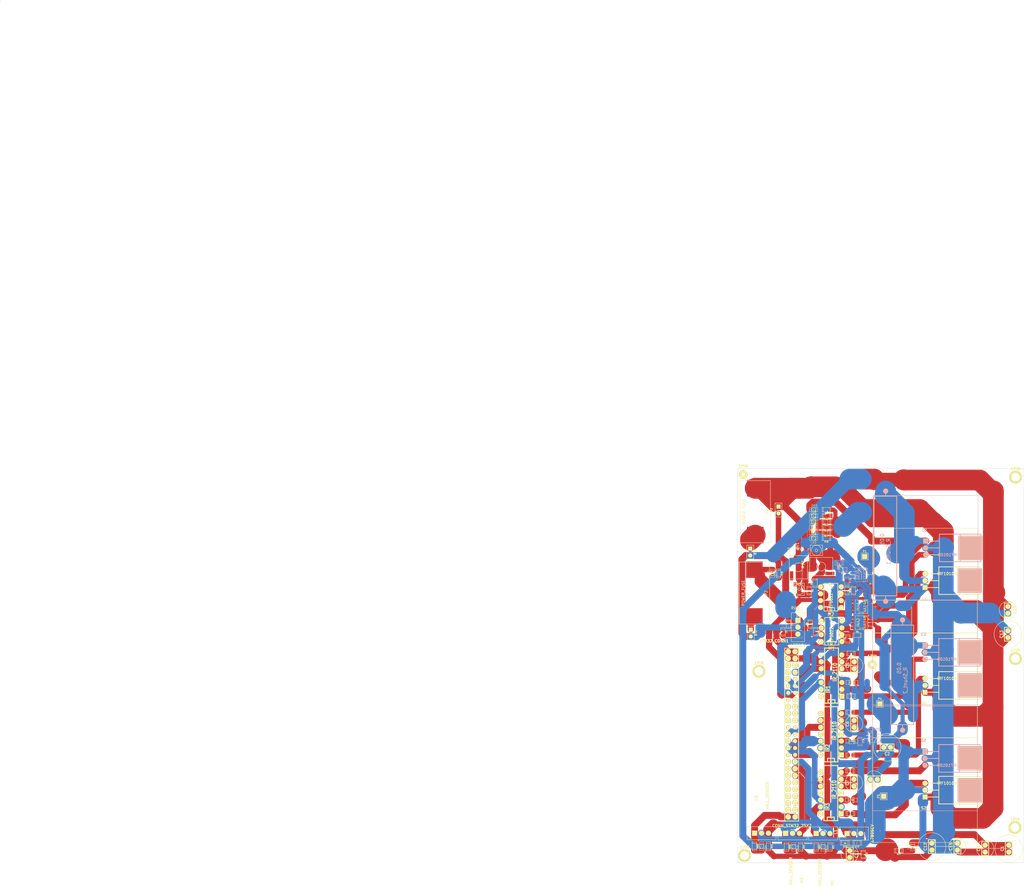
<source format=kicad_pcb>
(kicad_pcb (version 3) (host pcbnew "(2013-jul-07)-stable")
  (layers (15 F.Cu signal) (0 B.Cu signal) (18 B.Paste user) (19 F.Paste user) (20 B.SilkS user) (21 F.SilkS user) (22 B.Mask user) (23 F.Mask user) (28 Edge.Cuts user))
  (net 0 "")
  (net 1 +3.3V)
  (net 2 +48V)
  (net 3 +5V)
  (net 4 GND)
  (net 5 N-000001)
  (net 6 N-0000010)
  (net 7 N-00000100)
  (net 8 N-00000101)
  (net 9 N-00000102)
  (net 10 N-00000105)
  (net 11 N-00000106)
  (net 12 N-00000107)
  (net 13 N-0000011)
  (net 14 N-00000112)
  (net 15 N-00000113)
  (net 16 N-00000114)
  (net 17 N-0000012)
  (net 18 N-0000013)
  (net 19 N-0000014)
  (net 20 N-0000015)
  (net 21 N-0000016)
  (net 22 N-0000017)
  (net 23 N-0000018)
  (net 24 N-000002)
  (net 25 N-0000022)
  (net 26 N-0000025)
  (net 27 N-0000026)
  (net 28 N-0000027)
  (net 29 N-0000028)
  (net 30 N-0000029)
  (net 31 N-000003)
  (net 32 N-0000030)
  (net 33 N-0000031)
  (net 34 N-0000032)
  (net 35 N-0000033)
  (net 36 N-0000034)
  (net 37 N-0000035)
  (net 38 N-0000036)
  (net 39 N-0000037)
  (net 40 N-000004)
  (net 41 N-0000047)
  (net 42 N-0000049)
  (net 43 N-000005)
  (net 44 N-0000058)
  (net 45 N-000006)
  (net 46 N-0000065)
  (net 47 N-000007)
  (net 48 N-0000073)
  (net 49 N-0000074)
  (net 50 N-0000075)
  (net 51 N-0000076)
  (net 52 N-0000077)
  (net 53 N-0000078)
  (net 54 N-0000079)
  (net 55 N-000008)
  (net 56 N-0000080)
  (net 57 N-0000081)
  (net 58 N-0000085)
  (net 59 N-000009)
  (net 60 N-0000090)
  (net 61 N-0000095)
  (net 62 N-0000097)
  (net 63 VCC)
  (net 64 VDD)
  (module DIP-14__300 (layer F.Cu) (at 180.3146 184.0992 90)
    (fp_text reference IR3 (at -5.08 -1.27 90) (layer F.SilkS) (effects (font (size 1.524 1.143) (thickness 0.3048))))
    (fp_text value IR_2110 (at 1.27 1.27 90) (layer F.SilkS) (effects (font (size 1.524 1.143) (thickness 0.3048))))
    (pad 1 thru_hole rect (at -7.62 3.81 90) (size 1.905 1.905) (drill 0.000254) (layers *.Cu *.Mask F.SilkS) (net 17 N-0000012))
    (pad 2 thru_hole circle (at -5.08 3.81 90) (size 1.905 1.905) (drill 0.000254) (layers *.Cu *.Mask F.SilkS) (net 4 GND))
    (pad 3 thru_hole circle (at -2.54 3.81 90) (size 1.905 1.905) (drill 0.000254) (layers *.Cu *.Mask F.SilkS) (net 63 VCC))
    (pad 4 thru_hole circle (at 0 3.81 90) (size 1.905 1.905) (drill 0.000254) (layers *.Cu *.Mask F.SilkS))
    (pad 5 thru_hole circle (at 2.54 3.81 90) (size 1.905 1.905) (drill 0.000254) (layers *.Cu *.Mask F.SilkS) (net 12 N-00000107))
    (pad 6 thru_hole circle (at 5.08 3.81 90) (size 1.905 1.905) (drill 0.000254) (layers *.Cu *.Mask F.SilkS) (net 19 N-0000014))
    (pad 7 thru_hole circle (at 7.62 3.81 90) (size 1.905 1.905) (drill 0.000254) (layers *.Cu *.Mask F.SilkS) (net 18 N-0000013))
    (pad 8 thru_hole circle (at 7.62 -3.81 90) (size 1.905 1.905) (drill 0.000254) (layers *.Cu *.Mask F.SilkS))
    (pad 9 thru_hole circle (at 5.08 -3.81 90) (size 1.905 1.905) (drill 0.000254) (layers *.Cu *.Mask F.SilkS) (net 64 VDD))
    (pad 10 thru_hole circle (at 2.54 -3.81 90) (size 1.905 1.905) (drill 0.000254) (layers *.Cu *.Mask F.SilkS) (net 23 N-0000018))
    (pad 11 thru_hole circle (at 0 -3.81 90) (size 1.905 1.905) (drill 0.000254) (layers *.Cu *.Mask F.SilkS))
    (pad 12 thru_hole circle (at -2.54 -3.81 90) (size 1.905 1.905) (drill 0.000254) (layers *.Cu *.Mask F.SilkS) (net 45 N-000006))
    (pad 13 thru_hole circle (at -5.08 -3.81 90) (size 1.905 1.905) (drill 0.000254) (layers *.Cu *.Mask F.SilkS) (net 4 GND))
    (pad 14 thru_hole circle (at -7.62 -3.81 90) (size 1.905 1.905) (drill 0.000254) (layers *.Cu *.Mask F.SilkS))
  )
  (module TO220_small_Heatsink_stand_reduced_area (layer F.Cu) (at 166.2049 198.9455 270)
    (fp_text reference H2 (at 17.3355 -3.3401 270) (layer F.SilkS) (effects (font (size 1.016 1.016) (thickness 0.2032))))
    (fp_text value HALL_SENSOR (at 13.9065 0.5969 270) (layer F.SilkS) (effects (font (size 1.016 1.016) (thickness 0.2032))))
    (pad 1 thru_hole rect (at 0 2.54 270) (size 1.905 1.905) (drill 0.000025) (layers *.Cu *.Mask F.SilkS) (net 4 GND))
    (pad 2 thru_hole circle (at 0 -2.54 270) (size 1.905 1.905) (drill 0.000025) (layers *.Cu *.Mask F.SilkS) (net 22 N-0000017))
    (pad 3 thru_hole circle (at 0 0 270) (size 1.905 1.905) (drill 0.000025) (layers *.Cu *.Mask F.SilkS) (net 3 +5V))
  )
  (module TO220_small_Heatsink_stand_reduced_area (layer F.Cu) (at 154.7876 198.882 270)
    (fp_text reference H3 (at -12.827 1.9304 270) (layer F.SilkS) (effects (font (size 1.016 1.016) (thickness 0.2032))))
    (fp_text value HALL_SENSOR (at -13.843 -2.1336 270) (layer F.SilkS) (effects (font (size 1.016 1.016) (thickness 0.2032))))
    (pad 1 thru_hole rect (at 0 2.54 270) (size 1.905 1.905) (drill 0.000025) (layers *.Cu *.Mask F.SilkS) (net 4 GND))
    (pad 2 thru_hole circle (at 0 -2.54 270) (size 1.905 1.905) (drill 0.000025) (layers *.Cu *.Mask F.SilkS) (net 48 N-0000073))
    (pad 3 thru_hole circle (at 0 0 270) (size 1.905 1.905) (drill 0.000025) (layers *.Cu *.Mask F.SilkS) (net 3 +5V))
  )
  (module 10mm_C (layer F.Cu) (at 201.0664 167.2336)
    (fp_text reference C2 (at 0 2.413) (layer F.SilkS) (effects (font (size 1.016 1.016) (thickness 0.2032))))
    (fp_text value 1000uF hide)
    (pad 1 thru_hole circle (at -1.27 0) (size 1.905 1.905) (drill 0.000025) (layers *.Cu *.Mask F.SilkS) (net 63 VCC))
    (pad 2 thru_hole circle (at 1.27 0) (size 1.905 1.905) (drill 0.000025) (layers *.Cu *.Mask F.SilkS) (net 4 GND))
  )
  (module DIP-8__300 (layer F.Cu) (at 180.34 111.887 90)
    (fp_text reference M2 (at -6.35 0 180) (layer F.SilkS) (effects (font (size 1.27 1.143) (thickness 0.2032))))
    (fp_text value MCP6022-I/P (at 0 0 90) (layer F.SilkS) (effects (font (size 1.27 1.016) (thickness 0.2032))))
    (pad 1 thru_hole circle (at -3.81 3.81 90) (size 1.905 1.905) (drill 0.000025) (layers *.Cu *.Mask F.SilkS) (net 60 N-0000090))
    (pad 2 thru_hole circle (at -1.27 3.81 90) (size 1.905 1.905) (drill 0.000025) (layers *.Cu *.Mask F.SilkS) (net 60 N-0000090))
    (pad 3 thru_hole circle (at 1.27 3.81 90) (size 1.905 1.905) (drill 0.000025) (layers *.Cu *.Mask F.SilkS) (net 59 N-000009))
    (pad 4 thru_hole circle (at 3.81 3.81 90) (size 1.905 1.905) (drill 0.000025) (layers *.Cu *.Mask F.SilkS) (net 4 GND))
    (pad 5 thru_hole circle (at 3.81 -3.81 90) (size 1.905 1.905) (drill 0.000025) (layers *.Cu *.Mask F.SilkS) (net 54 N-0000079))
    (pad 6 thru_hole circle (at 1.27 -3.81 90) (size 1.905 1.905) (drill 0.000025) (layers *.Cu *.Mask F.SilkS) (net 41 N-0000047))
    (pad 7 thru_hole circle (at -1.27 -3.81 90) (size 1.905 1.905) (drill 0.000025) (layers *.Cu *.Mask F.SilkS) (net 41 N-0000047))
    (pad 8 thru_hole circle (at -3.81 -3.81 90) (size 1.905 1.905) (drill 0.000025) (layers *.Cu *.Mask F.SilkS) (net 1 +3.3V))
  )
  (module R_Shunt (layer B.Cu) (at 200.533 92.837 270)
    (fp_text reference R_Shunt_1 (at 2.286 -1.016 270) (layer B.SilkS) (effects (font (size 1.397 1.27) (thickness 0.2032)) (justify mirror)))
    (fp_text value 0.05 (at -2.286 1.27 270) (layer B.SilkS) (effects (font (size 1.397 1.27) (thickness 0.2032)) (justify mirror)))
    (pad 1 thru_hole circle (at -20.066 0 270) (size 1.905 1.905) (drill 0.127) (layers *.Cu *.Mask B.SilkS) (net 21 N-0000016))
    (pad 2 thru_hole circle (at 20.574 0 270) (size 1.905 1.905) (drill 0.127) (layers *.Cu *.Mask B.SilkS) (net 6 N-0000010))
  )
  (module PIN_ARRAY_STM32_25X2 (layer F.Cu) (at 165.608 160.147)
    (fp_text reference STM32_CONN1 (at -6.223 -32.131) (layer F.SilkS) (effects (font (size 1.016 1.016) (thickness 0.27432))))
    (fp_text value CONN_STM32_25X2 (at 0.35 35.975) (layer F.SilkS) (effects (font (size 1.016 1.016) (thickness 0.2032))))
    (pad 1 thru_hole circle (at -0.9939 -28.2205 270) (size 2.032 2.032) (drill 0.000254) (layers *.Cu *.Mask F.SilkS) (net 4 GND))
    (pad 2 thru_hole circle (at 1.524 -28.194 270) (size 2.032 2.032) (drill 0.000254) (layers *.Cu *.Mask F.SilkS) (net 4 GND))
    (pad 11 thru_hole circle (at -0.9939 -15.5205 270) (size 1.524 1.524) (drill 0.000254) (layers *.Cu *.Mask F.SilkS))
    (pad 4 thru_hole circle (at 1.5461 -25.6805 270) (size 2.032 2.032) (drill 0.000254) (layers *.Cu *.Mask F.SilkS) (net 64 VDD))
    (pad 13 thru_hole circle (at -0.9939 -12.9805 270) (size 1.524 1.524) (drill 0.000254) (layers *.Cu *.Mask F.SilkS) (net 38 N-0000036))
    (pad 6 thru_hole circle (at 1.5461 -23.1405 270) (size 2.032 2.032) (drill 0.000254) (layers *.Cu *.Mask F.SilkS))
    (pad 15 thru_hole circle (at -0.9939 -10.4405 270) (size 1.524 1.524) (drill 0.000254) (layers *.Cu *.Mask F.SilkS))
    (pad 8 thru_hole circle (at 1.5461 -20.6005 270) (size 2.032 2.032) (drill 0.000254) (layers *.Cu *.Mask F.SilkS) (net 56 N-0000080))
    (pad 17 thru_hole circle (at -0.9939 -7.9005 270) (size 2.032 2.032) (drill 0.000254) (layers *.Cu *.Mask F.SilkS))
    (pad 10 thru_hole circle (at 1.5461 -18.0605 270) (size 1.524 1.524) (drill 0.000254) (layers *.Cu *.Mask F.SilkS))
    (pad 19 thru_hole circle (at -0.9939 -5.3605 270) (size 2.032 2.032) (drill 0.000254) (layers *.Cu *.Mask F.SilkS))
    (pad 12 thru_hole circle (at 1.5461 -15.5205 270) (size 1.524 1.524) (drill 0.000254) (layers *.Cu *.Mask F.SilkS) (net 25 N-0000022))
    (pad 21 thru_hole circle (at -0.9939 -2.8205 270) (size 2.032 2.032) (drill 0.000254) (layers *.Cu *.Mask F.SilkS))
    (pad 14 thru_hole circle (at 1.5461 -12.9805 270) (size 1.524 1.524) (drill 0.000254) (layers *.Cu *.Mask F.SilkS) (net 41 N-0000047))
    (pad 23 thru_hole circle (at -0.9939 -0.2805 270) (size 1.524 1.524) (drill 0.000254) (layers *.Cu *.Mask F.SilkS))
    (pad 16 thru_hole circle (at 1.5461 -10.4405 270) (size 1.778 1.778) (drill 0.000254) (layers *.Cu *.Mask F.SilkS))
    (pad 25 thru_hole circle (at -0.9939 2.2595 270) (size 2.032 2.032) (drill 0.000254) (layers *.Cu *.Mask F.SilkS) (net 40 N-000004))
    (pad 18 thru_hole circle (at 1.5461 -7.9005 270) (size 2.032 2.032) (drill 0.000254) (layers *.Cu *.Mask F.SilkS))
    (pad 27 thru_hole circle (at -0.9939 4.7995 270) (size 2.032 2.032) (drill 0.000254) (layers *.Cu *.Mask F.SilkS) (net 43 N-000005))
    (pad 20 thru_hole circle (at 1.5461 -5.3605 270) (size 2.032 2.032) (drill 0.000254) (layers *.Cu *.Mask F.SilkS))
    (pad 29 thru_hole circle (at -0.9939 7.3395 270) (size 1.778 1.778) (drill 0.000254) (layers *.Cu *.Mask F.SilkS) (net 45 N-000006))
    (pad 22 thru_hole circle (at 1.5461 -2.8205 270) (size 2.032 2.032) (drill 0.000254) (layers *.Cu *.Mask F.SilkS))
    (pad 31 thru_hole circle (at -0.9939 9.8795 270) (size 1.524 1.524) (drill 0.000254) (layers *.Cu *.Mask F.SilkS))
    (pad 24 thru_hole circle (at 1.5461 -0.2805 270) (size 1.524 1.524) (drill 0.000254) (layers *.Cu *.Mask F.SilkS))
    (pad 26 thru_hole circle (at 1.5461 2.2595 270) (size 1.524 1.524) (drill 0.000254) (layers *.Cu *.Mask F.SilkS))
    (pad 33 thru_hole circle (at -0.9939 12.4195 270) (size 2.032 2.032) (drill 0.000254) (layers *.Cu *.Mask F.SilkS))
    (pad 28 thru_hole circle (at 1.5461 4.7995 270) (size 1.524 1.524) (drill 0.000254) (layers *.Cu *.Mask F.SilkS) (net 24 N-000002))
    (pad 32 thru_hole circle (at 1.5461 9.8795 270) (size 1.524 1.524) (drill 0.000254) (layers *.Cu *.Mask F.SilkS) (net 23 N-0000018))
    (pad 34 thru_hole circle (at 1.5461 12.4195 270) (size 2.032 2.032) (drill 0.000254) (layers *.Cu *.Mask F.SilkS) (net 42 N-0000049))
    (pad 36 thru_hole circle (at 1.5461 14.9595 270) (size 2.032 2.032) (drill 0.000254) (layers *.Cu *.Mask F.SilkS) (net 22 N-0000017))
    (pad 38 thru_hole circle (at 1.5461 17.4995 270) (size 2.032 2.032) (drill 0.000254) (layers *.Cu *.Mask F.SilkS) (net 48 N-0000073))
    (pad 35 thru_hole circle (at -0.9939 14.9595 270) (size 2.032 2.032) (drill 0.000254) (layers *.Cu *.Mask F.SilkS))
    (pad 37 thru_hole circle (at -0.9939 17.4995 270) (size 2.032 2.032) (drill 0.000254) (layers *.Cu *.Mask F.SilkS))
    (pad 3 thru_hole circle (at -0.9939 -25.6805 270) (size 2.032 2.032) (drill 0.000254) (layers *.Cu *.Mask F.SilkS) (net 64 VDD))
    (pad 5 thru_hole circle (at -0.9939 -23.1405 270) (size 2.032 2.032) (drill 0.000254) (layers *.Cu *.Mask F.SilkS))
    (pad 7 thru_hole circle (at -0.9939 -20.6005 270) (size 2.032 2.032) (drill 0.000254) (layers *.Cu *.Mask F.SilkS))
    (pad 9 thru_hole circle (at -0.9939 -18.0605 270) (size 2.032 2.032) (drill 0.000254) (layers *.Cu *.Mask F.SilkS) (net 44 N-0000058))
    (pad 39 thru_hole circle (at -0.9939 20.0395 270) (size 2.032 2.032) (drill 0.000254) (layers *.Cu *.Mask F.SilkS))
    (pad 40 thru_hole circle (at 1.5461 20.0395 270) (size 2.032 2.032) (drill 0.000254) (layers *.Cu *.Mask F.SilkS))
    (pad 30 thru_hole circle (at 1.5461 7.3395 270) (size 1.524 1.524) (drill 0.000254) (layers *.Cu *.Mask F.SilkS) (net 46 N-0000065))
    (pad 41 thru_hole circle (at -0.9939 22.5795 270) (size 2.032 2.032) (drill 0.000254) (layers *.Cu *.Mask F.SilkS))
    (pad 42 thru_hole circle (at 1.5461 22.5795 270) (size 2.032 2.032) (drill 0.000254) (layers *.Cu *.Mask F.SilkS))
    (pad 43 thru_hole circle (at -0.9939 25.1195 270) (size 2.032 2.032) (drill 0.000254) (layers *.Cu *.Mask F.SilkS))
    (pad 44 thru_hole circle (at 1.5461 25.1195 270) (size 2.032 2.032) (drill 0.000254) (layers *.Cu *.Mask F.SilkS))
    (pad 45 thru_hole circle (at -0.9939 27.6595 270) (size 2.032 2.032) (drill 0.000254) (layers *.Cu *.Mask F.SilkS))
    (pad 46 thru_hole circle (at 1.5461 27.6595 270) (size 2.032 2.032) (drill 0.000254) (layers *.Cu *.Mask F.SilkS))
    (pad 47 thru_hole circle (at -0.9939 30.1995 270) (size 2.032 2.032) (drill 0.000254) (layers *.Cu *.Mask F.SilkS))
    (pad 48 thru_hole circle (at 1.5461 30.1995 270) (size 2.032 2.032) (drill 0.000254) (layers *.Cu *.Mask F.SilkS))
    (pad 49 thru_hole circle (at -0.9939 32.7395 270) (size 2.032 2.032) (drill 0.000254) (layers *.Cu *.Mask F.SilkS) (net 4 GND))
    (pad 50 thru_hole circle (at 1.5461 32.7395 270) (size 2.032 2.032) (drill 0.000254) (layers *.Cu *.Mask F.SilkS) (net 4 GND))
  )
  (module R_Shunt (layer B.Cu) (at 206.756 140.335 270)
    (fp_text reference R_Shunt_2 (at 2.286 -1.016 270) (layer B.SilkS) (effects (font (size 1.397 1.27) (thickness 0.2032)) (justify mirror)))
    (fp_text value 0.05 (at -2.286 1.27 270) (layer B.SilkS) (effects (font (size 1.397 1.27) (thickness 0.2032)) (justify mirror)))
    (pad 1 thru_hole circle (at -20.066 0 270) (size 1.905 1.905) (drill 0.127) (layers *.Cu *.Mask B.SilkS) (net 33 N-0000031))
    (pad 2 thru_hole circle (at 20.574 0 270) (size 1.905 1.905) (drill 0.127) (layers *.Cu *.Mask B.SilkS) (net 32 N-0000030))
  )
  (module PIN_ARRAY_1 (layer F.Cu) (at 192.786 96.901)
    (fp_text reference P1 (at 0 -1.905) (layer F.SilkS) (effects (font (size 0.762 0.762) (thickness 0.1524))))
    (fp_text value CONN_1 hide)
    (pad 1 thru_hole rect (at 0 0) (size 1.905 1.905) (drill 0.127) (layers *.Cu *.Mask F.SilkS) (net 57 N-0000081))
  )
  (module PIN_ARRAY_1 (layer F.Cu) (at 198.374 151.257)
    (fp_text reference P4 (at 0 -1.905) (layer F.SilkS) (effects (font (size 0.762 0.762) (thickness 0.1524))))
    (fp_text value CONN_1 hide)
    (pad 1 thru_hole rect (at 0 0) (size 1.905 1.905) (drill 0.127) (layers *.Cu *.Mask F.SilkS) (net 50 N-0000075))
  )
  (module DIP-8__300 (layer F.Cu) (at 180.594 124.46 90)
    (fp_text reference M1 (at -6.35 0 180) (layer F.SilkS) (effects (font (size 1.27 1.143) (thickness 0.2032))))
    (fp_text value MCP6022-I/P (at 0 0 90) (layer F.SilkS) (effects (font (size 1.27 1.016) (thickness 0.2032))))
    (pad 1 thru_hole circle (at -3.81 3.81 90) (size 1.905 1.905) (drill 0.000025) (layers *.Cu *.Mask F.SilkS) (net 25 N-0000022))
    (pad 2 thru_hole circle (at -1.27 3.81 90) (size 1.905 1.905) (drill 0.000025) (layers *.Cu *.Mask F.SilkS) (net 29 N-0000028))
    (pad 3 thru_hole circle (at 1.27 3.81 90) (size 1.905 1.905) (drill 0.000025) (layers *.Cu *.Mask F.SilkS) (net 30 N-0000029))
    (pad 4 thru_hole circle (at 3.81 3.81 90) (size 1.905 1.905) (drill 0.000025) (layers *.Cu *.Mask F.SilkS) (net 4 GND))
    (pad 5 thru_hole circle (at 3.81 -3.81 90) (size 1.905 1.905) (drill 0.000025) (layers *.Cu *.Mask F.SilkS) (net 37 N-0000035))
    (pad 6 thru_hole circle (at 1.27 -3.81 90) (size 1.905 1.905) (drill 0.000025) (layers *.Cu *.Mask F.SilkS) (net 39 N-0000037))
    (pad 7 thru_hole circle (at -1.27 -3.81 90) (size 1.905 1.905) (drill 0.000025) (layers *.Cu *.Mask F.SilkS) (net 38 N-0000036))
    (pad 8 thru_hole circle (at -3.81 -3.81 90) (size 1.905 1.905) (drill 0.000025) (layers *.Cu *.Mask F.SilkS) (net 1 +3.3V))
  )
  (module DIP-14__300 (layer F.Cu) (at 180.3908 162.4076 90)
    (fp_text reference IR2 (at -5.08 -1.27 90) (layer F.SilkS) (effects (font (size 1.524 1.143) (thickness 0.3048))))
    (fp_text value IR_2110 (at 1.27 1.27 90) (layer F.SilkS) (effects (font (size 1.524 1.143) (thickness 0.3048))))
    (pad 1 thru_hole rect (at -7.62 3.81 90) (size 1.905 1.905) (drill 0.000254) (layers *.Cu *.Mask F.SilkS) (net 34 N-0000032))
    (pad 2 thru_hole circle (at -5.08 3.81 90) (size 1.905 1.905) (drill 0.000254) (layers *.Cu *.Mask F.SilkS) (net 4 GND))
    (pad 3 thru_hole circle (at -2.54 3.81 90) (size 1.905 1.905) (drill 0.000254) (layers *.Cu *.Mask F.SilkS) (net 63 VCC))
    (pad 4 thru_hole circle (at 0 3.81 90) (size 1.905 1.905) (drill 0.000254) (layers *.Cu *.Mask F.SilkS))
    (pad 5 thru_hole circle (at 2.54 3.81 90) (size 1.905 1.905) (drill 0.000254) (layers *.Cu *.Mask F.SilkS) (net 58 N-0000085))
    (pad 6 thru_hole circle (at 5.08 3.81 90) (size 1.905 1.905) (drill 0.000254) (layers *.Cu *.Mask F.SilkS) (net 55 N-000008))
    (pad 7 thru_hole circle (at 7.62 3.81 90) (size 1.905 1.905) (drill 0.000254) (layers *.Cu *.Mask F.SilkS) (net 47 N-000007))
    (pad 8 thru_hole circle (at 7.62 -3.81 90) (size 1.905 1.905) (drill 0.000254) (layers *.Cu *.Mask F.SilkS))
    (pad 9 thru_hole circle (at 5.08 -3.81 90) (size 1.905 1.905) (drill 0.000254) (layers *.Cu *.Mask F.SilkS) (net 64 VDD))
    (pad 10 thru_hole circle (at 2.54 -3.81 90) (size 1.905 1.905) (drill 0.000254) (layers *.Cu *.Mask F.SilkS) (net 46 N-0000065))
    (pad 11 thru_hole circle (at 0 -3.81 90) (size 1.905 1.905) (drill 0.000254) (layers *.Cu *.Mask F.SilkS))
    (pad 12 thru_hole circle (at -2.54 -3.81 90) (size 1.905 1.905) (drill 0.000254) (layers *.Cu *.Mask F.SilkS) (net 43 N-000005))
    (pad 13 thru_hole circle (at -5.08 -3.81 90) (size 1.905 1.905) (drill 0.000254) (layers *.Cu *.Mask F.SilkS) (net 4 GND))
    (pad 14 thru_hole circle (at -7.62 -3.81 90) (size 1.905 1.905) (drill 0.000254) (layers *.Cu *.Mask F.SilkS))
  )
  (module DIP-14__300 (layer F.Cu) (at 180.5686 140.7922 90)
    (fp_text reference IR1 (at -5.08 -1.27 90) (layer F.SilkS) (effects (font (size 1.524 1.143) (thickness 0.3048))))
    (fp_text value IR_2110 (at 1.27 1.27 90) (layer F.SilkS) (effects (font (size 1.524 1.143) (thickness 0.3048))))
    (pad 1 thru_hole rect (at -7.62 3.81 90) (size 1.905 1.905) (drill 0.000254) (layers *.Cu *.Mask F.SilkS) (net 20 N-0000015))
    (pad 2 thru_hole circle (at -5.08 3.81 90) (size 1.905 1.905) (drill 0.000254) (layers *.Cu *.Mask F.SilkS) (net 4 GND))
    (pad 3 thru_hole circle (at -2.54 3.81 90) (size 1.905 1.905) (drill 0.000254) (layers *.Cu *.Mask F.SilkS) (net 63 VCC))
    (pad 4 thru_hole circle (at 0 3.81 90) (size 0.508 0.508) (drill 0.000254) (layers *.Cu *.Mask F.SilkS))
    (pad 5 thru_hole circle (at 2.54 3.81 90) (size 1.905 1.905) (drill 0.000254) (layers *.Cu *.Mask F.SilkS) (net 9 N-00000102))
    (pad 6 thru_hole circle (at 5.08 3.81 90) (size 1.905 1.905) (drill 0.000254) (layers *.Cu *.Mask F.SilkS) (net 5 N-000001))
    (pad 7 thru_hole circle (at 7.62 3.81 90) (size 1.905 1.905) (drill 0.000254) (layers *.Cu *.Mask F.SilkS) (net 31 N-000003))
    (pad 8 thru_hole circle (at 7.62 -3.81 90) (size 1.016 1.016) (drill 0.000254) (layers *.Cu *.Mask F.SilkS))
    (pad 9 thru_hole circle (at 5.08 -3.81 90) (size 1.905 1.905) (drill 0.000254) (layers *.Cu *.Mask F.SilkS) (net 64 VDD))
    (pad 10 thru_hole circle (at 2.54 -3.81 90) (size 1.905 1.905) (drill 0.000254) (layers *.Cu *.Mask F.SilkS) (net 24 N-000002))
    (pad 11 thru_hole circle (at 0 -3.81 90) (size 0.508 0.508) (drill 0.000254) (layers *.Cu *.Mask F.SilkS))
    (pad 12 thru_hole circle (at -2.54 -3.81 90) (size 1.905 1.905) (drill 0.000254) (layers *.Cu *.Mask F.SilkS) (net 40 N-000004))
    (pad 13 thru_hole circle (at -5.08 -3.81 90) (size 1.905 1.905) (drill 0.000254) (layers *.Cu *.Mask F.SilkS) (net 4 GND))
    (pad 14 thru_hole circle (at -7.62 -3.81 90) (size 1.905 1.905) (drill 0.000254) (layers *.Cu *.Mask F.SilkS))
  )
  (module PIN_ARRAY_1 (layer F.Cu) (at 199.771 185.293 90)
    (fp_text reference P5 (at 0 -1.905 90) (layer F.SilkS) (effects (font (size 0.762 0.762) (thickness 0.1524))))
    (fp_text value CONN_1 hide)
    (pad 1 thru_hole rect (at 0 0 90) (size 1.905 1.905) (drill 0.127) (layers *.Cu *.Mask F.SilkS) (net 13 N-0000011))
  )
  (module TO220_small_Heatsink_stand_reduced_area (layer F.Cu) (at 177.4571 198.9963 270)
    (fp_text reference H1 (at 18.1737 -3.3909 270) (layer F.SilkS) (effects (font (size 1.016 1.016) (thickness 0.2032))))
    (fp_text value HALL_SENSOR (at 14.3637 1.1811 270) (layer F.SilkS) (effects (font (size 1.016 1.016) (thickness 0.2032))))
    (pad 1 thru_hole rect (at 0 2.54 270) (size 1.905 1.905) (drill 0.000025) (layers *.Cu *.Mask F.SilkS) (net 4 GND))
    (pad 2 thru_hole circle (at 0 -2.54 270) (size 1.905 1.905) (drill 0.000025) (layers *.Cu *.Mask F.SilkS) (net 42 N-0000049))
    (pad 3 thru_hole circle (at 0 0 270) (size 1.905 1.905) (drill 0.000025) (layers *.Cu *.Mask F.SilkS) (net 3 +5V))
  )
  (module TO220_small_Heatsink_stand_reduced_area (layer F.Cu) (at 188.8363 199.0217 270)
    (fp_text reference L1 (at -0.635 6.731 270) (layer F.SilkS) (effects (font (size 1.016 1.016) (thickness 0.2032))))
    (fp_text value L7805CV (at -0.127 -6.731 270) (layer F.SilkS) (effects (font (size 1.016 1.016) (thickness 0.2032))))
    (pad 1 thru_hole rect (at 0 2.54 270) (size 1.905 1.905) (drill 0.000025) (layers *.Cu *.Mask F.SilkS) (net 63 VCC))
    (pad 2 thru_hole circle (at 0 -2.54 270) (size 1.905 1.905) (drill 0.000025) (layers *.Cu *.Mask F.SilkS) (net 3 +5V))
    (pad 3 thru_hole circle (at 0 0 270) (size 1.905 1.905) (drill 0.000025) (layers *.Cu *.Mask F.SilkS) (net 4 GND))
  )
  (module TO220_small_Heatsink_stand_reduced_area (layer F.Cu) (at 168.1988 122.9614 180)
    (fp_text reference LF1 (at -0.635 6.731 180) (layer F.SilkS) (effects (font (size 1.016 1.016) (thickness 0.2032))))
    (fp_text value LF33CV (at -0.127 -6.731 180) (layer F.SilkS) (effects (font (size 1.016 1.016) (thickness 0.2032))))
    (pad 1 thru_hole rect (at 0 2.54 180) (size 1.905 1.905) (drill 0.000025) (layers *.Cu *.Mask F.SilkS) (net 63 VCC))
    (pad 2 thru_hole circle (at 0 -2.54 180) (size 1.905 1.905) (drill 0.000025) (layers *.Cu *.Mask F.SilkS) (net 1 +3.3V))
    (pad 3 thru_hole circle (at 0 0 180) (size 1.905 1.905) (drill 0.000025) (layers *.Cu *.Mask F.SilkS) (net 4 GND))
  )
  (module 6mm_C (layer F.Cu) (at 245.5672 116.586 90)
    (fp_text reference C14 (at 0 2.413 90) (layer F.SilkS) (effects (font (size 1.016 1.016) (thickness 0.2032))))
    (fp_text value 100uF hide)
    (pad 1 thru_hole circle (at -1.27 0 90) (size 1.905 1.905) (drill 0.000254) (layers *.Cu *.Mask F.SilkS) (net 2 +48V))
    (pad 2 thru_hole circle (at 1.27 0 90) (size 1.905 1.905) (drill 0.000254) (layers *.Cu *.Mask F.SilkS) (net 4 GND))
  )
  (module 6mm_C (layer F.Cu) (at 226.949 203.835 270)
    (fp_text reference C15 (at 0 2.413 270) (layer F.SilkS) (effects (font (size 1.016 1.016) (thickness 0.2032))))
    (fp_text value 100uF hide)
    (pad 1 thru_hole circle (at -1.27 0 270) (size 1.905 1.905) (drill 0.000254) (layers *.Cu *.Mask F.SilkS) (net 2 +48V))
    (pad 2 thru_hole circle (at 1.27 0 270) (size 1.905 1.905) (drill 0.000254) (layers *.Cu *.Mask F.SilkS) (net 4 GND))
  )
  (module 10mm_C (layer F.Cu) (at 217.551 203.835 270)
    (fp_text reference C12 (at 0 2.413 270) (layer F.SilkS) (effects (font (size 1.016 1.016) (thickness 0.2032))))
    (fp_text value 1000uF hide)
    (pad 1 thru_hole circle (at -1.27 0 270) (size 1.905 1.905) (drill 0.000025) (layers *.Cu *.Mask F.SilkS) (net 2 +48V))
    (pad 2 thru_hole circle (at 1.27 0 270) (size 1.905 1.905) (drill 0.000025) (layers *.Cu *.Mask F.SilkS) (net 4 GND))
  )
  (module 10mm_C (layer F.Cu) (at 245.5672 125.5268 270)
    (fp_text reference C13 (at 0 2.413 270) (layer F.SilkS) (effects (font (size 1.016 1.016) (thickness 0.2032))))
    (fp_text value 1000uF hide)
    (pad 1 thru_hole circle (at -1.27 0 270) (size 1.905 1.905) (drill 0.000025) (layers *.Cu *.Mask F.SilkS) (net 2 +48V))
    (pad 2 thru_hole circle (at 1.27 0 270) (size 1.905 1.905) (drill 0.000025) (layers *.Cu *.Mask F.SilkS) (net 4 GND))
  )
  (module 6mm_C (layer F.Cu) (at 196.215 179.07)
    (fp_text reference C4 (at 0 2.413) (layer F.SilkS) (effects (font (size 1.016 1.016) (thickness 0.2032))))
    (fp_text value 100uF hide)
    (pad 1 thru_hole circle (at -1.27 0) (size 1.905 1.905) (drill 0.000254) (layers *.Cu *.Mask F.SilkS) (net 63 VCC))
    (pad 2 thru_hole circle (at 1.27 0) (size 1.905 1.905) (drill 0.000254) (layers *.Cu *.Mask F.SilkS) (net 4 GND))
  )
  (module 6mm_C (layer F.Cu) (at 188.8998 158.5976 270)
    (fp_text reference C6 (at 0 2.413 270) (layer F.SilkS) (effects (font (size 1.016 1.016) (thickness 0.2032))))
    (fp_text value 100uF hide)
    (pad 1 thru_hole circle (at -1.27 0 270) (size 1.905 1.905) (drill 0.000254) (layers *.Cu *.Mask F.SilkS) (net 55 N-000008))
    (pad 2 thru_hole circle (at 1.27 0 270) (size 1.905 1.905) (drill 0.000254) (layers *.Cu *.Mask F.SilkS) (net 58 N-0000085))
  )
  (module 6mm_C (layer F.Cu) (at 237.1852 204.5716 270)
    (fp_text reference C3 (at 0 2.413 270) (layer F.SilkS) (effects (font (size 1.016 1.016) (thickness 0.2032))))
    (fp_text value 100uF hide)
    (pad 1 thru_hole circle (at -1.27 0 270) (size 1.905 1.905) (drill 0.000254) (layers *.Cu *.Mask F.SilkS) (net 63 VCC))
    (pad 2 thru_hole circle (at 1.27 0 270) (size 1.905 1.905) (drill 0.000254) (layers *.Cu *.Mask F.SilkS) (net 4 GND))
  )
  (module 6mm_C (layer F.Cu) (at 188.9506 136.9822 270)
    (fp_text reference C5 (at 0 2.413 270) (layer F.SilkS) (effects (font (size 1.016 1.016) (thickness 0.2032))))
    (fp_text value 100uF hide)
    (pad 1 thru_hole circle (at -1.27 0 270) (size 1.905 1.905) (drill 0.000254) (layers *.Cu *.Mask F.SilkS) (net 5 N-000001))
    (pad 2 thru_hole circle (at 1.27 0 270) (size 1.905 1.905) (drill 0.000254) (layers *.Cu *.Mask F.SilkS) (net 9 N-00000102))
  )
  (module 10mm_C (layer F.Cu) (at 245.8974 204.5716 270)
    (fp_text reference C1 (at 0 2.413 270) (layer F.SilkS) (effects (font (size 1.016 1.016) (thickness 0.2032))))
    (fp_text value 1000uF hide)
    (pad 1 thru_hole circle (at -1.27 0 270) (size 1.905 1.905) (drill 0.000025) (layers *.Cu *.Mask F.SilkS) (net 63 VCC))
    (pad 2 thru_hole circle (at 1.27 0 270) (size 1.905 1.905) (drill 0.000025) (layers *.Cu *.Mask F.SilkS) (net 4 GND))
  )
  (module 6mm_C (layer F.Cu) (at 188.8236 180.2892 270)
    (fp_text reference C7 (at 0 2.413 270) (layer F.SilkS) (effects (font (size 1.016 1.016) (thickness 0.2032))))
    (fp_text value 100u hide)
    (pad 1 thru_hole circle (at -1.27 0 270) (size 1.905 1.905) (drill 0.000254) (layers *.Cu *.Mask F.SilkS) (net 19 N-0000014))
    (pad 2 thru_hole circle (at 1.27 0 270) (size 1.905 1.905) (drill 0.000254) (layers *.Cu *.Mask F.SilkS) (net 12 N-00000107))
  )
  (module 6mm_C (layer F.Cu) (at 187.2742 206.5782 90)
    (fp_text reference C17 (at 0 2.413 90) (layer F.SilkS) (effects (font (size 1.016 1.016) (thickness 0.2032))))
    (fp_text value 100uF hide)
    (pad 1 thru_hole circle (at -1.27 0 90) (size 1.905 1.905) (drill 0.000254) (layers *.Cu *.Mask F.SilkS) (net 64 VDD))
    (pad 2 thru_hole circle (at 1.27 0 90) (size 1.905 1.905) (drill 0.000254) (layers *.Cu *.Mask F.SilkS) (net 4 GND))
  )
  (module INA_148 (layer F.Cu) (at 191.643 115.4176 90)
    (fp_text reference INA1 (at 0 -1.27 90) (layer F.SilkS) (effects (font (size 1.143 1.016) (thickness 0.127))))
    (fp_text value INA148 (at 0 1.27 90) (layer F.SilkS) (effects (font (size 1.016 1.016) (thickness 0.127))))
    (pad 8 smd rect (at -1.905 -3.175 90) (size 1.016 1.651) (layers F.Cu F.Paste F.Mask))
    (pad 7 smd rect (at -0.635 -3.175 90) (size 1.016 1.651) (layers F.Cu F.Paste F.Mask) (net 1 +3.3V))
    (pad 6 smd rect (at 0.635 -3.175 90) (size 1.016 1.651) (layers F.Cu F.Paste F.Mask) (net 30 N-0000029))
    (pad 5 smd rect (at 1.905 -3.175 90) (size 1.016 1.651) (layers F.Cu F.Paste F.Mask))
    (pad 4 smd rect (at 1.905 3.175 90) (size 1.016 1.651) (layers F.Cu F.Paste F.Mask) (net 4 GND))
    (pad 3 smd rect (at 0.635 3.175 90) (size 1.016 1.651) (layers F.Cu F.Paste F.Mask) (net 21 N-0000016))
    (pad 2 smd rect (at -0.635 3.175 90) (size 1.016 1.651) (layers F.Cu F.Paste F.Mask) (net 6 N-0000010))
    (pad 1 smd rect (at -1.905 3.175 90) (size 1.016 1.651) (layers F.Cu F.Paste F.Mask) (net 60 N-0000090))
  )
  (module INA_148 (layer F.Cu) (at 191.643 121.2596 90)
    (fp_text reference INA2 (at 0 -1.27 90) (layer F.SilkS) (effects (font (size 1.143 1.016) (thickness 0.127))))
    (fp_text value INA148 (at 0 1.27 90) (layer F.SilkS) (effects (font (size 1.016 1.016) (thickness 0.127))))
    (pad 8 smd rect (at -1.905 -3.175 90) (size 1.016 1.651) (layers F.Cu F.Paste F.Mask))
    (pad 7 smd rect (at -0.635 -3.175 90) (size 1.016 1.651) (layers F.Cu F.Paste F.Mask) (net 1 +3.3V))
    (pad 6 smd rect (at 0.635 -3.175 90) (size 1.016 1.651) (layers F.Cu F.Paste F.Mask) (net 37 N-0000035))
    (pad 5 smd rect (at 1.905 -3.175 90) (size 1.016 1.651) (layers F.Cu F.Paste F.Mask))
    (pad 4 smd rect (at 1.905 3.175 90) (size 1.016 1.651) (layers F.Cu F.Paste F.Mask) (net 4 GND))
    (pad 3 smd rect (at 0.635 3.175 90) (size 1.016 1.651) (layers F.Cu F.Paste F.Mask) (net 33 N-0000031))
    (pad 2 smd rect (at -0.635 3.175 90) (size 1.016 1.651) (layers F.Cu F.Paste F.Mask) (net 32 N-0000030))
    (pad 1 smd rect (at -1.905 3.175 90) (size 1.016 1.651) (layers F.Cu F.Paste F.Mask) (net 60 N-0000090))
  )
  (module TO220_Big_Heat_Sink_Drain_Sink (layer B.Cu) (at 215.265 93.726)
    (fp_text reference S1 (at -0.508 -6.604) (layer B.SilkS) (effects (font (size 1.016 1.016) (thickness 0.2032)) (justify mirror)))
    (fp_text value IRF1010N (at 8.128 2.54) (layer B.SilkS) (effects (font (size 1.016 1.016) (thickness 0.2032)) (justify mirror)))
    (pad 1 thru_hole rect (at 0 -2.54) (size 1.905 1.905) (drill 0.127) (layers *.Cu *.Mask B.SilkS) (net 21 N-0000016))
    (pad 2 thru_hole circle (at 0 2.54) (size 1.905 1.905) (drill 0.000254) (layers *.Cu *.Mask B.SilkS) (net 7 N-00000100))
    (pad 3 thru_hole circle (at 0 0) (size 1.905 1.905) (drill 0.000254) (layers *.Cu *.Mask B.SilkS) (net 2 +48V))
    (pad 3 thru_hole rect (at 16.51 0) (size 8.89 8.89) (drill 0.127) (layers *.Cu *.SilkS *.Mask) (net 2 +48V))
  )
  (module TO220_Big_Heat_Sink_Drain_Sink (layer F.Cu) (at 215.011 105.791)
    (fp_text reference S4 (at -0.508 6.604) (layer F.SilkS) (effects (font (size 1.016 1.016) (thickness 0.2032))))
    (fp_text value IRF1010N (at 8.128 -2.54) (layer F.SilkS) (effects (font (size 1.016 1.016) (thickness 0.2032))))
    (pad 1 thru_hole rect (at 0 2.54) (size 1.778 1.778) (drill 0.000025) (layers *.Cu *.Mask F.SilkS) (net 4 GND))
    (pad 2 thru_hole circle (at 0 -2.54) (size 1.905 1.905) (drill 0.000025) (layers *.Cu *.Mask F.SilkS) (net 8 N-00000101))
    (pad 3 thru_hole circle (at 0 0) (size 1.905 1.905) (drill 0.000025) (layers *.Cu *.Mask F.SilkS) (net 21 N-0000016))
    (pad 3 thru_hole rect (at 16.51 0) (size 8.89 8.89) (drill 0.127) (layers *.Cu *.SilkS *.Mask) (net 21 N-0000016))
  )
  (module TO220_Big_Heat_Sink_Drain_Sink (layer B.Cu) (at 215.011 132.207)
    (fp_text reference S3 (at -0.508 -6.604) (layer B.SilkS) (effects (font (size 1.016 1.016) (thickness 0.2032)) (justify mirror)))
    (fp_text value IRF1010N (at 8.128 2.54) (layer B.SilkS) (effects (font (size 1.016 1.016) (thickness 0.2032)) (justify mirror)))
    (pad 1 thru_hole rect (at 0 -2.54) (size 1.905 1.905) (drill 0.127) (layers *.Cu *.Mask B.SilkS) (net 33 N-0000031))
    (pad 2 thru_hole circle (at 0 2.54) (size 1.905 1.905) (drill 0.000254) (layers *.Cu *.Mask B.SilkS) (net 61 N-0000095))
    (pad 3 thru_hole circle (at 0 0) (size 1.905 1.905) (drill 0.000254) (layers *.Cu *.Mask B.SilkS) (net 2 +48V))
    (pad 3 thru_hole rect (at 16.51 0) (size 8.89 8.89) (drill 0.127) (layers *.Cu *.SilkS *.Mask) (net 2 +48V))
  )
  (module TO220_Big_Heat_Sink_Drain_Sink (layer F.Cu) (at 215.011 183.007)
    (fp_text reference S2 (at -0.508 6.604) (layer F.SilkS) (effects (font (size 1.016 1.016) (thickness 0.2032))))
    (fp_text value IRF1010N (at 8.128 -2.54) (layer F.SilkS) (effects (font (size 1.016 1.016) (thickness 0.2032))))
    (pad 1 thru_hole rect (at 0 2.54) (size 1.778 1.778) (drill 0.000025) (layers *.Cu *.Mask F.SilkS) (net 4 GND))
    (pad 2 thru_hole circle (at 0 -2.54) (size 1.905 1.905) (drill 0.000025) (layers *.Cu *.Mask F.SilkS) (net 11 N-00000106))
    (pad 3 thru_hole circle (at 0 0) (size 1.905 1.905) (drill 0.000025) (layers *.Cu *.Mask F.SilkS) (net 13 N-0000011))
    (pad 3 thru_hole rect (at 16.51 0) (size 8.89 8.89) (drill 0.127) (layers *.Cu *.SilkS *.Mask) (net 13 N-0000011))
  )
  (module TO220_Big_Heat_Sink_Drain_Sink (layer B.Cu) (at 215.011 171.323)
    (fp_text reference S5 (at -0.508 -6.604) (layer B.SilkS) (effects (font (size 1.016 1.016) (thickness 0.2032)) (justify mirror)))
    (fp_text value IRF1010N (at 8.128 2.54) (layer B.SilkS) (effects (font (size 1.016 1.016) (thickness 0.2032)) (justify mirror)))
    (pad 1 thru_hole rect (at 0 -2.54) (size 1.905 1.905) (drill 0.127) (layers *.Cu *.Mask B.SilkS) (net 13 N-0000011))
    (pad 2 thru_hole circle (at 0 2.54) (size 1.905 1.905) (drill 0.000254) (layers *.Cu *.Mask B.SilkS) (net 10 N-00000105))
    (pad 3 thru_hole circle (at 0 0) (size 1.905 1.905) (drill 0.000254) (layers *.Cu *.Mask B.SilkS) (net 2 +48V))
    (pad 3 thru_hole rect (at 16.51 0) (size 8.89 8.89) (drill 0.127) (layers *.Cu *.SilkS *.Mask) (net 2 +48V))
  )
  (module ACS712 (layer B.Cu) (at 191.516 103.632 270)
    (fp_text reference ACS1 (at 0 1.27 270) (layer B.SilkS) (effects (font (size 1.143 1.016) (thickness 0.127)) (justify mirror)))
    (fp_text value ACS712 (at 0 -1.27 270) (layer B.SilkS) (effects (font (size 1.016 1.016) (thickness 0.127)) (justify mirror)))
    (pad 8 smd rect (at -1.905 3.175 270) (size 1.016 1.651) (layers B.Cu B.Paste B.Mask) (net 3 +5V))
    (pad 7 smd rect (at -0.635 3.175 270) (size 1.016 1.651) (layers B.Cu B.Paste B.Mask) (net 56 N-0000080))
    (pad 6 smd rect (at 0.635 3.175 270) (size 1.016 1.651) (layers B.Cu B.Paste B.Mask) (net 27 N-0000026))
    (pad 5 smd rect (at 1.905 3.175 270) (size 1.016 1.651) (layers B.Cu B.Paste B.Mask) (net 4 GND))
    (pad 4 smd rect (at 1.905 -3.175 270) (size 1.016 1.651) (layers B.Cu B.Paste B.Mask) (net 6 N-0000010))
    (pad 3 smd rect (at 0.635 -3.175 270) (size 1.016 1.651) (layers B.Cu B.Paste B.Mask) (net 6 N-0000010))
    (pad 2 smd rect (at -0.635 -3.175 270) (size 1.016 1.651) (layers B.Cu B.Paste B.Mask) (net 57 N-0000081))
    (pad 1 smd rect (at -1.905 -3.175 270) (size 1.016 1.651) (layers B.Cu B.Paste B.Mask) (net 57 N-0000081))
  )
  (module ACS712 (layer B.Cu) (at 196.469 162.814 270)
    (fp_text reference ACS2 (at 0 1.27 270) (layer B.SilkS) (effects (font (size 1.143 1.016) (thickness 0.127)) (justify mirror)))
    (fp_text value ACS712 (at 0 -1.27 270) (layer B.SilkS) (effects (font (size 1.016 1.016) (thickness 0.127)) (justify mirror)))
    (pad 8 smd rect (at -1.905 3.175 270) (size 1.016 1.651) (layers B.Cu B.Paste B.Mask) (net 3 +5V))
    (pad 7 smd rect (at -0.635 3.175 270) (size 1.016 1.651) (layers B.Cu B.Paste B.Mask) (net 44 N-0000058))
    (pad 6 smd rect (at 0.635 3.175 270) (size 1.016 1.651) (layers B.Cu B.Paste B.Mask) (net 49 N-0000074))
    (pad 5 smd rect (at 1.905 3.175 270) (size 1.016 1.651) (layers B.Cu B.Paste B.Mask) (net 4 GND))
    (pad 4 smd rect (at 1.905 -3.175 270) (size 1.016 1.651) (layers B.Cu B.Paste B.Mask) (net 32 N-0000030))
    (pad 3 smd rect (at 0.635 -3.175 270) (size 1.016 1.651) (layers B.Cu B.Paste B.Mask) (net 32 N-0000030))
    (pad 2 smd rect (at -0.635 -3.175 270) (size 1.016 1.651) (layers B.Cu B.Paste B.Mask) (net 50 N-0000075))
    (pad 1 smd rect (at -1.905 -3.175 270) (size 1.016 1.651) (layers B.Cu B.Paste B.Mask) (net 50 N-0000075))
  )
  (module R_1206 (layer F.Cu) (at 187.452 175.895 180)
    (fp_text reference R19 (at 0.0254 -1.2954 180) (layer F.SilkS) (effects (font (size 0.50038 0.50038) (thickness 0.11938))))
    (fp_text value 36 hide)
    (pad 1 smd rect (at 1.397 0 180) (size 1.6002 1.8034) (layers F.Cu F.Paste F.Mask) (net 18 N-0000013))
    (pad 2 smd rect (at -1.397 0 180) (size 1.6002 1.8034) (layers F.Cu F.Paste F.Mask) (net 10 N-00000105))
  )
  (module R_1206 (layer F.Cu) (at 174.9171 203.9239 270)
    (fp_text reference R24 (at 0.0254 -1.2954 270) (layer F.SilkS) (effects (font (size 0.50038 0.50038) (thickness 0.11938))))
    (fp_text value 1k hide)
    (pad 1 smd rect (at 1.397 0 270) (size 1.6002 1.8034) (layers F.Cu F.Paste F.Mask) (net 15 N-00000113))
    (pad 2 smd rect (at -1.397 0 270) (size 1.6002 1.8034) (layers F.Cu F.Paste F.Mask) (net 4 GND))
  )
  (module R_1206 (layer F.Cu) (at 179.9971 203.9239 270)
    (fp_text reference R21 (at 0.0254 -1.2954 270) (layer F.SilkS) (effects (font (size 0.50038 0.50038) (thickness 0.11938))))
    (fp_text value 1k hide)
    (pad 1 smd rect (at 1.397 0 270) (size 1.6002 1.8034) (layers F.Cu F.Paste F.Mask) (net 64 VDD))
    (pad 2 smd rect (at -1.397 0 270) (size 1.6002 1.8034) (layers F.Cu F.Paste F.Mask) (net 42 N-0000049))
  )
  (module R_1206 (layer F.Cu) (at 163.9697 203.9239 270)
    (fp_text reference R25 (at 0.0254 -1.2954 270) (layer F.SilkS) (effects (font (size 0.50038 0.50038) (thickness 0.11938))))
    (fp_text value 1k hide)
    (pad 1 smd rect (at 1.397 0 270) (size 1.6002 1.8034) (layers F.Cu F.Paste F.Mask) (net 14 N-00000112))
    (pad 2 smd rect (at -1.397 0 270) (size 1.6002 1.8034) (layers F.Cu F.Paste F.Mask) (net 4 GND))
  )
  (module R_1206 (layer F.Cu) (at 169.1767 203.9239 270)
    (fp_text reference R22 (at 0.0254 -1.2954 270) (layer F.SilkS) (effects (font (size 0.50038 0.50038) (thickness 0.11938))))
    (fp_text value 1k hide)
    (pad 1 smd rect (at 1.397 0 270) (size 1.6002 1.8034) (layers F.Cu F.Paste F.Mask) (net 64 VDD))
    (pad 2 smd rect (at -1.397 0 270) (size 1.6002 1.8034) (layers F.Cu F.Paste F.Mask) (net 22 N-0000017))
  )
  (module R_1206 (layer F.Cu) (at 157.353 203.708 270)
    (fp_text reference R23 (at 0.0254 -1.2954 270) (layer F.SilkS) (effects (font (size 0.50038 0.50038) (thickness 0.11938))))
    (fp_text value 1k hide)
    (pad 1 smd rect (at 1.397 0 270) (size 1.6002 1.8034) (layers F.Cu F.Paste F.Mask) (net 64 VDD))
    (pad 2 smd rect (at -1.397 0 270) (size 1.6002 1.8034) (layers F.Cu F.Paste F.Mask) (net 48 N-0000073))
  )
  (module R_1206 (layer F.Cu) (at 189.9666 125.9332)
    (fp_text reference R5 (at 0.0254 -1.2954) (layer F.SilkS) (effects (font (size 0.50038 0.50038) (thickness 0.11938))))
    (fp_text value 1k hide)
    (pad 1 smd rect (at 1.397 0) (size 1.6002 1.8034) (layers F.Cu F.Paste F.Mask) (net 60 N-0000090))
    (pad 2 smd rect (at -1.397 0) (size 1.6002 1.8034) (layers F.Cu F.Paste F.Mask) (net 29 N-0000028))
  )
  (module R_1206 (layer F.Cu) (at 172.72 121.793 90)
    (fp_text reference R8 (at 0.0254 -1.2954 90) (layer F.SilkS) (effects (font (size 0.50038 0.50038) (thickness 0.11938))))
    (fp_text value 1k hide)
    (pad 1 smd rect (at 1.397 0 90) (size 1.6002 1.8034) (layers F.Cu F.Paste F.Mask) (net 60 N-0000090))
    (pad 2 smd rect (at -1.397 0 90) (size 1.6002 1.8034) (layers F.Cu F.Paste F.Mask) (net 39 N-0000037))
  )
  (module R_1206 (layer F.Cu) (at 174.752 124.587 270)
    (fp_text reference R11 (at 0.0254 -1.2954 270) (layer F.SilkS) (effects (font (size 0.50038 0.50038) (thickness 0.11938))))
    (fp_text value 1k hide)
    (pad 1 smd rect (at 1.397 0 270) (size 1.6002 1.8034) (layers F.Cu F.Paste F.Mask) (net 38 N-0000036))
    (pad 2 smd rect (at -1.397 0 270) (size 1.6002 1.8034) (layers F.Cu F.Paste F.Mask) (net 39 N-0000037))
  )
  (module R_1206 (layer F.Cu) (at 186.563 127.2794 90)
    (fp_text reference R9 (at 0.0254 -1.2954 90) (layer F.SilkS) (effects (font (size 0.50038 0.50038) (thickness 0.11938))))
    (fp_text value 1k hide)
    (pad 1 smd rect (at 1.397 0 90) (size 1.6002 1.8034) (layers F.Cu F.Paste F.Mask) (net 29 N-0000028))
    (pad 2 smd rect (at -1.397 0 90) (size 1.6002 1.8034) (layers F.Cu F.Paste F.Mask) (net 25 N-0000022))
  )
  (module R_1206 (layer F.Cu) (at 152.146 203.708 270)
    (fp_text reference R26 (at 0.0254 -1.2954 270) (layer F.SilkS) (effects (font (size 0.50038 0.50038) (thickness 0.11938))))
    (fp_text value 1k hide)
    (pad 1 smd rect (at 1.397 0 270) (size 1.6002 1.8034) (layers F.Cu F.Paste F.Mask) (net 16 N-00000114))
    (pad 2 smd rect (at -1.397 0 270) (size 1.6002 1.8034) (layers F.Cu F.Paste F.Mask) (net 4 GND))
  )
  (module R_1206 (layer F.Cu) (at 178.689 79.629 180)
    (fp_text reference R1 (at 0.0254 -1.2954 180) (layer F.SilkS) (effects (font (size 0.50038 0.50038) (thickness 0.11938))))
    (fp_text value 1k hide)
    (pad 1 smd rect (at 1.397 0 180) (size 1.6002 1.8034) (layers F.Cu F.Paste F.Mask) (net 28 N-0000027))
    (pad 2 smd rect (at -1.397 0 180) (size 1.6002 1.8034) (layers F.Cu F.Paste F.Mask) (net 2 +48V))
  )
  (module R_1206 (layer F.Cu) (at 178.689 81.915 180)
    (fp_text reference R3 (at 0.0254 -1.2954 180) (layer F.SilkS) (effects (font (size 0.50038 0.50038) (thickness 0.11938))))
    (fp_text value 1k hide)
    (pad 1 smd rect (at 1.397 0 180) (size 1.6002 1.8034) (layers F.Cu F.Paste F.Mask) (net 28 N-0000027))
    (pad 2 smd rect (at -1.397 0 180) (size 1.6002 1.8034) (layers F.Cu F.Paste F.Mask) (net 4 GND))
  )
  (module R_1206 (layer F.Cu) (at 178.689 84.074 180)
    (fp_text reference R13 (at 0.0254 -1.2954 180) (layer F.SilkS) (effects (font (size 0.50038 0.50038) (thickness 0.11938))))
    (fp_text value 1k hide)
    (pad 1 smd rect (at 1.397 0 180) (size 1.6002 1.8034) (layers F.Cu F.Paste F.Mask) (net 36 N-0000034))
    (pad 2 smd rect (at -1.397 0 180) (size 1.6002 1.8034) (layers F.Cu F.Paste F.Mask) (net 2 +48V))
  )
  (module R_1206 (layer F.Cu) (at 178.689 86.106 180)
    (fp_text reference R15 (at 0.0254 -1.2954 180) (layer F.SilkS) (effects (font (size 0.50038 0.50038) (thickness 0.11938))))
    (fp_text value 1k hide)
    (pad 1 smd rect (at 1.397 0 180) (size 1.6002 1.8034) (layers F.Cu F.Paste F.Mask) (net 36 N-0000034))
    (pad 2 smd rect (at -1.397 0 180) (size 1.6002 1.8034) (layers F.Cu F.Paste F.Mask) (net 4 GND))
  )
  (module R_1206 (layer F.Cu) (at 178.689 88.138 180)
    (fp_text reference R17 (at 0.0254 -1.2954 180) (layer F.SilkS) (effects (font (size 0.50038 0.50038) (thickness 0.11938))))
    (fp_text value 1k hide)
    (pad 1 smd rect (at 1.397 0 180) (size 1.6002 1.8034) (layers F.Cu F.Paste F.Mask) (net 35 N-0000033))
    (pad 2 smd rect (at -1.397 0 180) (size 1.6002 1.8034) (layers F.Cu F.Paste F.Mask) (net 2 +48V))
  )
  (module R_1206 (layer F.Cu) (at 178.689 90.17 180)
    (fp_text reference R18 (at 0.0254 -1.2954 180) (layer F.SilkS) (effects (font (size 0.50038 0.50038) (thickness 0.11938))))
    (fp_text value 1k hide)
    (pad 1 smd rect (at 1.397 0 180) (size 1.6002 1.8034) (layers F.Cu F.Paste F.Mask) (net 35 N-0000033))
    (pad 2 smd rect (at -1.397 0 180) (size 1.6002 1.8034) (layers F.Cu F.Paste F.Mask) (net 4 GND))
  )
  (module R_1206 (layer F.Cu) (at 187.5282 191.6684 180)
    (fp_text reference R20 (at 0.0254 -1.2954 180) (layer F.SilkS) (effects (font (size 0.50038 0.50038) (thickness 0.11938))))
    (fp_text value 36 hide)
    (pad 1 smd rect (at 1.397 0 180) (size 1.6002 1.8034) (layers F.Cu F.Paste F.Mask) (net 17 N-0000012))
    (pad 2 smd rect (at -1.397 0 180) (size 1.6002 1.8034) (layers F.Cu F.Paste F.Mask) (net 11 N-00000106))
  )
  (module R_1206 (layer F.Cu) (at 187.452 154.305 180)
    (fp_text reference R14 (at 0.0254 -1.2954 180) (layer F.SilkS) (effects (font (size 0.50038 0.50038) (thickness 0.11938))))
    (fp_text value 36 hide)
    (pad 1 smd rect (at 1.397 0 180) (size 1.6002 1.8034) (layers F.Cu F.Paste F.Mask) (net 47 N-000007))
    (pad 2 smd rect (at -1.397 0 180) (size 1.6002 1.8034) (layers F.Cu F.Paste F.Mask) (net 61 N-0000095))
  )
  (module R_1206 (layer F.Cu) (at 187.452 170.0784 180)
    (fp_text reference R16 (at 0.0254 -1.2954 180) (layer F.SilkS) (effects (font (size 0.50038 0.50038) (thickness 0.11938))))
    (fp_text value 36 hide)
    (pad 1 smd rect (at 1.397 0 180) (size 1.6002 1.8034) (layers F.Cu F.Paste F.Mask) (net 34 N-0000032))
    (pad 2 smd rect (at -1.397 0 180) (size 1.6002 1.8034) (layers F.Cu F.Paste F.Mask) (net 62 N-0000097))
  )
  (module R_1206 (layer F.Cu) (at 172.339 109.474 270)
    (fp_text reference R6 (at 0.0254 -1.2954 270) (layer F.SilkS) (effects (font (size 0.50038 0.50038) (thickness 0.11938))))
    (fp_text value 3.9k hide)
    (pad 1 smd rect (at 1.397 0 270) (size 1.6002 1.8034) (layers F.Cu F.Paste F.Mask) (net 2 +48V))
    (pad 2 smd rect (at -1.397 0 270) (size 1.6002 1.8034) (layers F.Cu F.Paste F.Mask) (net 54 N-0000079))
  )
  (module R_1206 (layer F.Cu) (at 174.498 106.68 90)
    (fp_text reference R10 (at 0.0254 -1.2954 90) (layer F.SilkS) (effects (font (size 0.50038 0.50038) (thickness 0.11938))))
    (fp_text value 1k hide)
    (pad 1 smd rect (at 1.397 0 90) (size 1.6002 1.8034) (layers F.Cu F.Paste F.Mask) (net 4 GND))
    (pad 2 smd rect (at -1.397 0 90) (size 1.6002 1.8034) (layers F.Cu F.Paste F.Mask) (net 54 N-0000079))
  )
  (module R_1206 (layer F.Cu) (at 187.7822 148.3614 180)
    (fp_text reference R4 (at 0.0254 -1.2954 180) (layer F.SilkS) (effects (font (size 0.50038 0.50038) (thickness 0.11938))))
    (fp_text value 36 hide)
    (pad 1 smd rect (at 1.397 0 180) (size 1.6002 1.8034) (layers F.Cu F.Paste F.Mask) (net 20 N-0000015))
    (pad 2 smd rect (at -1.397 0 180) (size 1.6002 1.8034) (layers F.Cu F.Paste F.Mask) (net 8 N-00000101))
  )
  (module R_1206 (layer F.Cu) (at 187.706 132.588 180)
    (fp_text reference R2 (at 0.0254 -1.2954 180) (layer F.SilkS) (effects (font (size 0.50038 0.50038) (thickness 0.11938))))
    (fp_text value 36 hide)
    (pad 1 smd rect (at 1.397 0 180) (size 1.6002 1.8034) (layers F.Cu F.Paste F.Mask) (net 31 N-000003))
    (pad 2 smd rect (at -1.397 0 180) (size 1.6002 1.8034) (layers F.Cu F.Paste F.Mask) (net 7 N-00000100))
  )
  (module R_1206 (layer F.Cu) (at 186.2582 109.4486 270)
    (fp_text reference R12 (at 0.0254 -1.2954 270) (layer F.SilkS) (effects (font (size 0.50038 0.50038) (thickness 0.11938))))
    (fp_text value 1k hide)
    (pad 1 smd rect (at 1.397 0 270) (size 1.6002 1.8034) (layers F.Cu F.Paste F.Mask) (net 59 N-000009))
    (pad 2 smd rect (at -1.397 0 270) (size 1.6002 1.8034) (layers F.Cu F.Paste F.Mask) (net 4 GND))
  )
  (module R_1206 (layer F.Cu) (at 188.595 109.4486 90)
    (fp_text reference R7 (at 0.0254 -1.2954 90) (layer F.SilkS) (effects (font (size 0.50038 0.50038) (thickness 0.11938))))
    (fp_text value 1k hide)
    (pad 1 smd rect (at 1.397 0 90) (size 1.6002 1.8034) (layers F.Cu F.Paste F.Mask) (net 64 VDD))
    (pad 2 smd rect (at -1.397 0 90) (size 1.6002 1.8034) (layers F.Cu F.Paste F.Mask) (net 59 N-000009))
  )
  (module c_1206 (layer F.Cu) (at 164.7444 121.8184 270)
    (fp_text reference C8 (at 0.0254 -1.2954 270) (layer F.SilkS) (effects (font (size 0.50038 0.50038) (thickness 0.11938))))
    (fp_text value 0.1uF hide)
    (pad 1 smd rect (at 1.397 0 270) (size 1.6002 1.8034) (layers F.Cu F.Paste F.Mask) (net 4 GND))
    (pad 2 smd rect (at -1.397 0 270) (size 1.6002 1.8034) (layers F.Cu F.Paste F.Mask) (net 63 VCC))
  )
  (module c_1206 (layer F.Cu) (at 162.7124 124.6378 270)
    (fp_text reference C9 (at 0.0254 -1.2954 270) (layer F.SilkS) (effects (font (size 0.50038 0.50038) (thickness 0.11938))))
    (fp_text value 2.2uF hide)
    (pad 1 smd rect (at 1.397 0 270) (size 1.6002 1.8034) (layers F.Cu F.Paste F.Mask) (net 1 +3.3V))
    (pad 2 smd rect (at -1.397 0 270) (size 1.6002 1.8034) (layers F.Cu F.Paste F.Mask) (net 4 GND))
  )
  (module c_1206 (layer F.Cu) (at 185.4708 202.438 180)
    (fp_text reference C11 (at 0.0254 -1.2954 180) (layer F.SilkS) (effects (font (size 0.50038 0.50038) (thickness 0.11938))))
    (fp_text value 0.33uF hide)
    (pad 1 smd rect (at 1.397 0 180) (size 1.6002 1.8034) (layers F.Cu F.Paste F.Mask) (net 4 GND))
    (pad 2 smd rect (at -1.397 0 180) (size 1.6002 1.8034) (layers F.Cu F.Paste F.Mask) (net 63 VCC))
  )
  (module c_1206 (layer F.Cu) (at 190.0555 202.5015 180)
    (fp_text reference C10 (at 0.0254 -1.2954 180) (layer F.SilkS) (effects (font (size 0.50038 0.50038) (thickness 0.11938))))
    (fp_text value 0.1uF hide)
    (pad 1 smd rect (at 1.397 0 180) (size 1.6002 1.8034) (layers F.Cu F.Paste F.Mask) (net 4 GND))
    (pad 2 smd rect (at -1.397 0 180) (size 1.6002 1.8034) (layers F.Cu F.Paste F.Mask) (net 3 +5V))
  )
  (module c_1206 (layer B.Cu) (at 186.182 105.918 90)
    (fp_text reference C19 (at 0.0254 1.2954 90) (layer B.SilkS) (effects (font (size 0.50038 0.50038) (thickness 0.11938)) (justify mirror)))
    (fp_text value 1nF hide)
    (pad 1 smd rect (at 1.397 0 90) (size 1.6002 1.8034) (layers B.Cu B.Paste B.Mask) (net 27 N-0000026))
    (pad 2 smd rect (at -1.397 0 90) (size 1.6002 1.8034) (layers B.Cu B.Paste B.Mask) (net 4 GND))
  )
  (module c_1206 (layer B.Cu) (at 184.785 101.727)
    (fp_text reference C18 (at 0.0254 1.2954) (layer B.SilkS) (effects (font (size 0.50038 0.50038) (thickness 0.11938)) (justify mirror)))
    (fp_text value 0.1uF hide)
    (pad 1 smd rect (at 1.397 0) (size 1.6002 1.8034) (layers B.Cu B.Paste B.Mask) (net 3 +5V))
    (pad 2 smd rect (at -1.397 0) (size 1.6002 1.8034) (layers B.Cu B.Paste B.Mask) (net 4 GND))
  )
  (module c_1206 (layer B.Cu) (at 191.008 165.1 90)
    (fp_text reference C21 (at 0.0254 1.2954 90) (layer B.SilkS) (effects (font (size 0.50038 0.50038) (thickness 0.11938)) (justify mirror)))
    (fp_text value 1nF hide)
    (pad 1 smd rect (at 1.397 0 90) (size 1.6002 1.8034) (layers B.Cu B.Paste B.Mask) (net 49 N-0000074))
    (pad 2 smd rect (at -1.397 0 90) (size 1.6002 1.8034) (layers B.Cu B.Paste B.Mask) (net 4 GND))
  )
  (module c_1206 (layer B.Cu) (at 183.4134 99.2632)
    (fp_text reference C20 (at 0.0254 1.2954) (layer B.SilkS) (effects (font (size 0.50038 0.50038) (thickness 0.11938)) (justify mirror)))
    (fp_text value 0.1uF hide)
    (pad 1 smd rect (at 1.397 0) (size 1.6002 1.8034) (layers B.Cu B.Paste B.Mask) (net 3 +5V))
    (pad 2 smd rect (at -1.397 0) (size 1.6002 1.8034) (layers B.Cu B.Paste B.Mask) (net 4 GND))
  )
  (module LED-1206 (layer F.Cu) (at 154.813 203.708 270)
    (fp_text reference D4 (at 0.254 -1.524 270) (layer F.SilkS) (effects (font (size 0.762 0.762) (thickness 0.0889))))
    (fp_text value LED (at 0 1.524 270) (layer F.SilkS) (effects (font (size 0.762 0.762) (thickness 0.0889))))
    (pad 1 smd rect (at -1.41986 0 270) (size 1.59766 1.80086) (layers F.Cu F.Paste F.Mask) (net 48 N-0000073))
    (pad 2 smd rect (at 1.41986 0 270) (size 1.59766 1.80086) (layers F.Cu F.Paste F.Mask) (net 16 N-00000114))
  )
  (module LED-1206 (layer F.Cu) (at 166.6367 203.9239 270)
    (fp_text reference D3 (at 0.254 -1.524 270) (layer F.SilkS) (effects (font (size 0.762 0.762) (thickness 0.0889))))
    (fp_text value LED (at 0 1.524 270) (layer F.SilkS) (effects (font (size 0.762 0.762) (thickness 0.0889))))
    (pad 1 smd rect (at -1.41986 0 270) (size 1.59766 1.80086) (layers F.Cu F.Paste F.Mask) (net 22 N-0000017))
    (pad 2 smd rect (at 1.41986 0 270) (size 1.59766 1.80086) (layers F.Cu F.Paste F.Mask) (net 14 N-00000112))
  )
  (module LED-1206 (layer F.Cu) (at 177.4571 203.9239 270)
    (fp_text reference D2 (at 0.254 -1.524 270) (layer F.SilkS) (effects (font (size 0.762 0.762) (thickness 0.0889))))
    (fp_text value LED (at 0 1.524 270) (layer F.SilkS) (effects (font (size 0.762 0.762) (thickness 0.0889))))
    (pad 1 smd rect (at -1.41986 0 270) (size 1.59766 1.80086) (layers F.Cu F.Paste F.Mask) (net 42 N-0000049))
    (pad 2 smd rect (at 1.41986 0 270) (size 1.59766 1.80086) (layers F.Cu F.Paste F.Mask) (net 15 N-00000113))
  )
  (module TO220_Big_Heat_Sink_Drain_Sink (layer F.Cu) (at 215.011 144.399)
    (fp_text reference S6 (at -0.508 6.604) (layer F.SilkS) (effects (font (size 1.016 1.016) (thickness 0.2032))))
    (fp_text value IRF1010N (at 8.128 -2.54) (layer F.SilkS) (effects (font (size 1.016 1.016) (thickness 0.2032))))
    (pad 1 thru_hole rect (at 0 2.54) (size 1.778 1.778) (drill 0.000025) (layers *.Cu *.Mask F.SilkS) (net 4 GND))
    (pad 2 thru_hole circle (at 0 -2.54) (size 1.905 1.905) (drill 0.000025) (layers *.Cu *.Mask F.SilkS) (net 62 N-0000097))
    (pad 3 thru_hole circle (at 0 0) (size 1.905 1.905) (drill 0.000025) (layers *.Cu *.Mask F.SilkS) (net 33 N-0000031))
    (pad 3 thru_hole rect (at 16.51 0) (size 8.89 8.89) (drill 0.127) (layers *.Cu *.SilkS *.Mask) (net 33 N-0000031))
  )
  (module R_1206 (layer F.Cu) (at 205.359 205.359 180)
    (fp_text reference R27 (at 0.0254 -1.2954 180) (layer F.SilkS) (effects (font (size 0.50038 0.50038) (thickness 0.11938))))
    (fp_text value R hide)
    (pad 1 smd rect (at 1.397 0 180) (size 1.6002 1.8034) (layers F.Cu F.Paste F.Mask) (net 4 GND))
    (pad 2 smd rect (at -1.397 0 180) (size 1.6002 1.8034) (layers F.Cu F.Paste F.Mask) (net 26 N-0000025))
  )
  (module R_1206 (layer F.Cu) (at 161.036 103.124 270)
    (fp_text reference R28 (at 0.0254 -1.2954 270) (layer F.SilkS) (effects (font (size 0.50038 0.50038) (thickness 0.11938))))
    (fp_text value R hide)
    (pad 1 smd rect (at 1.397 0 270) (size 1.6002 1.8034) (layers F.Cu F.Paste F.Mask) (net 51 N-0000076))
    (pad 2 smd rect (at -1.397 0 270) (size 1.6002 1.8034) (layers F.Cu F.Paste F.Mask) (net 4 GND))
  )
  (module LED-1206 (layer F.Cu) (at 210.439 203.835 270)
    (fp_text reference D5 (at 0.254 -1.524 270) (layer F.SilkS) (effects (font (size 0.762 0.762) (thickness 0.0889))))
    (fp_text value LED (at 0 1.524 270) (layer F.SilkS) (effects (font (size 0.762 0.762) (thickness 0.0889))))
    (pad 1 smd rect (at -1.41986 0 270) (size 1.59766 1.80086) (layers F.Cu F.Paste F.Mask) (net 2 +48V))
    (pad 2 smd rect (at 1.41986 0 270) (size 1.59766 1.80086) (layers F.Cu F.Paste F.Mask) (net 26 N-0000025))
  )
  (module LED-1206 (layer F.Cu) (at 158.877 103.124 270)
    (fp_text reference D1 (at 0.254 -1.524 270) (layer F.SilkS) (effects (font (size 0.762 0.762) (thickness 0.0889))))
    (fp_text value LED (at 0 1.524 270) (layer F.SilkS) (effects (font (size 0.762 0.762) (thickness 0.0889))))
    (pad 1 smd rect (at -1.41986 0 270) (size 1.59766 1.80086) (layers F.Cu F.Paste F.Mask) (net 63 VCC))
    (pad 2 smd rect (at 1.41986 0 270) (size 1.59766 1.80086) (layers F.Cu F.Paste F.Mask) (net 51 N-0000076))
  )
  (module fuse_holder_SMD (layer F.Cu) (at 152.4762 80.3656 270)
    (fp_text reference P6 (at 0 -4.318 270) (layer F.SilkS))
    (fp_text value POWER_FUSE (at 0 4.064 270) (layer F.SilkS))
    (pad 2 smd rect (at 8.636 0 270) (size 6.096 6.096) (layers F.Cu F.Paste F.Mask) (net 52 N-0000077))
    (pad 1 smd rect (at -8.636 0 270) (size 6.096 6.096) (layers F.Cu F.Paste F.Mask) (net 2 +48V))
  )
  (module fuse_holder_SMD (layer F.Cu) (at 152.146 110.363 270)
    (fp_text reference P2 (at 0 -4.318 270) (layer F.SilkS))
    (fp_text value POWER_FUSE (at 0 4.064 270) (layer F.SilkS))
    (pad 2 smd rect (at 8.636 0 270) (size 6.096 6.096) (layers F.Cu F.Paste F.Mask) (net 53 N-0000078))
    (pad 1 smd rect (at -8.636 0 270) (size 6.096 6.096) (layers F.Cu F.Paste F.Mask) (net 63 VCC))
  )
  (module PIN_ARRAY_2X1 (layer F.Cu) (at 150.8252 125.1204 270)
    (fp_text reference BT1 (at 0 -1.905 270) (layer F.SilkS) (effects (font (size 0.762 0.762) (thickness 0.1524))))
    (fp_text value BATTERY_12V hide)
    (pad 1 thru_hole rect (at -1.27 0 270) (size 1.524 1.524) (drill 0.000025) (layers *.Cu *.Mask F.SilkS) (net 53 N-0000078))
    (pad 2 thru_hole circle (at 1.27 0 270) (size 1.524 1.524) (drill 0.000025) (layers *.Cu *.Mask F.SilkS) (net 4 GND))
  )
  (module PIN_ARRAY_2X1 (layer F.Cu) (at 150.622 95.25 270)
    (fp_text reference BT2 (at 0 -1.905 270) (layer F.SilkS) (effects (font (size 0.762 0.762) (thickness 0.1524))))
    (fp_text value BATTERY_48 hide)
    (pad 1 thru_hole rect (at -1.27 0 270) (size 1.524 1.524) (drill 0.000025) (layers *.Cu *.Mask F.SilkS) (net 52 N-0000077))
    (pad 2 thru_hole circle (at 1.27 0 270) (size 1.524 1.524) (drill 0.000025) (layers *.Cu *.Mask F.SilkS) (net 4 GND))
  )
  (module pin_2 (layer F.Cu) (at 161.036 79.756 270)
    (fp_text reference P3 (at 0 2.54 270) (layer F.SilkS) (effects (font (size 0.762 0.762) (thickness 0.1524))))
    (fp_text value CONN_2 hide)
    (pad 1 thru_hole rect (at -1.27 0 270) (size 1.524 1.524) (drill 0.000025) (layers *.Cu *.Mask F.SilkS) (net 2 +48V))
    (pad 2 thru_hole circle (at 1.27 0 270) (size 1.524 1.524) (drill 0.000025) (layers *.Cu *.Mask F.SilkS) (net 63 VCC))
  )
  (module Trimmer_20K_1.5mmW_4.5mmL_3.8mmH (layer F.Cu) (at 168.656 108.966 180)
    (fp_text reference RV3 (at 1.5875 -6.9342 180) (layer F.SilkS))
    (fp_text value POT (at -0.254 -9.9568 180) (layer F.SilkS))
    (pad 1 smd rect (at 0 -2.0066 180) (size 2.3876 1.0922) (layers F.Cu F.Paste F.Mask) (net 2 +48V))
    (pad 2 smd rect (at -1.4478 1.8034 180) (size 1.2954 1.4986) (layers F.Cu F.Paste F.Mask) (net 54 N-0000079))
    (pad 3 smd rect (at 1.4478 1.8034 180) (size 1.2954 1.4986) (layers F.Cu F.Paste F.Mask))
  )
  (module Trimmer_20K_1.5mmW_4.5mmL_3.8mmH (layer F.Cu) (at 175.006 94.615 90)
    (fp_text reference RV1 (at 1.5875 -6.9342 90) (layer F.SilkS))
    (fp_text value POT (at -0.254 -9.9568 90) (layer F.SilkS))
    (pad 1 smd rect (at 0 -2.0066 90) (size 2.3876 1.0922) (layers F.Cu F.Paste F.Mask) (net 54 N-0000079))
    (pad 2 smd rect (at -1.4478 1.8034 90) (size 1.2954 1.4986) (layers F.Cu F.Paste F.Mask) (net 4 GND))
    (pad 3 smd rect (at 1.4478 1.8034 90) (size 1.2954 1.4986) (layers F.Cu F.Paste F.Mask))
  )
  (module Trimmer_100K_5.21mmW_6.71mmL (layer F.Cu) (at 168.402 100.838)
    (fp_text reference RV4 (at 0.762 -6.6802) (layer F.SilkS))
    (fp_text value POT (at 0.2286 6.477) (layer F.SilkS))
    (pad 1 smd rect (at 0 -3.1877) (size 1.2192 3.3274) (layers F.Cu F.Paste F.Mask) (net 2 +48V))
    (pad 2 smd rect (at 2.54 3.1877) (size 1.2192 3.3274) (layers F.Cu F.Paste F.Mask) (net 54 N-0000079))
    (pad 3 smd rect (at -2.54 3.1877) (size 1.2192 3.3274) (layers F.Cu F.Paste F.Mask))
  )
  (module Trimmer_100K_5.21mmW_6.71mmL (layer F.Cu) (at 176.784 100.584 90)
    (fp_text reference RV2 (at 0.762 -6.6802 90) (layer F.SilkS))
    (fp_text value POT (at 0.2286 6.477 90) (layer F.SilkS))
    (pad 1 smd rect (at 0 -3.1877 90) (size 1.2192 3.3274) (layers F.Cu F.Paste F.Mask) (net 54 N-0000079))
    (pad 2 smd rect (at 2.54 3.1877 90) (size 1.2192 3.3274) (layers F.Cu F.Paste F.Mask) (net 4 GND))
    (pad 3 smd rect (at -2.54 3.1877 90) (size 1.2192 3.3274) (layers F.Cu F.Paste F.Mask))
  )
  (module LED-1206 (layer F.Cu) (at 173.99 79.629)
    (fp_text reference D10 (at 0.254 -1.524) (layer F.SilkS) (effects (font (size 0.762 0.762) (thickness 0.0889))))
    (fp_text value LED (at 0 1.524) (layer F.SilkS) (effects (font (size 0.762 0.762) (thickness 0.0889))))
    (pad 1 smd rect (at -1.41986 0) (size 1.59766 1.80086) (layers F.Cu F.Paste F.Mask) (net 21 N-0000016))
    (pad 2 smd rect (at 1.41986 0) (size 1.59766 1.80086) (layers F.Cu F.Paste F.Mask) (net 28 N-0000027))
  )
  (module LED-1206 (layer F.Cu) (at 173.99 81.915 180)
    (fp_text reference D11 (at 0.254 -1.524 180) (layer F.SilkS) (effects (font (size 0.762 0.762) (thickness 0.0889))))
    (fp_text value LED (at 0 1.524 180) (layer F.SilkS) (effects (font (size 0.762 0.762) (thickness 0.0889))))
    (pad 1 smd rect (at -1.41986 0 180) (size 1.59766 1.80086) (layers F.Cu F.Paste F.Mask) (net 28 N-0000027))
    (pad 2 smd rect (at 1.41986 0 180) (size 1.59766 1.80086) (layers F.Cu F.Paste F.Mask) (net 21 N-0000016))
  )
  (module LED-1206 (layer F.Cu) (at 173.99 84.074)
    (fp_text reference D8 (at 0.254 -1.524) (layer F.SilkS) (effects (font (size 0.762 0.762) (thickness 0.0889))))
    (fp_text value LED (at 0 1.524) (layer F.SilkS) (effects (font (size 0.762 0.762) (thickness 0.0889))))
    (pad 1 smd rect (at -1.41986 0) (size 1.59766 1.80086) (layers F.Cu F.Paste F.Mask) (net 33 N-0000031))
    (pad 2 smd rect (at 1.41986 0) (size 1.59766 1.80086) (layers F.Cu F.Paste F.Mask) (net 36 N-0000034))
  )
  (module LED-1206 (layer F.Cu) (at 173.99 86.106 180)
    (fp_text reference D9 (at 0.254 -1.524 180) (layer F.SilkS) (effects (font (size 0.762 0.762) (thickness 0.0889))))
    (fp_text value LED (at 0 1.524 180) (layer F.SilkS) (effects (font (size 0.762 0.762) (thickness 0.0889))))
    (pad 1 smd rect (at -1.41986 0 180) (size 1.59766 1.80086) (layers F.Cu F.Paste F.Mask) (net 36 N-0000034))
    (pad 2 smd rect (at 1.41986 0 180) (size 1.59766 1.80086) (layers F.Cu F.Paste F.Mask) (net 33 N-0000031))
  )
  (module LED-1206 (layer F.Cu) (at 173.99 90.17)
    (fp_text reference D6 (at 0.254 -1.524) (layer F.SilkS) (effects (font (size 0.762 0.762) (thickness 0.0889))))
    (fp_text value LED (at 0 1.524) (layer F.SilkS) (effects (font (size 0.762 0.762) (thickness 0.0889))))
    (pad 1 smd rect (at -1.41986 0) (size 1.59766 1.80086) (layers F.Cu F.Paste F.Mask) (net 13 N-0000011))
    (pad 2 smd rect (at 1.41986 0) (size 1.59766 1.80086) (layers F.Cu F.Paste F.Mask) (net 35 N-0000033))
  )
  (module LED-1206 (layer F.Cu) (at 173.99 88.138 180)
    (fp_text reference D7 (at 0.254 -1.524 180) (layer F.SilkS) (effects (font (size 0.762 0.762) (thickness 0.0889))))
    (fp_text value LED (at 0 1.524 180) (layer F.SilkS) (effects (font (size 0.762 0.762) (thickness 0.0889))))
    (pad 1 smd rect (at -1.41986 0 180) (size 1.59766 1.80086) (layers F.Cu F.Paste F.Mask) (net 35 N-0000033))
    (pad 2 smd rect (at 1.41986 0 180) (size 1.59766 1.80086) (layers F.Cu F.Paste F.Mask) (net 13 N-0000011))
  )
  (module SOD-123 (layer F.Cu) (at 187.833 186.69)
    (fp_text reference 1N3 (at -0.0508 -0.4064) (layer F.SilkS) (effects (font (size 0.254 0.254) (thickness 0.0508))))
    (fp_text value 1N4003 (at 0 0) (layer F.SilkS) (effects (font (size 0.4318 0.4318) (thickness 0.0889))))
    (pad 1 smd rect (at -1.6256 -0.0254) (size 0.9652 1.27) (layers F.Cu F.Paste F.Mask) (net 63 VCC))
    (pad 2 smd rect (at 1.651 -0.0254) (size 0.9652 1.27) (layers F.Cu F.Paste F.Mask) (net 19 N-0000014))
  )
  (module SOD-123 (layer F.Cu) (at 188.087 164.973)
    (fp_text reference 1N2 (at -0.0508 -0.4064) (layer F.SilkS) (effects (font (size 0.254 0.254) (thickness 0.0508))))
    (fp_text value 1N4003 (at 0 0) (layer F.SilkS) (effects (font (size 0.4318 0.4318) (thickness 0.0889))))
    (pad 1 smd rect (at -1.6256 -0.0254) (size 0.9652 1.27) (layers F.Cu F.Paste F.Mask) (net 63 VCC))
    (pad 2 smd rect (at 1.651 -0.0254) (size 0.9652 1.27) (layers F.Cu F.Paste F.Mask) (net 55 N-000008))
  )
  (module SOD-123 (layer F.Cu) (at 188.087 143.383)
    (fp_text reference 1N1 (at -0.0508 -0.4064) (layer F.SilkS) (effects (font (size 0.254 0.254) (thickness 0.0508))))
    (fp_text value 1N4003 (at 0 0) (layer F.SilkS) (effects (font (size 0.4318 0.4318) (thickness 0.0889))))
    (pad 1 smd rect (at -1.6256 -0.0254) (size 0.9652 1.27) (layers F.Cu F.Paste F.Mask) (net 63 VCC))
    (pad 2 smd rect (at 1.651 -0.0254) (size 0.9652 1.27) (layers F.Cu F.Paste F.Mask) (net 5 N-000001))
  )
  (module c_1206 (layer F.Cu) (at 192.278 206.756 270)
    (fp_text reference C16 (at 0.0254 -1.2954 270) (layer F.SilkS) (effects (font (size 0.50038 0.50038) (thickness 0.11938))))
    (fp_text value 10uF hide)
    (pad 1 smd rect (at 1.397 0 270) (size 1.6002 1.8034) (layers F.Cu F.Paste F.Mask) (net 64 VDD))
    (pad 2 smd rect (at -1.397 0 270) (size 1.6002 1.8034) (layers F.Cu F.Paste F.Mask) (net 4 GND))
  )
  (module 1pin (layer F.Cu) (at 248.3866 67.6148)
    (fp_text reference 1PIN (at 0 -3.048) (layer F.SilkS) (effects (font (size 1.016 1.016) (thickness 0.254))))
    (fp_text value P*** hide)
    (pad 1 thru_hole circle (at 0 0) (size 4.064 4.064) (drill 3.048) (layers *.Cu *.Mask F.SilkS))
  )
  (module 1pin (layer F.Cu) (at 148.5138 207.1116)
    (fp_text reference 1PIN (at 0 -3.048) (layer F.SilkS) (effects (font (size 1.016 1.016) (thickness 0.254))))
    (fp_text value P*** hide)
    (pad 1 thru_hole circle (at 0 0) (size 4.064 4.064) (drill 3.048) (layers *.Cu *.Mask F.SilkS))
  )
  (module 1pin (layer F.Cu) (at 248.158 196.7992)
    (fp_text reference 1PIN (at 0 -3.048) (layer F.SilkS) (effects (font (size 1.016 1.016) (thickness 0.254))))
    (fp_text value P*** hide)
    (pad 1 thru_hole circle (at 0 0) (size 4.064 4.064) (drill 3.048) (layers *.Cu *.Mask F.SilkS))
  )
  (module 1pin (layer F.Cu) (at 248.3104 134.5184)
    (fp_text reference 1PIN (at 0 -3.048) (layer F.SilkS) (effects (font (size 1.016 1.016) (thickness 0.254))))
    (fp_text value P*** hide)
    (pad 1 thru_hole circle (at 0 0) (size 4.064 4.064) (drill 3.048) (layers *.Cu *.Mask F.SilkS))
  )
  (module 1pin (layer F.Cu) (at 153.8224 139.192)
    (fp_text reference 1PIN (at 0 -3.048) (layer F.SilkS) (effects (font (size 1.016 1.016) (thickness 0.254))))
    (fp_text value P*** hide)
    (pad 1 thru_hole circle (at 0 0) (size 4.064 4.064) (drill 3.048) (layers *.Cu *.Mask F.SilkS))
  )
  (module 1pin_little (layer F.Cu) (at 148.0312 66.6496)
    (fp_text reference 1PIN (at 0 -3.048) (layer F.SilkS) (effects (font (size 1.016 1.016) (thickness 0.254))))
    (fp_text value P*** hide)
    (pad 1 thru_hole circle (at 0 0) (size 3.048 3.048) (drill 1.27) (layers *.Cu *.Mask F.SilkS) (clearance 0.0254))
  )
  (module 1pin_little (layer F.Cu) (at 195.58 136.7282)
    (fp_text reference 1PIN (at 0 -3.048) (layer F.SilkS) (effects (font (size 1.016 1.016) (thickness 0.254))))
    (fp_text value P*** hide)
    (pad 1 thru_hole circle (at 0 0) (size 3.048 3.048) (drill 1.27) (layers *.Cu *.Mask F.SilkS) (clearance 0.0254))
  )
  (gr_line (start 147.066 209.804) (end 146.05 209.804) (angle 90) (layer Edge.Cuts) (width 0.1))
  (gr_line (start 251.46 64.516) (end 251.46 209.804) (angle 90) (layer Edge.Cuts) (width 0.1))
  (gr_line (start 236.474 64.516) (end 251.46 64.516) (angle 90) (layer Edge.Cuts) (width 0.1))
  (gr_line (start 147.066 209.804) (end 251.46 209.804) (angle 90) (layer Edge.Cuts) (width 0.1))
  (gr_line (start 146.05 64.516) (end 146.05 209.804) (angle 90) (layer Edge.Cuts) (width 0.1))
  (gr_line (start 236.474 64.516) (end 146.05 64.516) (angle 90) (layer Edge.Cuts) (width 0.1))
  (gr_line (start -125.73 -108.204) (end -125.73 -107.442) (angle 90) (layer Edge.Cuts) (width 0.1))
  (segment (start 179.197 126.6698) (end 178.943 126.6698) (width 1.905) (layer B.Cu) (net 1))
  (segment (start 178.5112 119.4816) (end 179.197 120.1674) (width 1.905) (layer B.Cu) (net 1))
  (segment (start 179.197 120.1674) (end 179.197 126.6698) (width 1.905) (layer B.Cu) (net 1))
  (segment (start 176.53 115.697) (end 176.53 116.84) (width 2.54) (layer B.Cu) (net 1))
  (segment (start 176.53 116.84) (end 178.5112 118.8212) (width 2.54) (layer B.Cu) (net 1))
  (segment (start 178.5112 118.8212) (end 178.5112 119.4816) (width 1.905) (layer B.Cu) (net 1))
  (segment (start 177.3428 128.27) (end 176.784 128.27) (width 1.905) (layer B.Cu) (net 1))
  (segment (start 178.943 126.6698) (end 177.3428 128.27) (width 1.905) (layer B.Cu) (net 1))
  (segment (start 181.991 116.586) (end 177.419 116.586) (width 1.905) (layer F.Cu) (net 1))
  (segment (start 187.4774 116.0526) (end 186.182 117.348) (width 1.016) (layer F.Cu) (net 1))
  (segment (start 186.182 117.348) (end 182.753 117.348) (width 1.27) (layer F.Cu) (net 1))
  (segment (start 182.753 117.348) (end 181.991 116.586) (width 1.27) (layer F.Cu) (net 1))
  (segment (start 188.468 116.0526) (end 187.4774 116.0526) (width 1.27) (layer F.Cu) (net 1))
  (segment (start 177.419 116.586) (end 176.53 115.697) (width 2.032) (layer F.Cu) (net 1))
  (segment (start 188.468 116.0526) (end 189.4586 116.0526) (width 1.016) (layer F.Cu) (net 1))
  (segment (start 189.5094 121.8946) (end 188.468 121.8946) (width 1.27) (layer F.Cu) (net 1))
  (segment (start 189.992 121.412) (end 189.5094 121.8946) (width 1.016) (layer F.Cu) (net 1))
  (segment (start 189.992 116.586) (end 189.992 121.412) (width 1.016) (layer F.Cu) (net 1))
  (segment (start 189.4586 116.0526) (end 189.992 116.586) (width 1.016) (layer F.Cu) (net 1))
  (segment (start 168.1988 125.5014) (end 172.2374 125.5014) (width 2.54) (layer B.Cu) (net 1))
  (segment (start 172.2374 125.5014) (end 174.6758 123.063) (width 2.032) (layer B.Cu) (net 1))
  (segment (start 174.6758 123.063) (end 174.6758 117.5512) (width 2.032) (layer B.Cu) (net 1))
  (segment (start 174.6758 117.5512) (end 176.53 115.697) (width 2.032) (layer B.Cu) (net 1))
  (segment (start 168.1988 125.5014) (end 163.2458 125.5014) (width 2.286) (layer F.Cu) (net 1))
  (segment (start 163.2458 125.5014) (end 162.7124 126.0348) (width 2.286) (layer F.Cu) (net 1))
  (segment (start 182.118 71.1962) (end 184.2008 71.1962) (width 6.35) (layer F.Cu) (net 2))
  (segment (start 172.4152 71.7296) (end 172.9486 71.1962) (width 7.62) (layer F.Cu) (net 2))
  (segment (start 172.9486 71.1962) (end 182.118 71.1962) (width 7.62) (layer F.Cu) (net 2))
  (segment (start 167.9194 71.7296) (end 172.4152 71.7296) (width 7.62) (layer F.Cu) (net 2))
  (segment (start 213.0552 79.5782) (end 220.218 86.741) (width 7.62) (layer F.Cu) (net 2))
  (segment (start 192.5828 79.5782) (end 213.0552 79.5782) (width 7.62) (layer F.Cu) (net 2))
  (segment (start 184.2008 71.1962) (end 192.5828 79.5782) (width 6.35) (layer F.Cu) (net 2))
  (segment (start 184.8485 85.9155) (end 184.658 86.106) (width 3.81) (layer F.Cu) (net 2))
  (segment (start 184.658 86.106) (end 181.991 86.106) (width 2.032) (layer F.Cu) (net 2))
  (segment (start 184.912 85.852) (end 184.8485 85.9155) (width 3.81) (layer F.Cu) (net 2))
  (segment (start 184.8485 85.9155) (end 182.626 88.138) (width 3.81) (layer F.Cu) (net 2))
  (segment (start 182.626 88.138) (end 181.356 88.138) (width 2.286) (layer F.Cu) (net 2))
  (segment (start 183.388 84.455) (end 183.007 84.074) (width 3.81) (layer F.Cu) (net 2))
  (segment (start 183.007 84.074) (end 180.086 84.074) (width 1.524) (layer F.Cu) (net 2))
  (via (at 191.7065 80.5815) (size 0.0254) (layers F.Cu B.Cu) (net 2))
  (segment (start 220.218 86.487) (end 220.218 86.741) (width 7.62) (layer F.Cu) (net 2))
  (segment (start 217.932 84.201) (end 220.218 86.487) (width 7.62) (layer F.Cu) (net 2))
  (segment (start 195.326 84.201) (end 217.932 84.201) (width 3.81) (layer F.Cu) (net 2))
  (segment (start 191.7065 80.5815) (end 195.326 84.201) (width 3.81) (layer F.Cu) (net 2))
  (segment (start 190.3095 80.5815) (end 191.7065 80.5815) (width 7.62) (layer B.Cu) (net 2))
  (segment (start 190.3095 80.5815) (end 185.039 85.852) (width 7.62) (layer B.Cu) (net 2))
  (via (at 185.039 85.852) (size 0.0254) (layers F.Cu B.Cu) (net 2))
  (segment (start 185.039 85.852) (end 184.912 85.852) (width 3.81) (layer F.Cu) (net 2))
  (segment (start 181.991 83.058) (end 183.388 84.455) (width 2.032) (layer F.Cu) (net 2))
  (segment (start 183.515 84.455) (end 183.388 84.455) (width 3.81) (layer F.Cu) (net 2))
  (segment (start 184.912 85.852) (end 183.515 84.455) (width 3.81) (layer F.Cu) (net 2))
  (segment (start 180.086 84.074) (end 180.975 84.074) (width 1.524) (layer F.Cu) (net 2))
  (segment (start 180.975 84.074) (end 181.991 85.09) (width 1.524) (layer F.Cu) (net 2))
  (segment (start 180.086 79.629) (end 181.356 79.629) (width 1.524) (layer F.Cu) (net 2))
  (segment (start 181.356 88.138) (end 180.086 88.138) (width 1.524) (layer F.Cu) (net 2))
  (segment (start 181.991 87.503) (end 181.356 88.138) (width 2.032) (layer F.Cu) (net 2))
  (segment (start 181.991 86.106) (end 181.991 87.503) (width 2.032) (layer F.Cu) (net 2))
  (segment (start 181.991 85.09) (end 181.991 86.106) (width 2.032) (layer F.Cu) (net 2))
  (segment (start 181.991 80.264) (end 181.991 83.058) (width 1.524) (layer F.Cu) (net 2))
  (segment (start 181.991 83.058) (end 181.991 85.09) (width 2.032) (layer F.Cu) (net 2))
  (segment (start 181.356 79.629) (end 181.991 80.264) (width 1.524) (layer F.Cu) (net 2))
  (segment (start 168.402 97.6503) (end 168.402 83.566) (width 2.032) (layer F.Cu) (net 2))
  (segment (start 168.402 83.566) (end 161.036 76.2) (width 2.54) (layer F.Cu) (net 2))
  (segment (start 168.529 105.156) (end 168.529 97.7773) (width 2.286) (layer F.Cu) (net 2))
  (segment (start 168.656 107.823) (end 168.529 107.696) (width 1.27) (layer F.Cu) (net 2))
  (segment (start 168.529 107.696) (end 168.529 105.156) (width 1.27) (layer F.Cu) (net 2))
  (segment (start 168.656 110.9726) (end 168.656 107.823) (width 1.524) (layer F.Cu) (net 2))
  (segment (start 168.529 97.7773) (end 168.402 97.6503) (width 3.81) (layer F.Cu) (net 2))
  (segment (start 168.656 110.9726) (end 172.2374 110.9726) (width 1.905) (layer F.Cu) (net 2))
  (segment (start 172.2374 110.9726) (end 172.339 110.871) (width 2.032) (layer F.Cu) (net 2))
  (segment (start 152.4762 71.7296) (end 154.2796 71.7296) (width 7.62) (layer F.Cu) (net 2))
  (segment (start 154.2796 71.7296) (end 161.036 78.486) (width 2.54) (layer F.Cu) (net 2))
  (segment (start 161.036 78.486) (end 159.2326 78.486) (width 2.54) (layer F.Cu) (net 2))
  (segment (start 159.2326 78.486) (end 152.4762 71.7296) (width 3.81) (layer F.Cu) (net 2))
  (segment (start 161.036 78.486) (end 161.036 76.2) (width 2.54) (layer F.Cu) (net 2))
  (segment (start 161.036 76.2) (end 156.5656 71.7296) (width 3.81) (layer F.Cu) (net 2))
  (segment (start 159.2326 78.486) (end 152.4762 71.7296) (width 3.81) (layer F.Cu) (net 2))
  (segment (start 161.036 76.2) (end 156.5656 71.7296) (width 3.81) (layer F.Cu) (net 2))
  (segment (start 161.036 78.486) (end 161.163 78.486) (width 2.54) (layer F.Cu) (net 2))
  (segment (start 161.163 78.486) (end 167.9194 71.7296) (width 2.54) (layer F.Cu) (net 2))
  (segment (start 161.036 78.486) (end 161.036 76.454) (width 2.54) (layer F.Cu) (net 2))
  (segment (start 161.036 76.454) (end 165.7604 71.7296) (width 3.81) (layer F.Cu) (net 2))
  (segment (start 161.036 78.486) (end 162.687 78.486) (width 2.54) (layer F.Cu) (net 2))
  (segment (start 162.687 78.486) (end 169.4434 71.7296) (width 2.54) (layer F.Cu) (net 2))
  (segment (start 245.5672 124.2568) (end 239.0394 117.729) (width 2.54) (layer B.Cu) (net 2))
  (segment (start 239.0394 117.729) (end 228.1428 117.729) (width 7.62) (layer B.Cu) (net 2))
  (segment (start 245.5672 117.856) (end 245.5164 117.8052) (width 2.54) (layer B.Cu) (net 2))
  (segment (start 228.219 117.8052) (end 228.1428 117.729) (width 7.62) (layer B.Cu) (net 2))
  (segment (start 228.1428 117.729) (end 221.742 111.3282) (width 7.62) (layer B.Cu) (net 2))
  (segment (start 245.5164 117.8052) (end 228.219 117.8052) (width 2.54) (layer B.Cu) (net 2))
  (segment (start 217.551 202.565) (end 217.40114 202.41514) (width 2.54) (layer F.Cu) (net 2))
  (segment (start 217.40114 202.41514) (end 210.439 202.41514) (width 2.54) (layer F.Cu) (net 2))
  (segment (start 217.297 94.869) (end 218.059 94.869) (width 2.54) (layer F.Cu) (net 2))
  (segment (start 216.154 93.726) (end 217.297 94.869) (width 2.286) (layer F.Cu) (net 2))
  (segment (start 215.265 93.726) (end 216.154 93.726) (width 2.032) (layer F.Cu) (net 2))
  (segment (start 218.059 94.869) (end 221.7674 91.1606) (width 3.81) (layer F.Cu) (net 2))
  (segment (start 215.265 93.726) (end 216.789 93.726) (width 2.032) (layer F.Cu) (net 2))
  (segment (start 221.7674 92.837) (end 221.7674 93.7006) (width 7.62) (layer F.Cu) (net 2))
  (segment (start 217.678 92.837) (end 221.7674 92.837) (width 2.54) (layer F.Cu) (net 2))
  (segment (start 216.789 93.726) (end 217.678 92.837) (width 2.54) (layer F.Cu) (net 2))
  (segment (start 221.7674 93.7006) (end 221.7674 93.7006) (width 7.62) (layer F.Cu) (net 2))
  (segment (start 220.218 86.741) (end 220.853 86.741) (width 7.62) (layer F.Cu) (net 2))
  (segment (start 220.853 86.741) (end 221.7674 87.6554) (width 7.62) (layer F.Cu) (net 2))
  (segment (start 221.7674 87.6554) (end 221.7674 91.1606) (width 7.62) (layer F.Cu) (net 2))
  (segment (start 167.9194 71.7296) (end 165.7604 71.7296) (width 7.62) (layer F.Cu) (net 2))
  (segment (start 165.7604 71.7296) (end 169.4434 71.7296) (width 7.62) (layer F.Cu) (net 2))
  (segment (start 169.4434 71.7296) (end 156.5656 71.7296) (width 7.62) (layer F.Cu) (net 2))
  (segment (start 156.5656 71.7296) (end 152.4762 71.7296) (width 7.62) (layer F.Cu) (net 2))
  (segment (start 221.7674 91.1606) (end 221.7674 93.7006) (width 7.62) (layer F.Cu) (net 2))
  (segment (start 217.551 202.565) (end 217.551 201.803) (width 2.286) (layer B.Cu) (net 2))
  (segment (start 217.551 201.803) (end 221.742 197.612) (width 3.81) (layer B.Cu) (net 2))
  (segment (start 217.551 202.565) (end 226.949 202.565) (width 2.286) (layer B.Cu) (net 2))
  (segment (start 221.742 170.688) (end 221.742 197.612) (width 7.62) (layer B.Cu) (net 2))
  (segment (start 221.742 197.612) (end 222.377 198.247) (width 7.62) (layer B.Cu) (net 2))
  (segment (start 221.742 131.064) (end 221.742 170.688) (width 7.62) (layer B.Cu) (net 2))
  (segment (start 221.107 171.323) (end 215.011 171.323) (width 2.54) (layer B.Cu) (net 2))
  (segment (start 221.742 170.688) (end 221.107 171.323) (width 7.62) (layer B.Cu) (net 2))
  (segment (start 215.011 132.207) (end 220.599 132.207) (width 2.54) (layer B.Cu) (net 2))
  (segment (start 220.599 132.207) (end 221.742 131.064) (width 7.62) (layer B.Cu) (net 2))
  (segment (start 221.742 93.726) (end 221.742 111.3282) (width 7.62) (layer B.Cu) (net 2))
  (segment (start 221.742 111.3282) (end 221.742 131.064) (width 7.62) (layer B.Cu) (net 2))
  (segment (start 221.742 131.064) (end 221.742 132.08) (width 7.62) (layer B.Cu) (net 2))
  (segment (start 221.742 132.08) (end 221.361 132.461) (width 7.62) (layer B.Cu) (net 2))
  (segment (start 215.265 93.726) (end 221.742 93.726) (width 2.54) (layer B.Cu) (net 2))
  (segment (start 221.742 93.726) (end 221.869 93.599) (width 7.62) (layer B.Cu) (net 2))
  (segment (start 184.8104 99.2632) (end 186.182 100.6348) (width 2.54) (layer B.Cu) (net 3))
  (segment (start 186.182 100.6348) (end 186.182 101.727) (width 2.54) (layer B.Cu) (net 3))
  (segment (start 191.6176 159.4358) (end 191.5922 159.4612) (width 2.54) (layer B.Cu) (net 3))
  (segment (start 191.5922 159.4612) (end 191.8462 159.4612) (width 2.54) (layer B.Cu) (net 3))
  (segment (start 191.8462 159.4612) (end 193.294 160.909) (width 1.27) (layer B.Cu) (net 3))
  (segment (start 191.6176 159.4358) (end 191.6176 138.5824) (width 2.032) (layer B.Cu) (net 3))
  (segment (start 191.6176 115.1636) (end 191.6176 138.5824) (width 2.032) (layer B.Cu) (net 3))
  (segment (start 188.341 101.727) (end 188.3664 101.7524) (width 1.27) (layer B.Cu) (net 3))
  (segment (start 193.1924 113.5888) (end 192.1256 114.6556) (width 1.27) (layer B.Cu) (net 3))
  (segment (start 193.1924 109.0676) (end 193.1924 113.5888) (width 1.27) (layer B.Cu) (net 3))
  (segment (start 191.7446 107.6198) (end 193.1924 109.0676) (width 1.27) (layer B.Cu) (net 3))
  (segment (start 191.6176 107.6198) (end 191.7446 107.6198) (width 1.27) (layer B.Cu) (net 3))
  (segment (start 191.008 107.6198) (end 191.6176 107.6198) (width 1.016) (layer B.Cu) (net 3))
  (segment (start 191.008 103.0224) (end 191.008 107.6198) (width 1.016) (layer B.Cu) (net 3))
  (segment (start 190.7794 102.7938) (end 191.008 103.0224) (width 1.016) (layer B.Cu) (net 3))
  (segment (start 189.738 101.7524) (end 190.7794 102.7938) (width 1.016) (layer B.Cu) (net 3))
  (segment (start 188.3664 101.7524) (end 189.738 101.7524) (width 1.27) (layer B.Cu) (net 3))
  (segment (start 192.1256 114.6556) (end 191.6176 115.1636) (width 2.032) (layer B.Cu) (net 3))
  (segment (start 188.341 101.727) (end 188.214 101.727) (width 1.27) (layer B.Cu) (net 3))
  (segment (start 186.817 101.092) (end 186.182 101.727) (width 2.54) (layer B.Cu) (net 3))
  (segment (start 187.579 101.092) (end 186.817 101.092) (width 2.286) (layer B.Cu) (net 3))
  (segment (start 188.214 101.727) (end 187.579 101.092) (width 1.27) (layer B.Cu) (net 3))
  (segment (start 196.088 166.624) (end 196.088 161.671) (width 2.54) (layer B.Cu) (net 3))
  (segment (start 191.3763 172.2247) (end 193.548 170.053) (width 2.54) (layer B.Cu) (net 3))
  (segment (start 193.548 170.053) (end 195.072 170.053) (width 2.032) (layer B.Cu) (net 3))
  (segment (start 195.072 170.053) (end 196.088 169.037) (width 2.032) (layer B.Cu) (net 3))
  (segment (start 196.088 169.037) (end 196.088 166.624) (width 2.032) (layer B.Cu) (net 3))
  (segment (start 191.3763 199.0217) (end 191.3763 172.2247) (width 2.54) (layer B.Cu) (net 3))
  (segment (start 195.326 160.909) (end 193.294 160.909) (width 1.27) (layer B.Cu) (net 3))
  (segment (start 196.088 161.671) (end 195.326 160.909) (width 2.54) (layer B.Cu) (net 3))
  (segment (start 166.2049 198.9455) (end 166.2049 200.1901) (width 2.54) (layer B.Cu) (net 3))
  (segment (start 154.7876 200.7616) (end 154.7876 198.882) (width 2.54) (layer B.Cu) (net 3))
  (segment (start 155.067 201.041) (end 154.7876 200.7616) (width 2.54) (layer B.Cu) (net 3))
  (segment (start 165.354 201.041) (end 155.067 201.041) (width 2.032) (layer B.Cu) (net 3))
  (segment (start 166.2049 200.1901) (end 165.354 201.041) (width 2.54) (layer B.Cu) (net 3))
  (segment (start 191.3763 199.0217) (end 191.3763 201.3077) (width 2.286) (layer B.Cu) (net 3))
  (segment (start 178.562 201.422) (end 177.4571 200.3171) (width 2.286) (layer B.Cu) (net 3))
  (segment (start 191.262 201.422) (end 178.562 201.422) (width 2.032) (layer B.Cu) (net 3))
  (segment (start 191.3763 201.3077) (end 191.262 201.422) (width 2.286) (layer B.Cu) (net 3))
  (segment (start 166.2049 198.9455) (end 166.2049 200.2409) (width 2.54) (layer B.Cu) (net 3))
  (segment (start 166.2049 200.2409) (end 167.259 201.295) (width 2.54) (layer B.Cu) (net 3))
  (segment (start 167.259 201.295) (end 177.038 201.295) (width 2.286) (layer B.Cu) (net 3))
  (segment (start 177.038 201.295) (end 177.4571 200.8759) (width 2.54) (layer B.Cu) (net 3))
  (segment (start 177.4571 200.8759) (end 177.4571 200.3171) (width 2.54) (layer B.Cu) (net 3))
  (segment (start 177.4571 200.3171) (end 177.4571 198.9963) (width 2.54) (layer B.Cu) (net 3))
  (segment (start 191.3763 199.0217) (end 191.3763 202.4253) (width 2.54) (layer F.Cu) (net 3))
  (segment (start 191.3763 202.4253) (end 191.4525 202.5015) (width 2.54) (layer F.Cu) (net 3))
  (segment (start 150.622 96.52) (end 148.971 96.52) (width 2.54) (layer F.Cu) (net 4))
  (segment (start 148.7932 126.3904) (end 150.8252 126.3904) (width 2.54) (layer F.Cu) (net 4))
  (segment (start 147.574 125.1712) (end 148.7932 126.3904) (width 2.54) (layer F.Cu) (net 4))
  (segment (start 147.574 97.917) (end 147.574 125.1712) (width 2.54) (layer F.Cu) (net 4))
  (segment (start 148.971 96.52) (end 147.574 97.917) (width 2.54) (layer F.Cu) (net 4))
  (segment (start 152.2476 198.882) (end 152.2476 196.0372) (width 2.54) (layer F.Cu) (net 4))
  (segment (start 161.8223 192.8865) (end 164.6141 192.8865) (width 2.54) (layer F.Cu) (net 4))
  (segment (start 161.2646 192.3288) (end 161.8223 192.8865) (width 2.54) (layer F.Cu) (net 4))
  (segment (start 155.956 192.3288) (end 161.2646 192.3288) (width 2.54) (layer F.Cu) (net 4))
  (segment (start 152.2476 196.0372) (end 155.956 192.3288) (width 2.54) (layer F.Cu) (net 4))
  (segment (start 197.485 179.07) (end 197.485 176.784) (width 2.54) (layer B.Cu) (net 4))
  (segment (start 197.485 176.784) (end 201.3712 172.8978) (width 2.54) (layer B.Cu) (net 4))
  (via (at 189.103 145.8722) (size 0.0254) (layers F.Cu B.Cu) (net 4))
  (segment (start 189.23 148.463) (end 189.23 145.9992) (width 2.54) (layer B.Cu) (net 4))
  (segment (start 189.23 145.9992) (end 189.103 145.8722) (width 2.54) (layer B.Cu) (net 4))
  (segment (start 184.3786 145.8722) (end 189.103 145.8722) (width 2.286) (layer F.Cu) (net 4))
  (segment (start 189.103 145.8722) (end 193.7258 145.8722) (width 2.54) (layer F.Cu) (net 4))
  (segment (start 193.675 145.415) (end 193.675 143.002) (width 2.032) (layer B.Cu) (net 4))
  (segment (start 193.929 145.669) (end 193.675 145.415) (width 1.905) (layer B.Cu) (net 4))
  (via (at 193.929 145.669) (size 0.0254) (layers F.Cu B.Cu) (net 4))
  (segment (start 193.7258 145.8722) (end 193.929 145.669) (width 2.54) (layer F.Cu) (net 4))
  (segment (start 180.086 90.17) (end 180.086 97.9297) (width 2.032) (layer F.Cu) (net 4))
  (segment (start 180.086 97.9297) (end 179.9717 98.044) (width 7.62) (layer F.Cu) (net 4))
  (segment (start 180.086 86.106) (end 179.451 86.106) (width 1.524) (layer F.Cu) (net 4))
  (segment (start 179.451 86.106) (end 178.689 85.344) (width 1.016) (layer F.Cu) (net 4))
  (segment (start 180.086 81.915) (end 178.943 81.915) (width 1.524) (layer F.Cu) (net 4))
  (segment (start 179.07 90.17) (end 180.086 90.17) (width 1.524) (layer F.Cu) (net 4))
  (segment (start 178.689 85.344) (end 178.689 89.789) (width 1.016) (layer F.Cu) (net 4))
  (segment (start 178.689 89.789) (end 179.07 90.17) (width 1.016) (layer F.Cu) (net 4))
  (segment (start 178.689 82.169) (end 178.689 85.344) (width 1.016) (layer F.Cu) (net 4))
  (segment (start 178.943 81.915) (end 178.689 82.169) (width 1.016) (layer F.Cu) (net 4))
  (segment (start 176.8094 96.0628) (end 176.8094 96.7994) (width 3.81) (layer F.Cu) (net 4))
  (segment (start 176.8094 96.7994) (end 178.054 98.044) (width 3.81) (layer F.Cu) (net 4))
  (segment (start 178.054 98.044) (end 179.9717 98.044) (width 3.81) (layer F.Cu) (net 4))
  (segment (start 179.9717 98.044) (end 179.832 98.044) (width 7.62) (layer F.Cu) (net 4))
  (segment (start 179.832 98.044) (end 177.038 100.838) (width 2.54) (layer F.Cu) (net 4))
  (segment (start 177.038 100.838) (end 177.038 102.743) (width 2.286) (layer F.Cu) (net 4))
  (segment (start 177.038 102.743) (end 174.498 105.283) (width 2.286) (layer F.Cu) (net 4))
  (segment (start 192.278 205.359) (end 200.406 205.359) (width 2.54) (layer F.Cu) (net 4))
  (segment (start 200.406 205.359) (end 201.1045 204.6605) (width 7.62) (layer F.Cu) (net 4))
  (segment (start 187.2742 205.3082) (end 192.2272 205.3082) (width 2.032) (layer F.Cu) (net 4))
  (segment (start 192.2272 205.3082) (end 192.278 205.359) (width 2.54) (layer F.Cu) (net 4))
  (segment (start 207.2386 68.707) (end 207.1116 68.58) (width 7.62) (layer F.Cu) (net 4))
  (segment (start 236.22 69.7992) (end 235.1278 68.707) (width 7.62) (layer F.Cu) (net 4))
  (segment (start 240.2078 110.1852) (end 240.2078 73.787) (width 7.62) (layer F.Cu) (net 4))
  (segment (start 240.2078 73.787) (end 240.2078 72.7202) (width 7.62) (layer F.Cu) (net 4))
  (segment (start 240.2078 72.7202) (end 239.141 72.7202) (width 7.62) (layer F.Cu) (net 4))
  (segment (start 239.141 72.7202) (end 236.22 69.7992) (width 7.62) (layer F.Cu) (net 4))
  (segment (start 235.1278 68.707) (end 207.2386 68.707) (width 7.62) (layer F.Cu) (net 4))
  (segment (start 196.215 68.3514) (end 191.5668 68.3514) (width 7.62) (layer F.Cu) (net 4))
  (via (at 191.5668 68.3514) (size 0.0254) (layers F.Cu B.Cu) (net 4))
  (segment (start 191.5668 68.3514) (end 187.2996 68.3514) (width 7.62) (layer B.Cu) (net 4))
  (segment (start 187.2996 68.3514) (end 160.3248 95.3262) (width 5.08) (layer B.Cu) (net 4))
  (segment (start 159.131 96.52) (end 150.622 96.52) (width 2.54) (layer B.Cu) (net 4))
  (segment (start 160.3248 95.3262) (end 159.131 96.52) (width 5.08) (layer B.Cu) (net 4))
  (segment (start 207.1116 68.58) (end 196.4436 68.58) (width 5.08) (layer F.Cu) (net 4))
  (segment (start 196.4436 68.58) (end 196.215 68.3514) (width 7.62) (layer F.Cu) (net 4))
  (segment (start 181.737 171.7548) (end 183.2356 173.2534) (width 2.54) (layer B.Cu) (net 4))
  (segment (start 201.3712 172.8978) (end 201.3712 170.2054) (width 2.54) (layer B.Cu) (net 4))
  (via (at 201.3712 172.8978) (size 0.0254) (layers F.Cu B.Cu) (net 4))
  (segment (start 201.0156 173.2534) (end 201.3712 172.8978) (width 2.54) (layer F.Cu) (net 4))
  (segment (start 188.6712 173.2534) (end 201.0156 173.2534) (width 2.54) (layer F.Cu) (net 4))
  (via (at 188.6712 173.2534) (size 0.0254) (layers F.Cu B.Cu) (net 4))
  (segment (start 183.2356 173.2534) (end 188.6712 173.2534) (width 2.54) (layer B.Cu) (net 4))
  (segment (start 201.3712 170.2054) (end 201.4474 170.1292) (width 2.54) (layer B.Cu) (net 4))
  (segment (start 201.4474 170.1292) (end 201.3712 170.2054) (width 2.54) (layer B.Cu) (net 4))
  (segment (start 202.3364 168.8846) (end 202.3364 169.2402) (width 2.54) (layer B.Cu) (net 4))
  (segment (start 202.3364 169.2402) (end 201.4474 170.1292) (width 2.54) (layer B.Cu) (net 4))
  (segment (start 202.3364 167.2336) (end 202.3364 168.8846) (width 2.54) (layer B.Cu) (net 4))
  (via (at 202.3364 167.2336) (size 0.0254) (layers F.Cu B.Cu) (net 4))
  (segment (start 226.949 205.105) (end 227.6856 205.8416) (width 2.54) (layer F.Cu) (net 4))
  (segment (start 227.6856 205.8416) (end 245.8974 205.8416) (width 2.54) (layer F.Cu) (net 4))
  (segment (start 245.5672 126.7968) (end 240.1062 132.2578) (width 2.54) (layer F.Cu) (net 4))
  (segment (start 240.1062 132.2578) (end 240.0808 132.2578) (width 7.62) (layer F.Cu) (net 4))
  (segment (start 245.5672 115.316) (end 240.2078 109.9566) (width 2.54) (layer F.Cu) (net 4))
  (segment (start 240.7412 110.1852) (end 240.2078 110.1852) (width 7.62) (layer F.Cu) (net 4))
  (segment (start 240.5126 109.9566) (end 240.7412 110.1852) (width 7.62) (layer F.Cu) (net 4))
  (segment (start 240.2078 109.9566) (end 240.5126 109.9566) (width 7.62) (layer F.Cu) (net 4))
  (segment (start 240.0808 123.0884) (end 240.2078 122.9614) (width 7.62) (layer F.Cu) (net 4))
  (segment (start 240.2078 122.9614) (end 240.2078 110.1852) (width 7.62) (layer F.Cu) (net 4))
  (segment (start 160.9344 98.9076) (end 161.036 99.0092) (width 2.032) (layer F.Cu) (net 4))
  (segment (start 161.036 99.0092) (end 161.036 101.727) (width 2.032) (layer F.Cu) (net 4))
  (segment (start 150.622 96.52) (end 150.6728 96.5708) (width 2.54) (layer F.Cu) (net 4))
  (segment (start 158.5976 96.5708) (end 160.9344 98.9076) (width 2.032) (layer F.Cu) (net 4))
  (segment (start 158.369 96.5708) (end 158.5976 96.5708) (width 2.54) (layer F.Cu) (net 4))
  (segment (start 150.6728 96.5708) (end 158.369 96.5708) (width 2.54) (layer F.Cu) (net 4))
  (segment (start 188.6585 202.5015) (end 188.4934 202.6666) (width 1.524) (layer F.Cu) (net 4))
  (segment (start 188.4934 204.089) (end 187.2742 205.3082) (width 2.032) (layer F.Cu) (net 4))
  (segment (start 188.4934 202.6666) (end 188.4934 204.089) (width 1.524) (layer F.Cu) (net 4))
  (segment (start 185.6486 205.359) (end 185.6994 205.3082) (width 2.032) (layer F.Cu) (net 4))
  (segment (start 185.6994 205.3082) (end 187.2742 205.3082) (width 2.032) (layer F.Cu) (net 4))
  (segment (start 184.0738 202.438) (end 184.0484 202.4634) (width 1.905) (layer F.Cu) (net 4))
  (segment (start 184.2516 203.962) (end 185.6486 205.359) (width 2.032) (layer F.Cu) (net 4))
  (segment (start 184.0484 203.962) (end 184.2516 203.962) (width 1.905) (layer F.Cu) (net 4))
  (segment (start 184.0484 203.7588) (end 184.0484 203.962) (width 1.905) (layer F.Cu) (net 4))
  (segment (start 184.0484 202.4634) (end 184.0484 203.7588) (width 2.032) (layer F.Cu) (net 4))
  (segment (start 182.0164 99.2632) (end 182.0418 99.2886) (width 2.54) (layer B.Cu) (net 4))
  (segment (start 182.0418 99.2886) (end 182.0418 100.3808) (width 2.54) (layer B.Cu) (net 4))
  (segment (start 182.0418 100.3808) (end 183.388 101.727) (width 2.54) (layer B.Cu) (net 4))
  (segment (start 174.498 105.283) (end 174.5234 105.3084) (width 2.54) (layer F.Cu) (net 4))
  (segment (start 181.3814 105.3084) (end 184.15 108.077) (width 2.54) (layer F.Cu) (net 4))
  (segment (start 174.5234 105.3084) (end 181.3814 105.3084) (width 2.54) (layer F.Cu) (net 4))
  (segment (start 215.011 108.331) (end 214.376 108.966) (width 2.54) (layer B.Cu) (net 4))
  (segment (start 195.3768 108.966) (end 193.294 111.0488) (width 2.032) (layer F.Cu) (net 4))
  (segment (start 196.9516 108.966) (end 195.3768 108.966) (width 3.81) (layer F.Cu) (net 4))
  (segment (start 205.6384 108.966) (end 196.9516 108.966) (width 2.032) (layer F.Cu) (net 4))
  (via (at 205.6384 108.966) (size 0.0254) (layers F.Cu B.Cu) (net 4))
  (segment (start 214.376 108.966) (end 205.6384 108.966) (width 2.54) (layer B.Cu) (net 4))
  (segment (start 194.818 119.3546) (end 195.0212 119.1514) (width 1.27) (layer F.Cu) (net 4))
  (segment (start 195.8086 119.1514) (end 196.342 118.618) (width 1.524) (layer F.Cu) (net 4))
  (segment (start 195.0212 119.1514) (end 195.8086 119.1514) (width 1.524) (layer F.Cu) (net 4))
  (segment (start 198.7804 118.11) (end 198.2724 118.618) (width 1.524) (layer F.Cu) (net 4))
  (segment (start 198.2724 118.618) (end 196.342 118.618) (width 1.524) (layer F.Cu) (net 4))
  (via (at 206.1464 115.0874) (size 0.0254) (layers F.Cu B.Cu) (net 4))
  (segment (start 198.7804 118.11) (end 201.803 115.0874) (width 2.032) (layer F.Cu) (net 4))
  (segment (start 206.1464 115.0874) (end 201.803 115.0874) (width 2.032) (layer F.Cu) (net 4))
  (segment (start 215.011 108.331) (end 208.2546 115.0874) (width 2.54) (layer B.Cu) (net 4))
  (segment (start 208.2546 115.0874) (end 206.1464 115.0874) (width 3.81) (layer B.Cu) (net 4))
  (segment (start 206.1464 115.0874) (end 205.867 115.0874) (width 3.81) (layer B.Cu) (net 4))
  (segment (start 168.1988 122.9614) (end 168.0972 123.063) (width 2.286) (layer B.Cu) (net 4))
  (segment (start 168.0972 123.063) (end 154.432 123.063) (width 2.286) (layer B.Cu) (net 4))
  (segment (start 154.432 123.063) (end 154.432 124.968) (width 3.81) (layer B.Cu) (net 4))
  (segment (start 154.432 124.968) (end 152.908 126.492) (width 2.54) (layer B.Cu) (net 4))
  (segment (start 152.908 126.492) (end 150.9268 126.492) (width 2.54) (layer B.Cu) (net 4))
  (segment (start 150.9268 126.492) (end 150.8252 126.3904) (width 2.54) (layer B.Cu) (net 4))
  (segment (start 160.147 124.714) (end 160.274 124.841) (width 2.286) (layer F.Cu) (net 4))
  (segment (start 162.6616 123.19) (end 161.671 123.19) (width 2.286) (layer F.Cu) (net 4))
  (segment (start 161.671 123.19) (end 161.544 123.19) (width 2.286) (layer F.Cu) (net 4))
  (segment (start 161.544 123.19) (end 161.544 123.317) (width 2.286) (layer F.Cu) (net 4))
  (segment (start 161.544 123.317) (end 160.147 124.714) (width 2.286) (layer F.Cu) (net 4))
  (segment (start 162.7124 123.2408) (end 162.6616 123.19) (width 2.286) (layer F.Cu) (net 4))
  (segment (start 160.274 127.5864) (end 164.6141 131.9265) (width 2.54) (layer F.Cu) (net 4))
  (segment (start 160.274 124.841) (end 160.274 127.5864) (width 2.286) (layer F.Cu) (net 4))
  (segment (start 214.249 203.581) (end 214.249 187.706) (width 2.54) (layer B.Cu) (net 4))
  (segment (start 217.424 204.978) (end 216.408 204.978) (width 2.286) (layer B.Cu) (net 4))
  (segment (start 216.408 204.978) (end 215.9 204.978) (width 2.54) (layer B.Cu) (net 4))
  (segment (start 215.9 204.978) (end 215.646 204.978) (width 2.54) (layer B.Cu) (net 4))
  (segment (start 215.646 204.978) (end 214.249 203.581) (width 2.54) (layer B.Cu) (net 4))
  (segment (start 217.551 205.105) (end 217.424 204.978) (width 2.286) (layer B.Cu) (net 4))
  (segment (start 214.249 186.309) (end 215.011 185.547) (width 2.54) (layer B.Cu) (net 4))
  (segment (start 214.249 187.706) (end 214.249 186.309) (width 3.81) (layer B.Cu) (net 4))
  (segment (start 217.551 205.105) (end 215.011 207.645) (width 2.286) (layer F.Cu) (net 4))
  (segment (start 203.962 207.518) (end 201.1045 204.6605) (width 3.81) (layer F.Cu) (net 4))
  (segment (start 204.597 207.518) (end 203.962 207.518) (width 2.54) (layer F.Cu) (net 4))
  (segment (start 204.47 207.645) (end 204.597 207.518) (width 2.54) (layer F.Cu) (net 4))
  (segment (start 215.011 207.645) (end 204.47 207.645) (width 2.286) (layer F.Cu) (net 4))
  (segment (start 203.2635 204.6605) (end 201.1045 204.6605) (width 3.81) (layer F.Cu) (net 4))
  (segment (start 203.962 205.359) (end 203.2635 204.6605) (width 2.54) (layer F.Cu) (net 4))
  (segment (start 174.9171 198.9963) (end 174.9171 202.5269) (width 2.54) (layer F.Cu) (net 4))
  (segment (start 194.818 113.5126) (end 194.818 112.903) (width 1.27) (layer F.Cu) (net 4))
  (segment (start 194.818 112.903) (end 193.294 111.379) (width 1.524) (layer F.Cu) (net 4))
  (segment (start 193.294 111.379) (end 193.294 111.0488) (width 1.524) (layer F.Cu) (net 4))
  (segment (start 186.2582 106.6038) (end 186.2582 108.0516) (width 2.54) (layer F.Cu) (net 4))
  (segment (start 186.563 106.299) (end 186.2582 106.6038) (width 2.54) (layer F.Cu) (net 4))
  (segment (start 192.659 106.299) (end 186.563 106.299) (width 1.524) (layer F.Cu) (net 4))
  (segment (start 193.294 106.934) (end 192.659 106.299) (width 2.54) (layer F.Cu) (net 4))
  (segment (start 193.294 111.0488) (end 193.294 106.934) (width 2.032) (layer F.Cu) (net 4))
  (segment (start 183.388 101.727) (end 183.388 107.315) (width 2.54) (layer B.Cu) (net 4))
  (segment (start 183.388 107.315) (end 184.15 108.077) (width 2.54) (layer B.Cu) (net 4))
  (segment (start 184.15 108.077) (end 184.15 107.95) (width 2.54) (layer B.Cu) (net 4))
  (segment (start 184.15 107.95) (end 184.785 107.315) (width 2.54) (layer B.Cu) (net 4))
  (segment (start 184.785 107.315) (end 186.182 107.315) (width 2.54) (layer B.Cu) (net 4))
  (segment (start 188.341 105.537) (end 188.341 106.553) (width 1.27) (layer B.Cu) (net 4))
  (segment (start 188.341 106.553) (end 187.579 107.315) (width 1.905) (layer B.Cu) (net 4))
  (segment (start 187.579 107.315) (end 186.182 107.315) (width 2.032) (layer B.Cu) (net 4))
  (segment (start 188.722 166.497) (end 187.198 166.497) (width 3.81) (layer B.Cu) (net 4))
  (segment (start 191.008 166.497) (end 188.722 166.497) (width 3.81) (layer B.Cu) (net 4))
  (segment (start 186.2074 167.4876) (end 184.2008 167.4876) (width 2.54) (layer B.Cu) (net 4))
  (segment (start 187.198 166.497) (end 186.2074 167.4876) (width 2.54) (layer B.Cu) (net 4))
  (segment (start 193.294 164.719) (end 193.294 165.862) (width 1.27) (layer B.Cu) (net 4))
  (segment (start 192.659 166.497) (end 191.008 166.497) (width 3.81) (layer B.Cu) (net 4))
  (segment (start 193.294 165.862) (end 192.659 166.497) (width 2.54) (layer B.Cu) (net 4))
  (segment (start 186.2582 108.0516) (end 184.1754 108.0516) (width 2.54) (layer F.Cu) (net 4))
  (segment (start 184.1754 108.0516) (end 184.15 108.077) (width 2.54) (layer F.Cu) (net 4))
  (segment (start 231.775 193.421) (end 236.2962 193.421) (width 7.62) (layer F.Cu) (net 4))
  (segment (start 215.011 185.547) (end 221.107 185.547) (width 2.54) (layer F.Cu) (net 4))
  (segment (start 224.663 193.421) (end 231.775 193.421) (width 7.62) (layer F.Cu) (net 4))
  (segment (start 220.853 189.611) (end 224.663 193.421) (width 7.62) (layer F.Cu) (net 4))
  (segment (start 220.853 185.801) (end 220.853 189.611) (width 7.62) (layer F.Cu) (net 4))
  (segment (start 221.107 185.547) (end 220.853 185.801) (width 7.62) (layer F.Cu) (net 4))
  (segment (start 240.0808 189.6364) (end 240.0808 152.4508) (width 7.62) (layer F.Cu) (net 4))
  (segment (start 236.2962 193.421) (end 240.0808 189.6364) (width 7.62) (layer F.Cu) (net 4))
  (segment (start 231.013 116.713) (end 233.7054 116.713) (width 7.62) (layer F.Cu) (net 4))
  (segment (start 221.107 146.939) (end 215.011 146.939) (width 2.54) (layer F.Cu) (net 4))
  (segment (start 224.663 155.829) (end 231.267 155.829) (width 7.62) (layer F.Cu) (net 4))
  (segment (start 221.615 152.781) (end 224.663 155.829) (width 7.62) (layer F.Cu) (net 4))
  (segment (start 221.615 147.447) (end 221.615 152.781) (width 7.62) (layer F.Cu) (net 4))
  (segment (start 221.107 146.939) (end 221.615 147.447) (width 7.62) (layer F.Cu) (net 4))
  (segment (start 236.7026 155.829) (end 231.267 155.829) (width 7.62) (layer F.Cu) (net 4))
  (segment (start 240.0808 152.4508) (end 236.7026 155.829) (width 7.62) (layer F.Cu) (net 4))
  (segment (start 240.0808 123.0884) (end 240.0808 132.2578) (width 7.62) (layer F.Cu) (net 4))
  (segment (start 240.0808 132.2578) (end 240.0808 152.4508) (width 7.62) (layer F.Cu) (net 4))
  (segment (start 233.7054 116.713) (end 240.0808 123.0884) (width 7.62) (layer F.Cu) (net 4))
  (segment (start 220.091 108.331) (end 221.107 109.347) (width 7.62) (layer F.Cu) (net 4))
  (segment (start 215.011 108.331) (end 220.091 108.331) (width 2.286) (layer F.Cu) (net 4))
  (segment (start 225.933 116.713) (end 231.013 116.713) (width 7.62) (layer F.Cu) (net 4))
  (segment (start 231.013 116.713) (end 232.537 116.713) (width 7.62) (layer F.Cu) (net 4))
  (segment (start 221.107 111.887) (end 225.933 116.713) (width 7.62) (layer F.Cu) (net 4))
  (segment (start 221.107 109.347) (end 221.107 111.887) (width 7.62) (layer F.Cu) (net 4))
  (segment (start 168.1988 122.9614) (end 169.0116 122.9614) (width 2.286) (layer B.Cu) (net 4))
  (segment (start 169.0116 122.9614) (end 172.6184 119.3546) (width 1.905) (layer B.Cu) (net 4))
  (segment (start 172.6184 119.3546) (end 172.6184 116.2812) (width 1.905) (layer B.Cu) (net 4))
  (segment (start 172.6184 116.2812) (end 174.3964 114.5032) (width 2.286) (layer B.Cu) (net 4))
  (segment (start 174.3964 114.5032) (end 174.3964 107.1372) (width 2.286) (layer B.Cu) (net 4))
  (segment (start 174.3964 107.1372) (end 175.6918 105.8418) (width 2.286) (layer B.Cu) (net 4))
  (segment (start 175.6918 105.8418) (end 181.9148 105.8418) (width 2.286) (layer B.Cu) (net 4))
  (segment (start 181.9148 105.8418) (end 184.15 108.077) (width 2.54) (layer B.Cu) (net 4))
  (segment (start 168.1988 122.9614) (end 164.9984 122.9614) (width 2.286) (layer F.Cu) (net 4))
  (segment (start 164.719 123.2408) (end 162.7124 123.2408) (width 2.032) (layer F.Cu) (net 4))
  (segment (start 164.9984 122.9614) (end 164.719 123.2408) (width 2.032) (layer F.Cu) (net 4))
  (segment (start 181.102 144.018) (end 181.229 144.018) (width 3.81) (layer B.Cu) (net 4))
  (segment (start 181.229 144.018) (end 183.0832 145.8722) (width 2.54) (layer B.Cu) (net 4))
  (segment (start 181.102 144.018) (end 181.102 145.8722) (width 3.81) (layer B.Cu) (net 4))
  (segment (start 176.5046 189.1792) (end 175.5648 189.1792) (width 2.54) (layer F.Cu) (net 4))
  (segment (start 174.117 198.1962) (end 174.9171 198.9963) (width 2.54) (layer F.Cu) (net 4))
  (segment (start 174.117 190.627) (end 174.117 198.1962) (width 2.286) (layer F.Cu) (net 4))
  (segment (start 175.5648 189.1792) (end 174.117 190.627) (width 2.54) (layer F.Cu) (net 4))
  (segment (start 188.8363 199.0217) (end 188.8363 197.3453) (width 2.286) (layer B.Cu) (net 4))
  (segment (start 181.864 193.802) (end 181.864 189.1792) (width 2.54) (layer B.Cu) (net 4))
  (segment (start 183.388 195.326) (end 181.864 193.802) (width 2.54) (layer B.Cu) (net 4))
  (segment (start 186.817 195.326) (end 183.388 195.326) (width 3.81) (layer B.Cu) (net 4))
  (segment (start 188.8363 197.3453) (end 186.817 195.326) (width 2.286) (layer B.Cu) (net 4))
  (segment (start 174.9171 198.9963) (end 174.9171 197.1421) (width 2.032) (layer B.Cu) (net 4))
  (segment (start 174.9171 197.1421) (end 172.6979 194.9229) (width 2.286) (layer B.Cu) (net 4))
  (segment (start 172.6979 194.9229) (end 167.1541 194.9229) (width 2.286) (layer B.Cu) (net 4))
  (segment (start 167.1541 192.8865) (end 167.1541 194.9229) (width 1.905) (layer B.Cu) (net 4))
  (segment (start 163.6649 196.8881) (end 163.6649 198.9455) (width 2.032) (layer B.Cu) (net 4))
  (segment (start 164.973 195.58) (end 163.6649 196.8881) (width 3.81) (layer B.Cu) (net 4))
  (segment (start 166.497 195.58) (end 164.973 195.58) (width 3.81) (layer B.Cu) (net 4))
  (segment (start 167.1541 194.9229) (end 166.497 195.58) (width 3.81) (layer B.Cu) (net 4))
  (segment (start 152.2476 198.882) (end 152.2476 202.2094) (width 2.54) (layer F.Cu) (net 4))
  (segment (start 152.2476 202.2094) (end 152.146 202.311) (width 2.54) (layer F.Cu) (net 4))
  (segment (start 188.6585 202.5015) (end 188.6585 199.1995) (width 1.905) (layer F.Cu) (net 4))
  (segment (start 188.6585 199.1995) (end 188.8363 199.0217) (width 2.032) (layer F.Cu) (net 4))
  (segment (start 163.6649 198.9455) (end 163.6649 202.2221) (width 2.54) (layer F.Cu) (net 4))
  (segment (start 163.6649 202.2221) (end 163.9697 202.5269) (width 2.54) (layer F.Cu) (net 4))
  (segment (start 176.5808 167.4876) (end 184.2008 167.4876) (width 2.54) (layer B.Cu) (net 4))
  (segment (start 176.5046 189.1792) (end 181.864 189.1792) (width 2.54) (layer B.Cu) (net 4))
  (segment (start 181.864 189.1792) (end 184.1246 189.1792) (width 2.54) (layer B.Cu) (net 4))
  (segment (start 184.2008 167.4876) (end 183.2102 167.4876) (width 2.54) (layer B.Cu) (net 4))
  (segment (start 183.2102 167.4876) (end 181.737 168.9608) (width 2.032) (layer B.Cu) (net 4))
  (segment (start 181.737 168.9608) (end 181.737 171.7548) (width 2.54) (layer B.Cu) (net 4))
  (segment (start 181.737 171.7548) (end 181.737 188.8744) (width 2.54) (layer B.Cu) (net 4))
  (segment (start 181.737 188.8744) (end 182.0418 189.1792) (width 3.81) (layer B.Cu) (net 4))
  (segment (start 182.0418 189.1792) (end 184.1246 189.1792) (width 2.54) (layer B.Cu) (net 4))
  (segment (start 184.3786 145.8722) (end 183.0832 145.8722) (width 2.032) (layer B.Cu) (net 4))
  (segment (start 182.7022 167.4876) (end 184.2008 167.4876) (width 2.54) (layer B.Cu) (net 4))
  (segment (start 181.8386 166.624) (end 182.7022 167.4876) (width 2.54) (layer B.Cu) (net 4))
  (segment (start 181.8386 147.1168) (end 181.8386 166.624) (width 2.54) (layer B.Cu) (net 4))
  (segment (start 183.0832 145.8722) (end 181.8386 147.1168) (width 2.54) (layer B.Cu) (net 4))
  (segment (start 184.3786 145.8722) (end 181.102 145.8722) (width 2.032) (layer B.Cu) (net 4))
  (segment (start 181.102 145.8722) (end 176.7586 145.8722) (width 2.286) (layer B.Cu) (net 4))
  (segment (start 184.15 108.077) (end 182.88 108.077) (width 2.54) (layer B.Cu) (net 4))
  (segment (start 182.753 120.65) (end 184.404 120.65) (width 1.27) (layer B.Cu) (net 4))
  (segment (start 181.61 119.507) (end 182.753 120.65) (width 1.524) (layer B.Cu) (net 4))
  (segment (start 181.61 109.347) (end 181.61 119.507) (width 2.54) (layer B.Cu) (net 4))
  (segment (start 182.88 108.077) (end 181.61 109.347) (width 2.54) (layer B.Cu) (net 4))
  (segment (start 217.551 205.105) (end 226.949 205.105) (width 2.54) (layer B.Cu) (net 4))
  (segment (start 164.6141 131.9265) (end 167.1055 131.9265) (width 2.54) (layer F.Cu) (net 4))
  (segment (start 167.1055 131.9265) (end 167.132 131.953) (width 2.54) (layer F.Cu) (net 4))
  (segment (start 164.6141 192.8865) (end 167.1541 192.8865) (width 2.286) (layer F.Cu) (net 4))
  (segment (start 188.9506 135.7122) (end 190.1952 135.7122) (width 2.54) (layer F.Cu) (net 5))
  (segment (start 191.516 141.5796) (end 189.738 143.3576) (width 2.286) (layer F.Cu) (net 5))
  (segment (start 191.516 137.033) (end 191.516 141.5796) (width 2.54) (layer F.Cu) (net 5))
  (segment (start 190.1952 135.7122) (end 191.516 137.033) (width 2.54) (layer F.Cu) (net 5))
  (segment (start 184.3786 135.7122) (end 188.9506 135.7122) (width 2.286) (layer F.Cu) (net 5))
  (segment (start 194.691 104.267) (end 196.215 104.267) (width 1.27) (layer B.Cu) (net 6))
  (segment (start 196.215 104.267) (end 200.533 108.585) (width 1.905) (layer B.Cu) (net 6))
  (segment (start 194.691 105.537) (end 196.469 105.537) (width 2.54) (layer B.Cu) (net 6))
  (segment (start 196.469 105.537) (end 200.533 109.601) (width 3.81) (layer B.Cu) (net 6))
  (segment (start 200.533 112.268) (end 200.533 109.601) (width 7.62) (layer B.Cu) (net 6))
  (segment (start 200.533 109.601) (end 200.533 108.585) (width 3.81) (layer B.Cu) (net 6))
  (segment (start 200.533 113.411) (end 200.533 112.268) (width 3.81) (layer B.Cu) (net 6))
  (segment (start 200.533 108.585) (end 199.644 107.696) (width 7.62) (layer B.Cu) (net 6))
  (segment (start 194.818 116.0526) (end 197.8914 116.0526) (width 1.016) (layer F.Cu) (net 6))
  (segment (start 197.8914 116.0526) (end 200.533 113.411) (width 1.905) (layer F.Cu) (net 6))
  (segment (start 200.406 132.588) (end 189.103 132.588) (width 2.032) (layer F.Cu) (net 7))
  (segment (start 209.042 123.952) (end 200.406 132.588) (width 2.032) (layer F.Cu) (net 7))
  (segment (start 209.042 111.9886) (end 209.042 123.952) (width 2.032) (layer F.Cu) (net 7))
  (segment (start 210.1596 110.871) (end 209.042 111.9886) (width 2.032) (layer F.Cu) (net 7))
  (segment (start 210.1596 98.9076) (end 210.1596 110.871) (width 2.032) (layer F.Cu) (net 7))
  (segment (start 212.8012 96.266) (end 210.1596 98.9076) (width 2.032) (layer F.Cu) (net 7))
  (segment (start 215.265 96.266) (end 212.8012 96.266) (width 2.032) (layer F.Cu) (net 7))
  (segment (start 189.1792 148.3614) (end 206.7052 148.3614) (width 2.032) (layer F.Cu) (net 8))
  (segment (start 212.3186 104.267) (end 213.3346 103.251) (width 2.032) (layer F.Cu) (net 8))
  (segment (start 212.3186 111.8108) (end 212.3186 104.267) (width 2.032) (layer F.Cu) (net 8))
  (segment (start 211.2264 112.903) (end 212.3186 111.8108) (width 2.032) (layer F.Cu) (net 8))
  (segment (start 211.2264 124.841) (end 211.2264 112.903) (width 2.032) (layer F.Cu) (net 8))
  (segment (start 208.4832 127.5842) (end 211.2264 124.841) (width 2.032) (layer F.Cu) (net 8))
  (segment (start 208.4832 146.5834) (end 208.4832 127.5842) (width 2.032) (layer F.Cu) (net 8))
  (segment (start 206.7052 148.3614) (end 208.4832 146.5834) (width 2.032) (layer F.Cu) (net 8))
  (segment (start 213.233 103.251) (end 213.3346 103.251) (width 2.032) (layer F.Cu) (net 8))
  (segment (start 213.3346 103.251) (end 215.011 103.251) (width 2.032) (layer F.Cu) (net 8))
  (segment (start 188.9506 138.2522) (end 184.3786 138.2522) (width 2.286) (layer F.Cu) (net 9))
  (segment (start 188.849 175.895) (end 212.979 175.895) (width 2.54) (layer F.Cu) (net 10))
  (segment (start 212.979 175.895) (end 215.011 173.863) (width 2.54) (layer F.Cu) (net 10))
  (segment (start 215.011 180.467) (end 209.7532 180.467) (width 2.54) (layer F.Cu) (net 11))
  (segment (start 190.5508 191.6684) (end 188.9252 191.6684) (width 2.54) (layer F.Cu) (net 11))
  (segment (start 191.008 192.1256) (end 190.5508 191.6684) (width 2.54) (layer F.Cu) (net 11))
  (segment (start 204.0636 192.1256) (end 191.008 192.1256) (width 2.54) (layer F.Cu) (net 11))
  (segment (start 207.772 188.4172) (end 204.0636 192.1256) (width 2.54) (layer F.Cu) (net 11))
  (segment (start 207.772 182.4482) (end 207.772 188.4172) (width 2.54) (layer F.Cu) (net 11))
  (segment (start 209.7532 180.467) (end 207.772 182.4482) (width 2.54) (layer F.Cu) (net 11))
  (segment (start 188.8236 181.5592) (end 184.1246 181.5592) (width 2.286) (layer F.Cu) (net 12))
  (segment (start 170.942 94.3356) (end 170.942 95.631) (width 1.016) (layer F.Cu) (net 13))
  (via (at 170.942 95.631) (size 0.0254) (layers F.Cu B.Cu) (net 13))
  (segment (start 151.8158 203.7334) (end 147.9042 199.8218) (width 2.54) (layer B.Cu) (net 13))
  (segment (start 147.9042 199.8218) (end 147.9042 116.4336) (width 2.54) (layer B.Cu) (net 13))
  (segment (start 147.9042 116.4336) (end 165.735 98.6028) (width 2.54) (layer B.Cu) (net 13))
  (segment (start 183.2483 204.0001) (end 182.9816 203.7334) (width 2.286) (layer B.Cu) (net 13))
  (segment (start 182.9816 203.7334) (end 152.019 203.7334) (width 2.032) (layer B.Cu) (net 13))
  (segment (start 152.019 203.7334) (end 151.8158 203.7334) (width 2.54) (layer B.Cu) (net 13))
  (segment (start 167.9702 98.6028) (end 165.735 98.6028) (width 2.54) (layer B.Cu) (net 13))
  (segment (start 170.942 95.631) (end 167.9702 98.6028) (width 2.54) (layer B.Cu) (net 13))
  (segment (start 170.942 94.3356) (end 170.942 94.107) (width 1.016) (layer F.Cu) (net 13))
  (segment (start 170.942 94.107) (end 171.069 93.98) (width 1.016) (layer F.Cu) (net 13))
  (via (at 205.105 165.989) (size 0.0254) (layers F.Cu B.Cu) (net 13))
  (segment (start 207.137 168.021) (end 205.105 165.989) (width 2.286) (layer B.Cu) (net 13))
  (segment (start 207.137 170.815) (end 207.137 168.021) (width 3.81) (layer B.Cu) (net 13))
  (segment (start 205.232 166.116) (end 207.645 166.116) (width 3.81) (layer F.Cu) (net 13))
  (segment (start 205.105 165.989) (end 205.232 166.116) (width 3.81) (layer F.Cu) (net 13))
  (segment (start 170.942 95.631) (end 171.069 95.504) (width 2.032) (layer F.Cu) (net 13))
  (segment (start 171.069 95.504) (end 170.942 95.631) (width 2.032) (layer F.Cu) (net 13))
  (segment (start 172.72 92.329) (end 171.069 93.98) (width 1.016) (layer F.Cu) (net 13))
  (segment (start 171.069 93.98) (end 171.069 95.504) (width 1.524) (layer F.Cu) (net 13))
  (segment (start 172.72 90.31986) (end 172.72 92.329) (width 1.524) (layer F.Cu) (net 13))
  (segment (start 172.72 92.329) (end 172.593 92.456) (width 1.524) (layer F.Cu) (net 13))
  (segment (start 172.57014 90.17) (end 172.72 90.31986) (width 1.905) (layer F.Cu) (net 13))
  (segment (start 172.57014 88.138) (end 172.57014 90.17) (width 1.905) (layer F.Cu) (net 13))
  (segment (start 188.5442 203.3016) (end 188.341 203.5048) (width 1.524) (layer B.Cu) (net 13))
  (segment (start 196.6976 188.3664) (end 196.6976 199.1106) (width 7.62) (layer B.Cu) (net 13))
  (segment (start 196.6976 199.1106) (end 192.1256 203.6826) (width 2.032) (layer B.Cu) (net 13))
  (segment (start 192.1256 203.6826) (end 189.5348 203.6826) (width 2.032) (layer B.Cu) (net 13))
  (segment (start 189.5348 203.6826) (end 188.9252 203.6826) (width 2.286) (layer B.Cu) (net 13))
  (segment (start 188.9252 203.6826) (end 188.5442 203.3016) (width 1.524) (layer B.Cu) (net 13))
  (segment (start 199.771 185.293) (end 196.6976 188.3664) (width 7.62) (layer B.Cu) (net 13))
  (segment (start 183.7436 203.5048) (end 183.2483 204.0001) (width 2.032) (layer B.Cu) (net 13))
  (segment (start 183.2483 204.0001) (end 183.1594 204.089) (width 2.54) (layer B.Cu) (net 13))
  (segment (start 188.341 203.5048) (end 183.7436 203.5048) (width 1.524) (layer B.Cu) (net 13))
  (segment (start 199.771 185.293) (end 200.9394 186.4614) (width 7.62) (layer F.Cu) (net 13))
  (segment (start 200.9394 186.4614) (end 199.771 185.293) (width 7.62) (layer B.Cu) (net 13))
  (segment (start 201.1172 186.4614) (end 200.9394 186.4614) (width 7.62) (layer B.Cu) (net 13))
  (via (at 201.1172 186.4614) (size 0.0254) (layers F.Cu B.Cu) (net 13))
  (segment (start 200.9394 186.4614) (end 201.1172 186.4614) (width 7.62) (layer F.Cu) (net 13))
  (segment (start 199.771 185.293) (end 204.343 185.293) (width 7.62) (layer B.Cu) (net 13))
  (segment (start 204.343 185.293) (end 207.137 182.499) (width 7.62) (layer B.Cu) (net 13))
  (segment (start 215.011 168.783) (end 209.169 168.783) (width 2.286) (layer B.Cu) (net 13))
  (segment (start 207.645 183.007) (end 215.011 183.007) (width 2.286) (layer B.Cu) (net 13))
  (segment (start 207.137 182.499) (end 207.645 183.007) (width 7.62) (layer B.Cu) (net 13))
  (segment (start 207.137 170.815) (end 207.137 182.499) (width 3.81) (layer B.Cu) (net 13))
  (segment (start 209.169 168.783) (end 207.137 170.815) (width 3.81) (layer B.Cu) (net 13))
  (segment (start 166.6367 205.34376) (end 163.99256 205.34376) (width 2.032) (layer F.Cu) (net 14))
  (segment (start 163.99256 205.34376) (end 163.9697 205.3209) (width 2.032) (layer F.Cu) (net 14))
  (segment (start 174.9171 205.3209) (end 177.43424 205.3209) (width 2.032) (layer F.Cu) (net 15))
  (segment (start 177.43424 205.3209) (end 177.4571 205.34376) (width 2.032) (layer F.Cu) (net 15))
  (segment (start 154.813 205.12786) (end 152.16886 205.12786) (width 2.54) (layer F.Cu) (net 16))
  (segment (start 152.16886 205.12786) (end 152.146 205.105) (width 2.54) (layer F.Cu) (net 16))
  (segment (start 184.1246 191.7192) (end 186.0804 191.7192) (width 2.286) (layer F.Cu) (net 17))
  (segment (start 186.0804 191.7192) (end 186.1312 191.6684) (width 2.54) (layer F.Cu) (net 17))
  (segment (start 184.1246 176.4792) (end 185.4708 176.4792) (width 2.286) (layer F.Cu) (net 18))
  (segment (start 185.4708 176.4792) (end 186.055 175.895) (width 2.54) (layer F.Cu) (net 18))
  (segment (start 189.484 186.6646) (end 190.0174 186.6646) (width 3.81) (layer F.Cu) (net 19))
  (segment (start 190.1952 179.0192) (end 188.8236 179.0192) (width 2.54) (layer F.Cu) (net 19))
  (segment (start 191.389 180.213) (end 190.1952 179.0192) (width 2.54) (layer F.Cu) (net 19))
  (segment (start 191.389 185.293) (end 191.389 180.213) (width 2.54) (layer F.Cu) (net 19))
  (segment (start 190.0174 186.6646) (end 191.389 185.293) (width 3.81) (layer F.Cu) (net 19))
  (segment (start 184.1246 179.0192) (end 188.8236 179.0192) (width 2.286) (layer F.Cu) (net 19))
  (segment (start 184.3786 148.4122) (end 186.3344 148.4122) (width 2.54) (layer F.Cu) (net 20))
  (segment (start 186.3344 148.4122) (end 186.3852 148.3614) (width 2.54) (layer F.Cu) (net 20))
  (segment (start 200.533 111.125) (end 206.8322 111.125) (width 2.032) (layer F.Cu) (net 21))
  (segment (start 214.757 91.186) (end 210.947 94.996) (width 2.032) (layer F.Cu) (net 21))
  (segment (start 214.757 91.186) (end 215.265 91.186) (width 2.54) (layer F.Cu) (net 21))
  (segment (start 207.8482 98.0948) (end 210.947 94.996) (width 2.032) (layer F.Cu) (net 21))
  (segment (start 207.8482 110.109) (end 207.8482 98.0948) (width 2.032) (layer F.Cu) (net 21))
  (segment (start 206.8322 111.125) (end 207.8482 110.109) (width 2.032) (layer F.Cu) (net 21))
  (segment (start 196.8754 114.7826) (end 200.533 111.125) (width 1.27) (layer F.Cu) (net 21))
  (segment (start 200.406 111.252) (end 200.533 111.125) (width 2.032) (layer F.Cu) (net 21))
  (segment (start 196.8754 114.7826) (end 194.818 114.7826) (width 1.016) (layer F.Cu) (net 21))
  (segment (start 180.975 76.835) (end 182.1688 76.835) (width 2.54) (layer F.Cu) (net 21))
  (segment (start 182.1688 76.835) (end 195.326 89.9922) (width 2.54) (layer F.Cu) (net 21))
  (segment (start 195.326 89.9922) (end 195.326 91.186) (width 2.54) (layer F.Cu) (net 21))
  (segment (start 180.975 76.835) (end 173.736 76.835) (width 2.54) (layer F.Cu) (net 21))
  (segment (start 173.736 76.835) (end 172.57014 78.00086) (width 2.54) (layer F.Cu) (net 21))
  (segment (start 172.57014 78.00086) (end 172.57014 79.629) (width 2.54) (layer F.Cu) (net 21))
  (segment (start 215.265 91.186) (end 195.326 91.186) (width 2.54) (layer F.Cu) (net 21))
  (segment (start 172.57014 79.629) (end 172.57014 81.915) (width 2.032) (layer F.Cu) (net 21))
  (segment (start 207.391 91.059) (end 207.391 80.899) (width 7.62) (layer B.Cu) (net 21))
  (segment (start 207.391 95.631) (end 207.391 91.059) (width 7.62) (layer B.Cu) (net 21))
  (segment (start 207.391 80.899) (end 200.533 74.041) (width 7.62) (layer B.Cu) (net 21))
  (segment (start 200.533 74.041) (end 200.533 72.771) (width 7.62) (layer B.Cu) (net 21))
  (segment (start 200.533 72.771) (end 200.533 74.041) (width 7.62) (layer B.Cu) (net 21))
  (segment (start 200.533 74.041) (end 200.279 74.295) (width 7.62) (layer B.Cu) (net 21))
  (segment (start 215.011 105.791) (end 211.709 105.791) (width 2.286) (layer B.Cu) (net 21))
  (segment (start 207.391 95.631) (end 204.597 95.631) (width 7.62) (layer B.Cu) (net 21))
  (segment (start 215.265 91.186) (end 211.582 91.186) (width 2.286) (layer B.Cu) (net 21))
  (segment (start 206.629 95.631) (end 207.391 95.631) (width 7.62) (layer B.Cu) (net 21))
  (segment (start 206.883 95.377) (end 206.629 95.631) (width 7.62) (layer B.Cu) (net 21))
  (segment (start 207.391 95.377) (end 206.883 95.377) (width 7.62) (layer B.Cu) (net 21))
  (segment (start 211.582 91.186) (end 207.391 95.377) (width 3.81) (layer B.Cu) (net 21))
  (segment (start 207.391 95.631) (end 207.391 104.013) (width 3.81) (layer B.Cu) (net 21))
  (segment (start 209.169 105.791) (end 211.709 105.791) (width 2.54) (layer B.Cu) (net 21))
  (segment (start 207.391 104.013) (end 209.169 105.791) (width 2.54) (layer B.Cu) (net 21))
  (segment (start 211.709 105.791) (end 215.011 105.791) (width 2.286) (layer B.Cu) (net 21))
  (segment (start 166.6367 202.50404) (end 168.33596 202.50404) (width 2.54) (layer F.Cu) (net 22))
  (segment (start 168.33596 202.50404) (end 168.7449 202.0951) (width 2.54) (layer F.Cu) (net 22))
  (segment (start 168.7449 202.0951) (end 169.1767 202.5269) (width 2.54) (layer F.Cu) (net 22))
  (segment (start 166.6367 202.50404) (end 169.15384 202.50404) (width 2.54) (layer F.Cu) (net 22))
  (segment (start 169.15384 202.50404) (end 169.1767 202.5269) (width 2.54) (layer F.Cu) (net 22))
  (segment (start 167.1541 175.1065) (end 169.0105 175.1065) (width 2.54) (layer F.Cu) (net 22))
  (segment (start 171.704 195.9864) (end 168.7449 198.9455) (width 2.286) (layer F.Cu) (net 22))
  (segment (start 171.704 177.8) (end 171.704 195.9864) (width 1.905) (layer F.Cu) (net 22))
  (segment (start 169.0105 175.1065) (end 171.704 177.8) (width 2.032) (layer F.Cu) (net 22))
  (segment (start 168.7449 198.9455) (end 168.7449 202.0951) (width 2.54) (layer F.Cu) (net 22))
  (segment (start 168.7449 202.0951) (end 169.1767 202.5269) (width 2.54) (layer F.Cu) (net 22))
  (segment (start 176.5046 181.5592) (end 175.7934 181.5592) (width 2.286) (layer F.Cu) (net 23))
  (segment (start 174.0397 170.0265) (end 167.1541 170.0265) (width 2.286) (layer F.Cu) (net 23))
  (segment (start 174.4472 170.434) (end 174.0397 170.0265) (width 2.286) (layer F.Cu) (net 23))
  (segment (start 174.4472 180.213) (end 174.4472 170.434) (width 1.905) (layer F.Cu) (net 23))
  (segment (start 175.7934 181.5592) (end 174.4472 180.213) (width 2.286) (layer F.Cu) (net 23))
  (segment (start 171.2214 138.2776) (end 173.7106 138.2776) (width 2.54) (layer F.Cu) (net 24))
  (segment (start 171.2214 138.2776) (end 169.6466 139.8524) (width 2.54) (layer F.Cu) (net 24))
  (segment (start 169.6466 139.8524) (end 169.6466 164.5666) (width 2.032) (layer F.Cu) (net 24))
  (segment (start 169.6466 164.5666) (end 169.2667 164.9465) (width 2.032) (layer F.Cu) (net 24))
  (segment (start 167.1541 164.9465) (end 169.2667 164.9465) (width 2.032) (layer F.Cu) (net 24))
  (segment (start 173.736 138.2522) (end 176.7586 138.2522) (width 2.286) (layer F.Cu) (net 24))
  (segment (start 173.7106 138.2776) (end 173.736 138.2522) (width 2.54) (layer F.Cu) (net 24))
  (segment (start 167.1541 144.6265) (end 167.1585 144.6265) (width 1.524) (layer B.Cu) (net 25))
  (segment (start 167.1585 144.6265) (end 168.4274 143.3576) (width 0.889) (layer B.Cu) (net 25))
  (segment (start 168.4274 143.3576) (end 168.4274 143.691974) (width 0.889) (layer B.Cu) (net 25))
  (segment (start 175.0822 132.3594) (end 174.117 133.3246) (width 1.905) (layer B.Cu) (net 25))
  (segment (start 183.4134 128.27) (end 181.2036 130.4798) (width 0.889) (layer B.Cu) (net 25))
  (segment (start 181.2036 130.4798) (end 179.4002 130.4798) (width 0.889) (layer B.Cu) (net 25))
  (segment (start 179.4002 130.4798) (end 178.0032 131.8768) (width 0.889) (layer B.Cu) (net 25))
  (segment (start 178.0032 131.8768) (end 175.5648 131.8768) (width 0.889) (layer B.Cu) (net 25))
  (segment (start 175.5648 131.8768) (end 175.0822 132.3594) (width 0.889) (layer B.Cu) (net 25))
  (segment (start 184.404 128.27) (end 183.4134 128.27) (width 1.905) (layer B.Cu) (net 25))
  (segment (start 174.117 138.002374) (end 168.4274 143.691974) (width 1.905) (layer B.Cu) (net 25))
  (segment (start 174.117 133.3246) (end 174.117 138.002374) (width 1.905) (layer B.Cu) (net 25))
  (segment (start 168.4274 143.691974) (end 169.191487 142.927887) (width 0.889) (layer B.Cu) (net 25))
  (segment (start 184.404 128.27) (end 186.1566 128.27) (width 2.54) (layer F.Cu) (net 25))
  (segment (start 186.1566 128.27) (end 186.563 128.6764) (width 2.54) (layer F.Cu) (net 25))
  (segment (start 210.439 205.25486) (end 210.33486 205.359) (width 2.032) (layer F.Cu) (net 26))
  (segment (start 210.33486 205.359) (end 206.756 205.359) (width 2.032) (layer F.Cu) (net 26))
  (segment (start 188.341 104.267) (end 186.436 104.267) (width 1.016) (layer B.Cu) (net 27))
  (segment (start 186.436 104.267) (end 186.182 104.521) (width 2.286) (layer B.Cu) (net 27))
  (segment (start 177.292 79.629) (end 177.292 80.03286) (width 2.54) (layer F.Cu) (net 28))
  (segment (start 177.292 80.03286) (end 175.40986 81.915) (width 2.032) (layer F.Cu) (net 28))
  (segment (start 175.40986 79.629) (end 175.40986 80.03286) (width 2.54) (layer F.Cu) (net 28))
  (segment (start 175.40986 80.03286) (end 177.292 81.915) (width 1.524) (layer F.Cu) (net 28))
  (segment (start 175.40986 81.915) (end 177.292 81.915) (width 1.524) (layer F.Cu) (net 28))
  (segment (start 175.40986 79.629) (end 177.292 79.629) (width 2.54) (layer F.Cu) (net 28))
  (segment (start 184.404 125.73) (end 186.4106 125.73) (width 2.032) (layer F.Cu) (net 29))
  (segment (start 186.4106 125.73) (end 186.6138 125.9332) (width 2.032) (layer F.Cu) (net 29))
  (segment (start 186.6138 125.9332) (end 188.5696 125.9332) (width 1.905) (layer F.Cu) (net 29))
  (segment (start 188.468 114.7826) (end 189.8396 114.7826) (width 1.016) (layer F.Cu) (net 30))
  (segment (start 186.182 123.19) (end 184.404 123.19) (width 2.54) (layer F.Cu) (net 30))
  (segment (start 187.439298 124.447298) (end 186.182 123.19) (width 1.016) (layer F.Cu) (net 30))
  (segment (start 189.877702 124.447298) (end 187.439298 124.447298) (width 1.016) (layer F.Cu) (net 30))
  (segment (start 191.135 123.19) (end 189.877702 124.447298) (width 1.016) (layer F.Cu) (net 30))
  (segment (start 191.135 116.078) (end 191.135 123.19) (width 1.016) (layer F.Cu) (net 30))
  (segment (start 189.8396 114.7826) (end 191.135 116.078) (width 1.016) (layer F.Cu) (net 30))
  (segment (start 184.6072 123.3932) (end 184.404 123.19) (width 2.54) (layer F.Cu) (net 30))
  (segment (start 184.531 123.317) (end 184.404 123.19) (width 2.54) (layer F.Cu) (net 30))
  (segment (start 184.3786 133.1722) (end 185.7248 133.1722) (width 2.54) (layer F.Cu) (net 31))
  (segment (start 185.7248 133.1722) (end 186.309 132.588) (width 2.54) (layer F.Cu) (net 31))
  (via (at 197.739 128.016) (size 0.0254) (layers F.Cu B.Cu) (net 32))
  (segment (start 194.818 121.8946) (end 196.1896 121.8946) (width 1.27) (layer F.Cu) (net 32))
  (segment (start 196.1896 121.8946) (end 197.739 123.444) (width 1.27) (layer F.Cu) (net 32))
  (segment (start 197.739 128.016) (end 197.739 123.444) (width 2.286) (layer F.Cu) (net 32))
  (segment (start 206.756 151.257) (end 206.756 160.909) (width 1.524) (layer B.Cu) (net 32))
  (segment (start 200.152 144.653) (end 206.756 151.257) (width 1.524) (layer B.Cu) (net 32))
  (segment (start 200.152 130.429) (end 200.152 144.653) (width 3.81) (layer B.Cu) (net 32))
  (segment (start 197.739 128.016) (end 200.152 130.429) (width 2.286) (layer B.Cu) (net 32))
  (segment (start 199.644 163.449) (end 204.216 163.449) (width 1.27) (layer B.Cu) (net 32))
  (segment (start 204.216 163.449) (end 206.756 160.909) (width 2.54) (layer B.Cu) (net 32))
  (segment (start 199.644 164.719) (end 202.946 164.719) (width 2.286) (layer B.Cu) (net 32))
  (segment (start 202.946 164.719) (end 206.756 160.909) (width 2.286) (layer B.Cu) (net 32))
  (segment (start 206.756 160.909) (end 206.756 159.512) (width 3.81) (layer B.Cu) (net 32))
  (via (at 200.152 127.127) (size 0.0254) (layers F.Cu B.Cu) (net 33))
  (segment (start 206.756 120.523) (end 200.152 127.127) (width 2.286) (layer B.Cu) (net 33))
  (segment (start 206.756 120.269) (end 206.756 120.523) (width 3.81) (layer B.Cu) (net 33))
  (segment (start 200.152 127.127) (end 200.152 129.413) (width 2.286) (layer F.Cu) (net 33))
  (via (at 208.534 151.384) (size 0.0254) (layers F.Cu B.Cu) (net 33))
  (segment (start 211.582 145.796) (end 211.328 145.796) (width 3.81) (layer B.Cu) (net 33))
  (segment (start 208.534 148.59) (end 208.534 149.86) (width 2.54) (layer B.Cu) (net 33))
  (segment (start 211.328 145.796) (end 208.534 148.59) (width 3.81) (layer B.Cu) (net 33))
  (segment (start 208.534 151.384) (end 208.534 149.86) (width 1.905) (layer B.Cu) (net 33))
  (segment (start 208.534 151.384) (end 208.534 152.146) (width 2.032) (layer F.Cu) (net 33))
  (via (at 210.566 156.083) (size 0.0254) (layers F.Cu B.Cu) (net 33))
  (segment (start 212.979 144.399) (end 211.582 145.796) (width 3.81) (layer B.Cu) (net 33))
  (segment (start 211.582 145.796) (end 210.566 146.812) (width 3.81) (layer B.Cu) (net 33))
  (segment (start 210.566 146.812) (end 210.566 156.083) (width 3.81) (layer B.Cu) (net 33))
  (segment (start 215.011 144.399) (end 212.979 144.399) (width 2.54) (layer B.Cu) (net 33))
  (segment (start 210.566 156.083) (end 210.439 156.21) (width 1.905) (layer F.Cu) (net 33))
  (via (at 170.9928 91.8718) (size 0.0254) (layers F.Cu B.Cu) (net 33))
  (segment (start 172.57014 84.074) (end 171.958 84.074) (width 2.032) (layer F.Cu) (net 33))
  (segment (start 170.561 85.471) (end 171.958 84.074) (width 2.032) (layer F.Cu) (net 33))
  (segment (start 170.561 91.44) (end 170.561 85.471) (width 2.032) (layer F.Cu) (net 33))
  (segment (start 170.561 91.44) (end 170.9928 91.8718) (width 1.524) (layer F.Cu) (net 33))
  (segment (start 175.2854 91.8718) (end 170.9928 91.8718) (width 3.81) (layer B.Cu) (net 33))
  (segment (start 170.9928 91.8718) (end 170.942 91.821) (width 3.81) (layer B.Cu) (net 33))
  (segment (start 172.57014 84.074) (end 172.57014 86.106) (width 2.032) (layer F.Cu) (net 33))
  (via (at 206.375 143.383) (size 0.0254) (layers F.Cu B.Cu) (net 33))
  (segment (start 198.12 141.097) (end 200.406 143.383) (width 3.81) (layer F.Cu) (net 33))
  (segment (start 200.406 143.383) (end 206.375 143.383) (width 2.032) (layer F.Cu) (net 33))
  (segment (start 187.7695 98.5901) (end 181.0512 91.8718) (width 2.54) (layer B.Cu) (net 33))
  (segment (start 181.0512 91.8718) (end 175.2854 91.8718) (width 3.81) (layer B.Cu) (net 33))
  (segment (start 188.0362 98.8568) (end 187.7695 98.5901) (width 2.032) (layer B.Cu) (net 33))
  (segment (start 187.7695 98.5901) (end 187.579 98.3996) (width 2.54) (layer B.Cu) (net 33))
  (segment (start 175.3108 91.8972) (end 175.2854 91.8718) (width 7.62) (layer B.Cu) (net 33))
  (segment (start 190.9318 101.0412) (end 190.474598 100.583998) (width 1.27) (layer B.Cu) (net 33))
  (segment (start 194.6148 108.6612) (end 194.6148 108.5088) (width 1.524) (layer B.Cu) (net 33))
  (segment (start 194.6148 108.5088) (end 192.405 106.299) (width 1.27) (layer B.Cu) (net 33))
  (segment (start 192.405 106.299) (end 192.405 102.5144) (width 1.524) (layer B.Cu) (net 33))
  (segment (start 192.405 102.5144) (end 190.9318 101.0412) (width 1.27) (layer B.Cu) (net 33))
  (segment (start 206.756 120.269) (end 204.724 118.237) (width 2.54) (layer B.Cu) (net 33))
  (segment (start 196.3674 118.0846) (end 194.6148 116.332) (width 3.81) (layer B.Cu) (net 33))
  (segment (start 196.5198 118.0846) (end 196.3674 118.0846) (width 3.81) (layer B.Cu) (net 33))
  (segment (start 196.5198 118.1862) (end 196.5198 118.0846) (width 3.81) (layer B.Cu) (net 33))
  (segment (start 196.5198 118.237) (end 196.5198 118.1862) (width 3.81) (layer B.Cu) (net 33))
  (segment (start 204.724 118.237) (end 196.5198 118.237) (width 2.54) (layer B.Cu) (net 33))
  (segment (start 194.6148 116.332) (end 194.6148 108.6612) (width 1.27) (layer B.Cu) (net 33))
  (segment (start 189.560198 100.380798) (end 188.0362 98.8568) (width 1.27) (layer B.Cu) (net 33))
  (segment (start 189.560198 100.583998) (end 189.560198 100.380798) (width 1.016) (layer B.Cu) (net 33))
  (segment (start 190.017398 100.583998) (end 189.560198 100.583998) (width 1.016) (layer B.Cu) (net 33))
  (segment (start 190.474598 100.583998) (end 190.017398 100.583998) (width 1.016) (layer B.Cu) (net 33))
  (segment (start 206.375 120.65) (end 206.756 120.269) (width 3.81) (layer B.Cu) (net 33))
  (segment (start 206.375 120.65) (end 206.375 120.65) (width 3.81) (layer B.Cu) (net 33))
  (segment (start 206.375 120.65) (end 206.756 120.269) (width 3.81) (layer B.Cu) (net 33))
  (segment (start 206.375 131.064) (end 206.375 122.682) (width 7.62) (layer B.Cu) (net 33))
  (segment (start 206.375 122.682) (end 206.375 120.65) (width 3.81) (layer B.Cu) (net 33))
  (segment (start 206.375 120.65) (end 206.756 120.269) (width 3.81) (layer B.Cu) (net 33))
  (segment (start 215.011 129.667) (end 206.375 129.667) (width 2.286) (layer B.Cu) (net 33))
  (segment (start 208.661 129.921) (end 206.375 129.921) (width 7.62) (layer B.Cu) (net 33))
  (segment (start 206.629 129.921) (end 208.661 129.921) (width 7.62) (layer B.Cu) (net 33))
  (segment (start 206.375 129.667) (end 206.629 129.921) (width 7.62) (layer B.Cu) (net 33))
  (segment (start 206.375 129.921) (end 206.375 131.064) (width 7.62) (layer B.Cu) (net 33))
  (segment (start 206.375 131.064) (end 206.375 143.383) (width 7.62) (layer B.Cu) (net 33))
  (segment (start 207.391 144.399) (end 215.011 144.399) (width 2.54) (layer B.Cu) (net 33))
  (segment (start 206.375 143.383) (end 207.391 144.399) (width 7.62) (layer B.Cu) (net 33))
  (segment (start 194.818 120.6246) (end 197.6374 120.6246) (width 1.016) (layer F.Cu) (net 33))
  (segment (start 197.6374 120.6246) (end 197.993 120.269) (width 1.524) (layer F.Cu) (net 33))
  (segment (start 206.756 120.269) (end 197.993 120.269) (width 1.524) (layer F.Cu) (net 33))
  (segment (start 197.993 120.269) (end 197.739 120.523) (width 1.524) (layer F.Cu) (net 33))
  (segment (start 184.2008 170.0276) (end 186.0042 170.0276) (width 2.54) (layer F.Cu) (net 34))
  (segment (start 186.0042 170.0276) (end 186.055 170.0784) (width 2.54) (layer F.Cu) (net 34))
  (segment (start 175.40986 88.138) (end 175.40986 88.28786) (width 2.032) (layer F.Cu) (net 35))
  (segment (start 175.40986 88.28786) (end 177.292 90.17) (width 1.524) (layer F.Cu) (net 35))
  (segment (start 175.40986 90.17) (end 177.292 90.17) (width 1.524) (layer F.Cu) (net 35))
  (segment (start 175.40986 88.138) (end 177.292 88.138) (width 1.524) (layer F.Cu) (net 35))
  (segment (start 175.40986 84.074) (end 175.40986 84.22386) (width 2.032) (layer F.Cu) (net 36))
  (segment (start 175.40986 84.22386) (end 177.292 86.106) (width 1.524) (layer F.Cu) (net 36))
  (segment (start 175.40986 86.106) (end 177.292 86.106) (width 1.524) (layer F.Cu) (net 36))
  (segment (start 175.40986 84.074) (end 177.292 84.074) (width 1.524) (layer F.Cu) (net 36))
  (segment (start 185.2295 118.5545) (end 178.8795 118.5545) (width 1.016) (layer F.Cu) (net 37))
  (segment (start 178.8795 118.5545) (end 176.784 120.65) (width 1.905) (layer F.Cu) (net 37))
  (segment (start 187.2996 120.6246) (end 185.2295 118.5545) (width 1.016) (layer F.Cu) (net 37))
  (segment (start 185.2295 118.5545) (end 185.166 118.618) (width 1.016) (layer F.Cu) (net 37))
  (segment (start 188.468 120.6246) (end 187.2996 120.6246) (width 1.016) (layer F.Cu) (net 37))
  (segment (start 165.7096 128.1176) (end 164.1602 128.1176) (width 2.54) (layer B.Cu) (net 38))
  (segment (start 173.329598 127.9652) (end 173.177198 128.1176) (width 2.54) (layer B.Cu) (net 38))
  (segment (start 173.177198 128.1176) (end 165.7096 128.1176) (width 2.54) (layer B.Cu) (net 38))
  (segment (start 176.784 125.73) (end 175.8188 125.73) (width 1.905) (layer B.Cu) (net 38))
  (segment (start 173.609 127.9398) (end 173.5836 127.9652) (width 1.905) (layer B.Cu) (net 38))
  (segment (start 175.8188 125.73) (end 173.609 127.9398) (width 1.905) (layer B.Cu) (net 38))
  (segment (start 173.5836 127.9652) (end 173.329598 127.9652) (width 2.54) (layer B.Cu) (net 38))
  (segment (start 162.9907 147.1665) (end 164.6141 147.1665) (width 2.54) (layer B.Cu) (net 38))
  (segment (start 161.8234 145.9992) (end 162.9907 147.1665) (width 2.54) (layer B.Cu) (net 38))
  (segment (start 161.8234 130.4544) (end 161.8234 145.9992) (width 2.54) (layer B.Cu) (net 38))
  (segment (start 164.1602 128.1176) (end 161.8234 130.4544) (width 2.54) (layer B.Cu) (net 38))
  (segment (start 174.752 125.984) (end 176.53 125.984) (width 2.54) (layer F.Cu) (net 38))
  (segment (start 176.53 125.984) (end 176.784 125.73) (width 2.54) (layer F.Cu) (net 38))
  (segment (start 176.784 123.19) (end 174.752 123.19) (width 2.286) (layer F.Cu) (net 39))
  (segment (start 174.752 123.19) (end 172.72 123.19) (width 2.286) (layer F.Cu) (net 39))
  (segment (start 168.2496 161.163) (end 169.5958 159.8168) (width 1.524) (layer B.Cu) (net 40))
  (segment (start 168.2496 161.163) (end 165.8576 161.163) (width 0.889) (layer B.Cu) (net 40))
  (segment (start 164.6141 162.4065) (end 165.8576 161.163) (width 1.905) (layer B.Cu) (net 40))
  (segment (start 176.1998 143.3322) (end 176.7586 143.3322) (width 2.54) (layer B.Cu) (net 40))
  (segment (start 176.1998 143.3322) (end 174.498 145.034) (width 2.032) (layer B.Cu) (net 40))
  (segment (start 169.545 149.987) (end 169.545 157.6832) (width 2.54) (layer B.Cu) (net 40))
  (segment (start 174.498 145.034) (end 169.545 149.987) (width 2.286) (layer B.Cu) (net 40))
  (segment (start 169.5958 159.8168) (end 169.5958 157.6832) (width 2.54) (layer B.Cu) (net 40))
  (segment (start 169.5958 157.6832) (end 169.545 157.6832) (width 2.54) (layer B.Cu) (net 40))
  (segment (start 162.2298 148.1328) (end 163.068 148.1328) (width 1.524) (layer F.Cu) (net 41))
  (segment (start 163.068 148.1328) (end 163.3728 148.4376) (width 0.889) (layer F.Cu) (net 41))
  (segment (start 163.3728 148.4376) (end 165.8322 148.4376) (width 0.889) (layer F.Cu) (net 41))
  (segment (start 165.8322 148.4376) (end 165.8576 148.463) (width 0.889) (layer F.Cu) (net 41))
  (segment (start 157.5816 127.9144) (end 157.5816 130.2766) (width 2.286) (layer F.Cu) (net 41))
  (segment (start 157.5816 124.0536) (end 157.5816 127.9144) (width 2.286) (layer F.Cu) (net 41))
  (segment (start 162.5092 119.1768) (end 161.8996 119.7864) (width 2.286) (layer F.Cu) (net 41))
  (segment (start 168.5798 112.903) (end 174.244 112.903) (width 1.524) (layer F.Cu) (net 41))
  (segment (start 168.5798 112.903) (end 168.5798 113.1062) (width 1.905) (layer F.Cu) (net 41))
  (segment (start 168.5798 113.1062) (end 162.5092 119.1768) (width 2.286) (layer F.Cu) (net 41))
  (segment (start 161.8488 119.7864) (end 157.9626 123.6726) (width 2.032) (layer F.Cu) (net 41))
  (segment (start 161.8996 119.7864) (end 161.8488 119.7864) (width 2.286) (layer F.Cu) (net 41))
  (segment (start 157.9626 123.6726) (end 157.5816 124.0536) (width 2.286) (layer F.Cu) (net 41))
  (segment (start 161.7218 147.6248) (end 162.2298 148.1328) (width 2.286) (layer F.Cu) (net 41))
  (segment (start 161.7218 134.4168) (end 161.7218 147.6248) (width 2.286) (layer F.Cu) (net 41))
  (segment (start 157.5816 130.2766) (end 161.7218 134.4168) (width 2.286) (layer F.Cu) (net 41))
  (segment (start 167.1541 147.1665) (end 165.8576 148.463) (width 1.524) (layer F.Cu) (net 41))
  (segment (start 177.6095 111.9505) (end 177.6095 111.6965) (width 2.286) (layer F.Cu) (net 41))
  (segment (start 177.6095 111.6965) (end 176.53 110.617) (width 2.54) (layer F.Cu) (net 41))
  (segment (start 178.054 111.506) (end 178.054 110.871) (width 2.54) (layer F.Cu) (net 41))
  (segment (start 178.054 110.871) (end 177.8 110.617) (width 2.54) (layer F.Cu) (net 41))
  (segment (start 177.8 110.617) (end 176.53 110.617) (width 2.54) (layer F.Cu) (net 41))
  (segment (start 176.53 113.157) (end 176.53 113.03) (width 1.016) (layer F.Cu) (net 41))
  (segment (start 176.53 113.03) (end 177.6095 111.9505) (width 1.27) (layer F.Cu) (net 41))
  (segment (start 177.6095 111.9505) (end 178.054 111.506) (width 2.286) (layer F.Cu) (net 41))
  (segment (start 178.054 111.506) (end 178.054 111.379) (width 2.54) (layer F.Cu) (net 41))
  (segment (start 176.53 113.03) (end 175.3235 111.8235) (width 1.27) (layer F.Cu) (net 41))
  (segment (start 176.53 113.157) (end 174.498 113.157) (width 1.016) (layer F.Cu) (net 41))
  (segment (start 174.498 113.157) (end 174.244 112.903) (width 1.27) (layer F.Cu) (net 41))
  (segment (start 176.53 110.617) (end 175.3235 111.8235) (width 2.54) (layer F.Cu) (net 41))
  (segment (start 175.3235 111.8235) (end 174.244 112.903) (width 1.905) (layer F.Cu) (net 41))
  (segment (start 176.53 110.617) (end 176.53 113.157) (width 1.016) (layer F.Cu) (net 41))
  (segment (start 167.1541 172.5665) (end 169.5185 172.5665) (width 2.286) (layer B.Cu) (net 42))
  (segment (start 169.5185 172.5665) (end 172.085 175.133) (width 2.286) (layer B.Cu) (net 42))
  (segment (start 172.085 175.133) (end 172.085 191.008) (width 2.286) (layer B.Cu) (net 42))
  (segment (start 172.085 191.008) (end 177.546 196.469) (width 2.286) (layer B.Cu) (net 42))
  (segment (start 177.546 196.469) (end 178.689 196.469) (width 2.286) (layer B.Cu) (net 42))
  (segment (start 178.689 196.469) (end 179.9971 197.7771) (width 2.286) (layer B.Cu) (net 42))
  (segment (start 179.9971 197.7771) (end 179.9971 198.9963) (width 2.286) (layer B.Cu) (net 42))
  (segment (start 179.9971 202.5269) (end 179.9971 198.9963) (width 2.54) (layer F.Cu) (net 42))
  (segment (start 179.9971 202.5269) (end 177.47996 202.5269) (width 2.286) (layer F.Cu) (net 42))
  (segment (start 177.47996 202.5269) (end 177.4571 202.50404) (width 2.286) (layer F.Cu) (net 42))
  (segment (start 173.8122 164.9476) (end 171.323 164.9476) (width 3.81) (layer B.Cu) (net 43))
  (segment (start 164.6141 164.9465) (end 165.8598 166.1922) (width 1.524) (layer B.Cu) (net 43))
  (segment (start 173.8122 164.9476) (end 176.5808 164.9476) (width 2.286) (layer B.Cu) (net 43))
  (segment (start 170.0784 166.1922) (end 169.164 166.1922) (width 2.54) (layer B.Cu) (net 43))
  (segment (start 171.2976 164.973) (end 170.0784 166.1922) (width 2.54) (layer B.Cu) (net 43))
  (segment (start 169.164 166.1922) (end 165.8598 166.1922) (width 0.889) (layer B.Cu) (net 43))
  (segment (start 171.323 164.9476) (end 171.2976 164.973) (width 3.81) (layer B.Cu) (net 43))
  (segment (start 182.88 141.605) (end 183.5658 141.605) (width 1.016) (layer B.Cu) (net 44))
  (segment (start 181.102 139.827) (end 182.88 141.605) (width 1.905) (layer B.Cu) (net 44))
  (segment (start 174.498 141.2494) (end 174.752 141.2494) (width 1.016) (layer B.Cu) (net 44))
  (segment (start 169.8244 145.923) (end 174.498 141.2494) (width 2.54) (layer B.Cu) (net 44))
  (segment (start 169.7736 145.923) (end 169.8244 145.923) (width 2.54) (layer B.Cu) (net 44))
  (segment (start 176.1744 139.827) (end 178.0032 139.827) (width 1.016) (layer B.Cu) (net 44))
  (segment (start 174.752 141.2494) (end 176.1744 139.827) (width 1.016) (layer B.Cu) (net 44))
  (segment (start 178.0032 139.827) (end 181.102 139.827) (width 1.905) (layer B.Cu) (net 44))
  (segment (start 185.7502 141.7574) (end 186.4614 142.4686) (width 1.016) (layer B.Cu) (net 44))
  (segment (start 183.7182 141.7574) (end 185.7502 141.7574) (width 1.016) (layer B.Cu) (net 44))
  (segment (start 183.5658 141.605) (end 183.7182 141.7574) (width 1.016) (layer B.Cu) (net 44))
  (segment (start 168.4782 145.923) (end 169.7736 145.923) (width 1.524) (layer B.Cu) (net 44))
  (segment (start 169.7736 145.923) (end 170.0784 145.6182) (width 1.905) (layer B.Cu) (net 44))
  (segment (start 166.243 145.796) (end 166.37 145.923) (width 1.27) (layer B.Cu) (net 44))
  (segment (start 165.862 143.3344) (end 165.862 145.415) (width 0.889) (layer B.Cu) (net 44))
  (segment (start 165.862 145.415) (end 165.989 145.415) (width 1.016) (layer B.Cu) (net 44))
  (segment (start 165.989 145.415) (end 165.989 145.542) (width 1.016) (layer B.Cu) (net 44))
  (segment (start 165.989 145.542) (end 166.243 145.796) (width 1.27) (layer B.Cu) (net 44))
  (segment (start 164.6141 142.0865) (end 165.862 143.3344) (width 1.905) (layer B.Cu) (net 44))
  (segment (start 166.37 145.923) (end 168.4782 145.923) (width 0.889) (layer B.Cu) (net 44))
  (segment (start 168.4782 145.923) (end 168.529 145.923) (width 1.524) (layer B.Cu) (net 44))
  (segment (start 186.3344 161.5694) (end 186.4614 161.4424) (width 2.54) (layer B.Cu) (net 44))
  (segment (start 193.2686 162.2044) (end 187.1472 162.2044) (width 1.27) (layer B.Cu) (net 44))
  (segment (start 187.1472 162.2044) (end 186.9694 162.2044) (width 2.54) (layer B.Cu) (net 44))
  (segment (start 186.9694 162.2044) (end 186.3344 161.5694) (width 2.54) (layer B.Cu) (net 44))
  (segment (start 193.294 162.179) (end 193.2686 162.2044) (width 1.016) (layer B.Cu) (net 44))
  (segment (start 186.4614 161.4424) (end 186.4614 142.4686) (width 2.032) (layer B.Cu) (net 44))
  (segment (start 186.4614 142.4686) (end 186.4614 142.875) (width 2.286) (layer B.Cu) (net 44))
  (segment (start 169.3418 168.7068) (end 168.6052 168.7068) (width 2.032) (layer B.Cu) (net 45))
  (segment (start 174.371 170.6118) (end 172.466 168.7068) (width 2.54) (layer B.Cu) (net 45))
  (segment (start 172.466 168.7068) (end 169.3418 168.7068) (width 2.286) (layer B.Cu) (net 45))
  (segment (start 175.9458 186.6392) (end 174.371 185.0644) (width 2.032) (layer B.Cu) (net 45))
  (segment (start 176.5046 186.6392) (end 175.9458 186.6392) (width 2.286) (layer B.Cu) (net 45))
  (segment (start 174.371 185.0644) (end 174.371 170.6118) (width 2.032) (layer B.Cu) (net 45))
  (segment (start 165.9106 168.783) (end 164.6141 167.4865) (width 1.905) (layer B.Cu) (net 45))
  (segment (start 168.529 168.783) (end 165.9106 168.783) (width 0.889) (layer B.Cu) (net 45))
  (segment (start 168.6052 168.7068) (end 168.529 168.783) (width 2.032) (layer B.Cu) (net 45))
  (segment (start 174.9298 159.8676) (end 172.4406 159.8676) (width 2.54) (layer F.Cu) (net 46))
  (segment (start 172.4152 159.893) (end 171.7548 160.5534) (width 2.032) (layer F.Cu) (net 46))
  (segment (start 171.7548 160.5534) (end 171.7548 165.4302) (width 2.032) (layer F.Cu) (net 46))
  (segment (start 171.7548 165.4302) (end 169.6985 167.4865) (width 2.032) (layer F.Cu) (net 46))
  (segment (start 167.1541 167.4865) (end 169.6985 167.4865) (width 2.54) (layer F.Cu) (net 46))
  (segment (start 174.9298 159.8676) (end 176.5808 159.8676) (width 2.54) (layer F.Cu) (net 46))
  (segment (start 172.4406 159.8676) (end 172.4152 159.893) (width 2.54) (layer F.Cu) (net 46))
  (via (at 176.5808 159.8676) (size 0.0254) (layers F.Cu B.Cu) (net 46))
  (segment (start 184.2008 154.7876) (end 185.5724 154.7876) (width 2.54) (layer F.Cu) (net 47))
  (segment (start 185.5724 154.7876) (end 186.055 154.305) (width 2.54) (layer F.Cu) (net 47))
  (segment (start 157.353 202.311) (end 154.83586 202.311) (width 2.54) (layer F.Cu) (net 48))
  (segment (start 154.83586 202.311) (end 154.813 202.28814) (width 2.54) (layer F.Cu) (net 48))
  (segment (start 157.3276 198.882) (end 157.3276 202.2856) (width 2.54) (layer F.Cu) (net 48))
  (segment (start 157.3276 202.2856) (end 157.353 202.311) (width 2.54) (layer F.Cu) (net 48))
  (segment (start 157.3276 198.882) (end 157.3276 197.5104) (width 2.54) (layer F.Cu) (net 48))
  (segment (start 168.3755 177.6465) (end 167.1541 177.6465) (width 2.286) (layer F.Cu) (net 48))
  (segment (start 169.672 178.943) (end 168.3755 177.6465) (width 2.032) (layer F.Cu) (net 48))
  (segment (start 169.672 194.691) (end 169.672 178.943) (width 2.032) (layer F.Cu) (net 48))
  (segment (start 168.656 195.707) (end 169.672 194.691) (width 2.032) (layer F.Cu) (net 48))
  (segment (start 159.131 195.707) (end 168.656 195.707) (width 2.286) (layer F.Cu) (net 48))
  (segment (start 157.3276 197.5104) (end 159.131 195.707) (width 3.81) (layer F.Cu) (net 48))
  (segment (start 193.294 163.449) (end 191.262 163.449) (width 1.016) (layer B.Cu) (net 49))
  (segment (start 191.262 163.449) (end 191.008 163.703) (width 1.016) (layer B.Cu) (net 49))
  (segment (start 199.644 162.179) (end 200.66 162.179) (width 1.016) (layer B.Cu) (net 50))
  (segment (start 201.295 155.194) (end 199.644 153.543) (width 7.62) (layer B.Cu) (net 50))
  (segment (start 201.295 161.544) (end 201.295 155.194) (width 2.286) (layer B.Cu) (net 50))
  (segment (start 200.66 162.179) (end 201.295 161.544) (width 1.016) (layer B.Cu) (net 50))
  (segment (start 199.644 160.909) (end 199.644 153.543) (width 2.54) (layer B.Cu) (net 50))
  (segment (start 199.644 153.543) (end 199.644 152.527) (width 7.62) (layer B.Cu) (net 50))
  (segment (start 199.644 152.527) (end 198.374 151.257) (width 7.62) (layer B.Cu) (net 50))
  (segment (start 198.374 151.257) (end 197.358 151.257) (width 7.62) (layer B.Cu) (net 50))
  (segment (start 158.877 104.54386) (end 161.01314 104.54386) (width 2.54) (layer F.Cu) (net 51))
  (segment (start 161.01314 104.54386) (end 161.036 104.521) (width 2.54) (layer F.Cu) (net 51))
  (segment (start 150.622 93.98) (end 150.622 90.8558) (width 2.286) (layer F.Cu) (net 52))
  (segment (start 150.622 90.8558) (end 152.4762 89.0016) (width 7.62) (layer F.Cu) (net 52))
  (segment (start 150.8252 123.8504) (end 150.8252 120.3198) (width 2.286) (layer F.Cu) (net 53))
  (segment (start 150.8252 120.3198) (end 152.146 118.999) (width 3.81) (layer F.Cu) (net 53))
  (segment (start 170.942 101.473) (end 170.942 104.0257) (width 2.286) (layer F.Cu) (net 54))
  (segment (start 173.5963 100.584) (end 173.5963 95.2119) (width 2.54) (layer F.Cu) (net 54))
  (segment (start 173.5963 95.2119) (end 172.9994 94.615) (width 2.032) (layer F.Cu) (net 54))
  (segment (start 173.5963 100.584) (end 171.831 100.584) (width 3.81) (layer F.Cu) (net 54))
  (segment (start 171.831 100.584) (end 170.942 101.473) (width 2.286) (layer F.Cu) (net 54))
  (segment (start 170.1038 107.1626) (end 170.1038 106.8832) (width 1.524) (layer F.Cu) (net 54))
  (segment (start 170.942 106.045) (end 170.942 104.0257) (width 2.286) (layer F.Cu) (net 54))
  (segment (start 170.1038 106.8832) (end 170.942 106.045) (width 1.524) (layer F.Cu) (net 54))
  (segment (start 172.339 108.077) (end 171.0182 108.077) (width 2.54) (layer F.Cu) (net 54))
  (segment (start 171.0182 108.077) (end 170.1038 107.1626) (width 1.524) (layer F.Cu) (net 54))
  (segment (start 172.339 108.077) (end 174.498 108.077) (width 2.54) (layer F.Cu) (net 54))
  (segment (start 174.498 108.077) (end 176.53 108.077) (width 2.286) (layer F.Cu) (net 54))
  (segment (start 188.8998 157.3276) (end 190.8556 157.3276) (width 2.54) (layer F.Cu) (net 55))
  (segment (start 191.77 162.9156) (end 189.738 164.9476) (width 2.286) (layer F.Cu) (net 55))
  (segment (start 191.77 158.242) (end 191.77 162.9156) (width 2.54) (layer F.Cu) (net 55))
  (segment (start 190.8556 157.3276) (end 191.77 158.242) (width 3.81) (layer F.Cu) (net 55))
  (segment (start 184.2008 157.3276) (end 188.8998 157.3276) (width 2.286) (layer F.Cu) (net 55))
  (segment (start 172.3644 130.9878) (end 172.3644 131.2418) (width 2.54) (layer B.Cu) (net 56))
  (segment (start 173.1264 130.2258) (end 172.3644 130.9878) (width 1.524) (layer B.Cu) (net 56))
  (segment (start 177.4444 130.581398) (end 175.844198 130.581398) (width 1.27) (layer B.Cu) (net 56))
  (segment (start 178.866798 129.159) (end 177.4444 130.581398) (width 1.27) (layer B.Cu) (net 56))
  (segment (start 181.4322 127.5334) (end 181.4322 128.1684) (width 1.27) (layer B.Cu) (net 56))
  (segment (start 182.626 122.6058) (end 181.4322 123.7996) (width 1.905) (layer B.Cu) (net 56))
  (segment (start 181.4322 123.7996) (end 181.4322 127.5334) (width 1.905) (layer B.Cu) (net 56))
  (segment (start 185.9788 121.7676) (end 185.4962 121.7676) (width 1.27) (layer B.Cu) (net 56))
  (segment (start 186.8424 120.904) (end 185.9788 121.7676) (width 1.905) (layer B.Cu) (net 56))
  (segment (start 186.8424 120.2944) (end 186.8424 111.0742) (width 2.54) (layer B.Cu) (net 56))
  (segment (start 189.0776 108.839) (end 186.8424 111.0742) (width 1.905) (layer B.Cu) (net 56))
  (segment (start 189.9158 107.9246) (end 189.9158 107.9754) (width 1.016) (layer B.Cu) (net 56))
  (segment (start 189.4332 102.997) (end 189.9158 103.4796) (width 1.016) (layer B.Cu) (net 56))
  (segment (start 189.9158 103.4796) (end 189.9158 107.9246) (width 1.016) (layer B.Cu) (net 56))
  (segment (start 188.341 102.997) (end 189.4332 102.997) (width 1.016) (layer B.Cu) (net 56))
  (segment (start 189.9158 107.9754) (end 189.0776 108.8136) (width 1.016) (layer B.Cu) (net 56))
  (segment (start 189.0776 108.8136) (end 189.0776 108.839) (width 1.905) (layer B.Cu) (net 56))
  (segment (start 186.8424 120.2944) (end 186.8424 120.904) (width 1.905) (layer B.Cu) (net 56))
  (segment (start 183.4642 121.8946) (end 182.753 122.6058) (width 1.016) (layer B.Cu) (net 56))
  (segment (start 185.3692 121.8946) (end 183.4642 121.8946) (width 1.016) (layer B.Cu) (net 56))
  (segment (start 185.4962 121.7676) (end 185.3692 121.8946) (width 1.016) (layer B.Cu) (net 56))
  (segment (start 182.753 122.6058) (end 182.626 122.6058) (width 1.905) (layer B.Cu) (net 56))
  (segment (start 181.4322 128.1684) (end 180.4416 129.159) (width 1.27) (layer B.Cu) (net 56))
  (segment (start 180.4416 129.159) (end 178.866798 129.159) (width 1.27) (layer B.Cu) (net 56))
  (segment (start 175.4886 130.2258) (end 174.4218 130.2258) (width 1.27) (layer B.Cu) (net 56))
  (segment (start 175.844198 130.581398) (end 175.4886 130.2258) (width 1.27) (layer B.Cu) (net 56))
  (segment (start 174.4218 130.2258) (end 173.1264 130.2258) (width 1.524) (layer B.Cu) (net 56))
  (segment (start 168.8603 139.5465) (end 167.1541 139.5465) (width 2.54) (layer B.Cu) (net 56))
  (segment (start 171.3738 137.033) (end 168.8603 139.5465) (width 2.54) (layer B.Cu) (net 56))
  (segment (start 171.3738 132.2324) (end 171.3738 137.033) (width 2.54) (layer B.Cu) (net 56))
  (segment (start 172.3644 131.2418) (end 171.3738 132.2324) (width 2.54) (layer B.Cu) (net 56))
  (segment (start 194.691 102.997) (end 194.691 101.727) (width 1.016) (layer B.Cu) (net 57))
  (segment (start 194.691 101.727) (end 194.691 97.663) (width 2.54) (layer B.Cu) (net 57))
  (segment (start 194.691 97.663) (end 193.929 96.901) (width 7.62) (layer B.Cu) (net 57))
  (segment (start 192.786 96.901) (end 193.929 96.901) (width 3.81) (layer B.Cu) (net 57))
  (segment (start 193.929 96.901) (end 194.056 96.774) (width 7.62) (layer B.Cu) (net 57))
  (segment (start 184.2008 159.8676) (end 188.8998 159.8676) (width 2.286) (layer F.Cu) (net 58))
  (segment (start 184.15 110.617) (end 186.0296 110.617) (width 1.905) (layer F.Cu) (net 59))
  (segment (start 186.0296 110.617) (end 186.2582 110.8456) (width 1.905) (layer F.Cu) (net 59))
  (segment (start 186.2582 110.8456) (end 188.595 110.8456) (width 1.905) (layer F.Cu) (net 59))
  (segment (start 184.15 113.157) (end 184.9374 112.3696) (width 1.524) (layer F.Cu) (net 60))
  (segment (start 193.1924 117.8814) (end 193.294 117.983) (width 2.032) (layer F.Cu) (net 60))
  (segment (start 193.1924 113.4618) (end 193.1924 117.8814) (width 1.27) (layer F.Cu) (net 60))
  (segment (start 192.1002 112.3696) (end 193.1924 113.4618) (width 1.27) (layer F.Cu) (net 60))
  (segment (start 184.9374 112.3696) (end 192.1002 112.3696) (width 1.016) (layer F.Cu) (net 60))
  (segment (start 178.1048 114.1984) (end 178.1302 114.2238) (width 2.032) (layer F.Cu) (net 60))
  (segment (start 175.9204 114.1984) (end 178.1048 114.1984) (width 0.889) (layer F.Cu) (net 60))
  (segment (start 174.2694 114.9604) (end 174.9806 114.2492) (width 1.016) (layer F.Cu) (net 60))
  (segment (start 172.7454 120.3706) (end 172.7454 116.4844) (width 2.54) (layer F.Cu) (net 60))
  (segment (start 172.7454 116.4844) (end 174.2694 114.9604) (width 2.032) (layer F.Cu) (net 60))
  (segment (start 172.72 120.396) (end 172.7454 120.3706) (width 2.54) (layer F.Cu) (net 60))
  (segment (start 174.9806 114.2492) (end 175.8696 114.2492) (width 1.016) (layer F.Cu) (net 60))
  (segment (start 175.8696 114.2492) (end 175.9204 114.1984) (width 0.889) (layer F.Cu) (net 60))
  (segment (start 183.0832 114.2238) (end 184.15 113.157) (width 2.54) (layer F.Cu) (net 60))
  (segment (start 178.1302 114.2238) (end 183.0832 114.2238) (width 2.032) (layer F.Cu) (net 60))
  (segment (start 194.818 117.3226) (end 193.9544 117.3226) (width 1.27) (layer F.Cu) (net 60))
  (segment (start 193.9544 117.3226) (end 193.294 117.983) (width 1.27) (layer F.Cu) (net 60))
  (segment (start 193.294 122.682) (end 192.8114 123.1646) (width 1.27) (layer F.Cu) (net 60))
  (segment (start 193.294 117.983) (end 193.294 122.682) (width 1.27) (layer F.Cu) (net 60))
  (segment (start 194.818 123.1646) (end 192.8114 123.1646) (width 1.016) (layer F.Cu) (net 60))
  (segment (start 191.3636 124.6124) (end 191.3636 125.9332) (width 1.016) (layer F.Cu) (net 60))
  (segment (start 192.8114 123.1646) (end 191.3636 124.6124) (width 1.016) (layer F.Cu) (net 60))
  (segment (start 184.15 115.697) (end 184.15 113.157) (width 1.905) (layer F.Cu) (net 60))
  (segment (start 188.849 154.305) (end 209.677 154.305) (width 1.905) (layer F.Cu) (net 61))
  (segment (start 210.82 134.747) (end 215.011 134.747) (width 1.905) (layer F.Cu) (net 61))
  (segment (start 210.566 135.001) (end 210.82 134.747) (width 1.905) (layer F.Cu) (net 61))
  (segment (start 210.566 153.416) (end 210.566 135.001) (width 1.905) (layer F.Cu) (net 61))
  (segment (start 209.677 154.305) (end 210.566 153.416) (width 1.905) (layer F.Cu) (net 61))
  (segment (start 188.849 170.0784) (end 211.6836 170.0784) (width 1.905) (layer F.Cu) (net 62))
  (segment (start 211.6836 170.0784) (end 212.598 169.164) (width 1.905) (layer F.Cu) (net 62))
  (segment (start 212.598 169.164) (end 212.598 142.494) (width 1.905) (layer F.Cu) (net 62))
  (segment (start 212.598 142.494) (end 213.233 141.859) (width 1.905) (layer F.Cu) (net 62))
  (segment (start 213.233 141.859) (end 215.011 141.859) (width 1.905) (layer F.Cu) (net 62))
  (segment (start 199.7964 167.2336) (end 199.7964 168.2496) (width 2.286) (layer B.Cu) (net 63))
  (segment (start 194.945 173.101) (end 194.945 179.07) (width 2.286) (layer B.Cu) (net 63))
  (segment (start 199.7964 168.2496) (end 194.945 173.101) (width 2.032) (layer B.Cu) (net 63))
  (segment (start 184.3786 143.3322) (end 186.436 143.3322) (width 2.54) (layer F.Cu) (net 63))
  (segment (start 186.436 143.3322) (end 186.4614 143.3576) (width 2.54) (layer F.Cu) (net 63))
  (segment (start 186.4614 164.9476) (end 186.4614 166.1414) (width 2.54) (layer F.Cu) (net 63))
  (segment (start 187.5536 167.2336) (end 199.7964 167.2336) (width 2.032) (layer F.Cu) (net 63))
  (segment (start 186.4614 166.1414) (end 187.5536 167.2336) (width 2.54) (layer F.Cu) (net 63))
  (segment (start 184.2008 164.9476) (end 186.4614 164.9476) (width 2.54) (layer F.Cu) (net 63))
  (segment (start 184.1246 186.6392) (end 186.182 186.6392) (width 2.54) (layer F.Cu) (net 63))
  (segment (start 186.182 186.6392) (end 186.2074 186.6646) (width 2.54) (layer F.Cu) (net 63))
  (segment (start 163.449 113.157) (end 161.163 113.157) (width 3.81) (layer F.Cu) (net 63))
  (segment (start 154.178 103.759) (end 152.146 101.727) (width 3.81) (layer F.Cu) (net 63))
  (segment (start 154.178 106.172) (end 154.178 103.759) (width 3.81) (layer F.Cu) (net 63))
  (segment (start 161.163 113.157) (end 154.178 106.172) (width 3.81) (layer F.Cu) (net 63))
  (segment (start 163.6776 113.157) (end 163.449 113.157) (width 3.81) (layer F.Cu) (net 63))
  (segment (start 161.036 81.026) (end 161.036 96.012) (width 2.032) (layer F.Cu) (net 63))
  (segment (start 163.6776 98.6536) (end 163.6776 113.157) (width 2.54) (layer F.Cu) (net 63))
  (segment (start 163.6776 113.157) (end 163.6776 113.2586) (width 3.81) (layer F.Cu) (net 63))
  (segment (start 161.036 96.012) (end 163.6776 98.6536) (width 2.032) (layer F.Cu) (net 63))
  (segment (start 197.993 199.263) (end 198.1454 199.4154) (width 3.81) (layer F.Cu) (net 63))
  (segment (start 233.299 199.4154) (end 237.1852 203.3016) (width 2.286) (layer F.Cu) (net 63))
  (segment (start 198.1454 199.4154) (end 233.299 199.4154) (width 2.54) (layer F.Cu) (net 63))
  (segment (start 237.1852 203.3016) (end 245.8974 203.3016) (width 2.286) (layer F.Cu) (net 63))
  (segment (start 198.1708 199.263) (end 197.993 199.263) (width 3.81) (layer F.Cu) (net 63))
  (segment (start 197.993 199.263) (end 195.326 199.263) (width 3.81) (layer F.Cu) (net 63))
  (segment (start 152.146 101.727) (end 163.6776 113.2586) (width 2.54) (layer F.Cu) (net 63))
  (segment (start 163.6776 113.2586) (end 163.6776 113.3856) (width 3.81) (layer F.Cu) (net 63))
  (segment (start 163.6776 115.9002) (end 168.1988 120.4214) (width 2.54) (layer B.Cu) (net 63))
  (segment (start 163.6776 113.3856) (end 163.6776 115.9002) (width 7.62) (layer B.Cu) (net 63))
  (via (at 163.6776 113.3856) (size 0.0254) (layers F.Cu B.Cu) (net 63))
  (segment (start 186.2963 199.0217) (end 186.8678 199.5932) (width 1.524) (layer F.Cu) (net 63))
  (segment (start 186.8678 199.5932) (end 186.8678 202.438) (width 1.524) (layer F.Cu) (net 63))
  (segment (start 183.769 194.691) (end 183.769 194.818) (width 2.032) (layer F.Cu) (net 63))
  (segment (start 184.912 195.834) (end 183.769 194.691) (width 2.032) (layer F.Cu) (net 63))
  (segment (start 191.897 195.834) (end 184.912 195.834) (width 2.54) (layer F.Cu) (net 63))
  (segment (start 195.326 199.263) (end 191.897 195.834) (width 2.54) (layer F.Cu) (net 63))
  (segment (start 181.737 192.786) (end 181.7624 192.7606) (width 2.54) (layer F.Cu) (net 63))
  (segment (start 181.7624 192.7606) (end 181.7624 185.7248) (width 2.286) (layer F.Cu) (net 63))
  (segment (start 182.245 193.294) (end 181.737 192.786) (width 2.032) (layer F.Cu) (net 63))
  (segment (start 183.769 194.818) (end 182.245 193.294) (width 2.032) (layer F.Cu) (net 63))
  (segment (start 185.928 198.6534) (end 185.928 197.104) (width 2.54) (layer F.Cu) (net 63))
  (segment (start 186.2963 199.0217) (end 185.928 198.6534) (width 2.54) (layer F.Cu) (net 63))
  (segment (start 185.928 196.977) (end 183.769 194.818) (width 2.032) (layer F.Cu) (net 63))
  (segment (start 185.928 197.104) (end 185.928 196.977) (width 3.81) (layer F.Cu) (net 63))
  (segment (start 158.877 101.70414) (end 152.16886 101.70414) (width 2.032) (layer F.Cu) (net 63))
  (segment (start 152.16886 101.70414) (end 152.146 101.727) (width 3.81) (layer F.Cu) (net 63))
  (segment (start 168.1988 120.4214) (end 168.783 120.4214) (width 2.54) (layer F.Cu) (net 63))
  (segment (start 168.783 120.4214) (end 170.5356 122.174) (width 2.032) (layer F.Cu) (net 63))
  (segment (start 170.5356 122.174) (end 170.5356 125.6538) (width 2.032) (layer F.Cu) (net 63))
  (segment (start 170.5356 125.6538) (end 175.26 130.3782) (width 2.286) (layer F.Cu) (net 63))
  (segment (start 175.26 130.3782) (end 181.356 130.3782) (width 2.032) (layer F.Cu) (net 63))
  (segment (start 181.356 130.3782) (end 181.9402 130.9624) (width 3.81) (layer F.Cu) (net 63))
  (segment (start 181.9402 130.9624) (end 181.9402 141.5796) (width 2.286) (layer F.Cu) (net 63))
  (segment (start 181.9402 141.5796) (end 183.6928 143.3322) (width 2.54) (layer F.Cu) (net 63))
  (segment (start 183.6928 143.3322) (end 184.3786 143.3322) (width 2.54) (layer F.Cu) (net 63))
  (segment (start 168.1988 120.4214) (end 164.7444 120.4214) (width 2.286) (layer F.Cu) (net 63))
  (segment (start 184.1246 186.6392) (end 182.6768 186.6392) (width 2.54) (layer F.Cu) (net 63))
  (segment (start 182.6768 186.6392) (end 181.7624 185.7248) (width 2.54) (layer F.Cu) (net 63))
  (segment (start 181.7624 185.7248) (end 181.7624 184.658) (width 2.54) (layer F.Cu) (net 63))
  (segment (start 181.7624 184.658) (end 181.7624 164.338) (width 2.286) (layer F.Cu) (net 63))
  (segment (start 184.3786 143.3322) (end 183.6928 143.3322) (width 2.54) (layer F.Cu) (net 63))
  (segment (start 183.6928 143.3322) (end 181.7624 145.2626) (width 2.032) (layer F.Cu) (net 63))
  (segment (start 181.7624 145.2626) (end 181.7624 164.338) (width 2.286) (layer F.Cu) (net 63))
  (segment (start 182.372 164.9476) (end 184.2008 164.9476) (width 2.54) (layer F.Cu) (net 63))
  (segment (start 181.7624 164.338) (end 182.372 164.9476) (width 2.54) (layer F.Cu) (net 63))
  (via (at 184.1246 186.6392) (size 0.0254) (layers F.Cu B.Cu) (net 63))
  (segment (start 179.9082 132.5626) (end 181.737 132.5626) (width 2.032) (layer B.Cu) (net 64))
  (segment (start 190.9318 108.1532) (end 190.8302 108.0516) (width 1.905) (layer F.Cu) (net 64))
  (segment (start 190.8302 108.0516) (end 188.595 108.0516) (width 1.905) (layer F.Cu) (net 64))
  (via (at 191.2874 109.6772) (size 0.0254) (layers F.Cu B.Cu) (net 64))
  (segment (start 189.5602 129.413) (end 189.5602 111.4044) (width 1.905) (layer B.Cu) (net 64))
  (segment (start 189.5602 111.4044) (end 191.2874 109.6772) (width 2.032) (layer B.Cu) (net 64))
  (segment (start 183.9214 130.6068) (end 183.9468 130.5814) (width 2.54) (layer B.Cu) (net 64))
  (segment (start 181.737 132.5626) (end 181.737 132.3848) (width 2.54) (layer B.Cu) (net 64))
  (segment (start 181.737 132.3848) (end 181.8894 132.3848) (width 2.54) (layer B.Cu) (net 64))
  (segment (start 181.8894 132.3848) (end 182.1434 132.3848) (width 2.54) (layer B.Cu) (net 64))
  (segment (start 182.1434 132.3848) (end 183.9214 130.6068) (width 2.286) (layer B.Cu) (net 64))
  (segment (start 176.7586 135.7122) (end 179.9082 132.5626) (width 2.032) (layer B.Cu) (net 64))
  (segment (start 188.3918 130.5814) (end 189.2554 129.7178) (width 2.54) (layer B.Cu) (net 64))
  (segment (start 188.3664 130.5814) (end 188.3918 130.5814) (width 3.81) (layer B.Cu) (net 64))
  (segment (start 188.214 130.5814) (end 188.3664 130.5814) (width 3.81) (layer B.Cu) (net 64))
  (segment (start 183.9468 130.5814) (end 188.214 130.5814) (width 2.54) (layer B.Cu) (net 64))
  (segment (start 189.2554 129.7178) (end 189.5602 129.413) (width 1.905) (layer B.Cu) (net 64))
  (segment (start 191.2366 108.458) (end 190.9318 108.1532) (width 1.905) (layer F.Cu) (net 64))
  (segment (start 191.2874 108.458) (end 191.2366 108.458) (width 1.905) (layer F.Cu) (net 64))
  (segment (start 191.2874 108.6358) (end 191.2874 108.458) (width 1.905) (layer F.Cu) (net 64))
  (segment (start 191.2874 109.6772) (end 191.2874 108.6358) (width 1.905) (layer F.Cu) (net 64))
  (segment (start 187.2742 207.8482) (end 191.9732 207.8482) (width 2.286) (layer F.Cu) (net 64))
  (segment (start 191.9732 207.8482) (end 192.278 208.153) (width 2.286) (layer F.Cu) (net 64))
  (segment (start 187.2742 207.8482) (end 186.817 207.391) (width 2.032) (layer F.Cu) (net 64))
  (segment (start 186.817 207.391) (end 171.2468 207.391) (width 1.905) (layer F.Cu) (net 64))
  (segment (start 176.5046 179.0192) (end 177.6222 179.0192) (width 2.032) (layer F.Cu) (net 64))
  (segment (start 181.6481 205.3209) (end 179.9971 205.3209) (width 2.54) (layer F.Cu) (net 64))
  (segment (start 182.245 204.724) (end 181.6481 205.3209) (width 1.905) (layer F.Cu) (net 64))
  (segment (start 182.245 196.215) (end 182.245 204.724) (width 1.524) (layer F.Cu) (net 64))
  (segment (start 181.61 195.58) (end 182.245 196.215) (width 2.032) (layer F.Cu) (net 64))
  (segment (start 179.832 195.58) (end 181.61 195.58) (width 2.032) (layer F.Cu) (net 64))
  (segment (start 178.943 194.691) (end 179.832 195.58) (width 3.81) (layer F.Cu) (net 64))
  (segment (start 178.943 180.34) (end 178.943 194.691) (width 2.286) (layer F.Cu) (net 64))
  (segment (start 177.6222 179.0192) (end 178.943 180.34) (width 2.54) (layer F.Cu) (net 64))
  (segment (start 157.353 205.105) (end 157.353 205.359) (width 2.286) (layer F.Cu) (net 64))
  (segment (start 157.353 205.359) (end 159.385 207.391) (width 2.286) (layer F.Cu) (net 64))
  (segment (start 159.385 207.391) (end 171.2468 207.391) (width 1.905) (layer F.Cu) (net 64))
  (segment (start 179.9971 205.3209) (end 179.9971 206.3369) (width 2.54) (layer F.Cu) (net 64))
  (segment (start 178.943 207.391) (end 171.2468 207.391) (width 1.905) (layer F.Cu) (net 64))
  (segment (start 179.9971 206.3369) (end 178.943 207.391) (width 2.54) (layer F.Cu) (net 64))
  (segment (start 171.2468 207.391) (end 169.1767 205.3209) (width 2.54) (layer F.Cu) (net 64))
  (segment (start 171.3473 134.4665) (end 173.8365 134.4665) (width 3.81) (layer F.Cu) (net 64))
  (segment (start 175.133 135.7122) (end 173.8619 134.4411) (width 2.54) (layer F.Cu) (net 64))
  (segment (start 167.1541 134.4665) (end 171.3473 134.4665) (width 2.286) (layer F.Cu) (net 64))
  (segment (start 175.133 135.7122) (end 176.7586 135.7122) (width 2.54) (layer F.Cu) (net 64))
  (segment (start 173.8365 134.4665) (end 173.8619 134.4411) (width 3.81) (layer F.Cu) (net 64))
  (segment (start 176.5046 179.0192) (end 177.7238 179.0192) (width 2.032) (layer F.Cu) (net 64))
  (segment (start 179.0446 177.6984) (end 179.0446 156.7942) (width 2.286) (layer F.Cu) (net 64))
  (segment (start 177.7238 179.0192) (end 179.0446 177.6984) (width 2.54) (layer F.Cu) (net 64))
  (segment (start 176.7586 135.7122) (end 177.8762 135.7122) (width 2.54) (layer F.Cu) (net 64))
  (segment (start 177.8762 135.7122) (end 179.0446 136.8806) (width 2.54) (layer F.Cu) (net 64))
  (segment (start 179.0446 136.8806) (end 179.0446 156.7942) (width 2.032) (layer F.Cu) (net 64))
  (segment (start 178.5112 157.3276) (end 176.5808 157.3276) (width 2.286) (layer F.Cu) (net 64))
  (segment (start 179.0446 156.7942) (end 178.5112 157.3276) (width 2.54) (layer F.Cu) (net 64))
  (segment (start 164.6141 134.4665) (end 167.1541 134.4665) (width 2.286) (layer F.Cu) (net 64))
)
</source>
